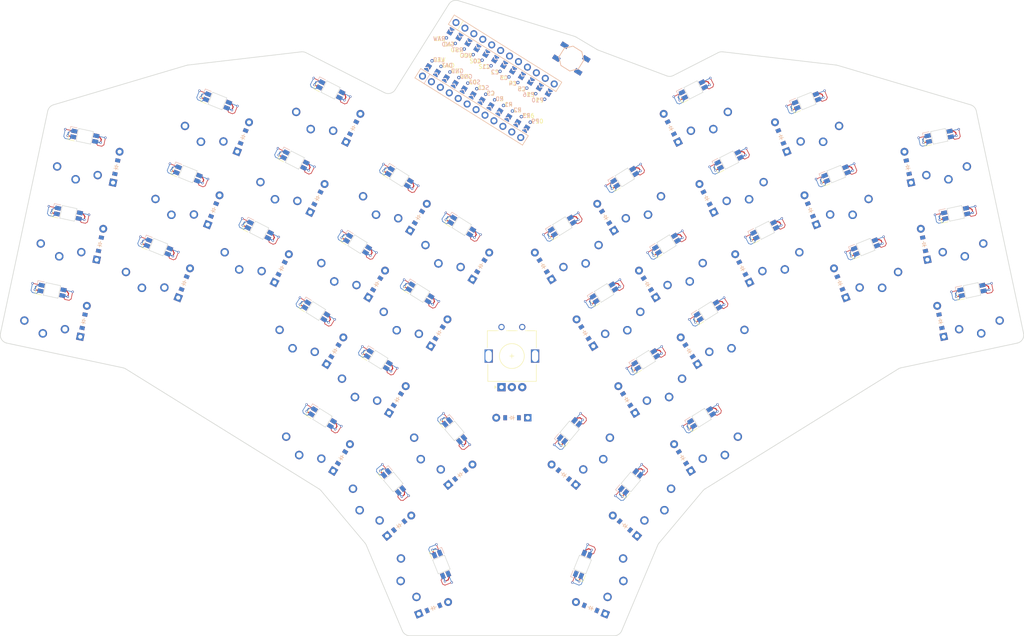
<source format=kicad_pcb>
(kicad_pcb (version 20171130) (host pcbnew 5.1.6)
  (title_block (title main) (rev 0.1) (company klackygears))
  (layers (0 F.Cu signal) (31 B.Cu signal) (34 B.Paste user) (35 F.Paste user) (36 B.SilkS user) (37 F.SilkS user) (38 B.Mask user) (39 F.Mask user) (44 Edge.Cuts user))
  (net 0 "")
  (net 1 "DAT")
  (net 2 "pinky_bottom")
  (net 3 "pinky_home")
  (net 4 "pinky_top")
  (net 5 "SDA")
  (net 6 "ring_bottom")
  (net 7 "ring_home")
  (net 8 "ring_top")
  (net 9 "SLC")
  (net 10 "middle_bottom")
  (net 11 "middle_home")
  (net 12 "middle_top")
  (net 13 "CS")
  (net 14 "index_bottom")
  (net 15 "index_home")
  (net 16 "index_top")
  (net 17 "R0")
  (net 18 "inner_bottom")
  (net 19 "inner_home")
  (net 20 "inner_top")
  (net 21 "near_thumb")
  (net 22 "home_thumb")
  (net 23 "far_thumb")
  (net 24 "P10")
  (net 25 "mirror_pinky_bottom")
  (net 26 "mirror_pinky_home")
  (net 27 "mirror_pinky_top")
  (net 28 "C0")
  (net 29 "mirror_ring_bottom")
  (net 30 "mirror_ring_home")
  (net 31 "mirror_ring_top")
  (net 32 "C1")
  (net 33 "mirror_middle_bottom")
  (net 34 "mirror_middle_home")
  (net 35 "mirror_middle_top")
  (net 36 "C2")
  (net 37 "mirror_index_bottom")
  (net 38 "mirror_index_home")
  (net 39 "mirror_index_top")
  (net 40 "C3")
  (net 41 "mirror_inner_bottom")
  (net 42 "mirror_inner_home")
  (net 43 "mirror_inner_top")
  (net 44 "C4")
  (net 45 "mirror_near_thumb")
  (net 46 "C5")
  (net 47 "mirror_home_thumb")
  (net 48 "P16")
  (net 49 "mirror_far_thumb")
  (net 50 "R1")
  (net 51 "R2")
  (net 52 "R3")
  (net 53 "P9")
  (net 54 "RAW")
  (net 55 "GND")
  (net 56 "RST")
  (net 57 "VCC")
  (net 58 "LED")
  (net 59 "SCL")
  (net 60 "MCU1_24")
  (net 61 "MCU1_1")
  (net 62 "MCU1_23")
  (net 63 "MCU1_2")
  (net 64 "MCU1_22")
  (net 65 "MCU1_3")
  (net 66 "MCU1_21")
  (net 67 "MCU1_4")
  (net 68 "MCU1_20")
  (net 69 "MCU1_5")
  (net 70 "MCU1_19")
  (net 71 "MCU1_6")
  (net 72 "MCU1_18")
  (net 73 "MCU1_7")
  (net 74 "MCU1_17")
  (net 75 "MCU1_8")
  (net 76 "MCU1_16")
  (net 77 "MCU1_9")
  (net 78 "MCU1_15")
  (net 79 "MCU1_10")
  (net 80 "MCU1_14")
  (net 81 "MCU1_11")
  (net 82 "MCU1_13")
  (net 83 "MCU1_12")
  (net 84 "LED_4")
  (net 85 "LED_3")
  (net 86 "LED_2")
  (net 87 "LED_5")
  (net 88 "LED_6")
  (net 89 "LED_7")
  (net 90 "LED_10")
  (net 91 "LED_9")
  (net 92 "LED_8")
  (net 93 "LED_11")
  (net 94 "LED_12")
  (net 95 "LED_13")
  (net 96 "LED_16")
  (net 97 "LED_15")
  (net 98 "LED_14")
  (net 99 "LED_17")
  (net 100 "LED_18")
  (net 101 "LED_20")
  (net 102 "LED_19")
  (net 103 "LED_37")
  (net 104 "LED_36")
  (net 105 "LED_38")
  (net 106 "LED_35")
  (net 107 "LED_34")
  (net 108 "LED_33")
  (net 109 "LED_31")
  (net 110 "LED_30")
  (net 111 "LED_32")
  (net 112 "LED_29")
  (net 113 "LED_28")
  (net 114 "LED_27")
  (net 115 "LED_25")
  (net 116 "LED_24")
  (net 117 "LED_26")
  (net 118 "LED_23")
  (net 119 "LED_22")
  (net 120 "LED_21")
  (module PG1350 (layer F.Cu) (at 74.7090597 160.2140955 168)
    (fp_text reference "S1" hide)
    (fp_text value "" hide)
    (pad "" np_thru_hole circle (at 0 0) (size 3.429 3.429) (drill 3.429) (layers *.Cu *.Mask))
    (pad "" np_thru_hole circle (at 5.5 0) (size 1.7018 1.7018) (drill 1.7018) (layers *.Cu *.Mask))
    (pad "" np_thru_hole circle (at -5.5 0) (size 1.7018 1.7018) (drill 1.7018) (layers *.Cu *.Mask))
    (pad 1 thru_hole circle (at 5 -3.8) (size 2.032 2.032) (drill 1.27) (layers *.Cu *.Mask) (net 1 "DAT"))
    (pad 2 thru_hole circle (at 0 -5.9) (size 2.032 2.032) (drill 1.27) (layers *.Cu *.Mask) (net 2 "pinky_bottom"))
    (pad 1 thru_hole circle (at -5 -3.8) (size 2.032 2.032) (drill 1.27) (layers *.Cu *.Mask) (net 1 "DAT"))
    (pad 2 thru_hole circle (at -0 -5.9) (size 2.032 2.032) (drill 1.27) (layers *.Cu *.Mask) (net 2 "pinky_bottom"))
  )
  (module PG1350 (layer F.Cu) (at 78.6593818 141.6292911 168)
    (fp_text reference "S2" hide)
    (fp_text value "" hide)
    (pad "" np_thru_hole circle (at 0 0) (size 3.429 3.429) (drill 3.429) (layers *.Cu *.Mask))
    (pad "" np_thru_hole circle (at 5.5 0) (size 1.7018 1.7018) (drill 1.7018) (layers *.Cu *.Mask))
    (pad "" np_thru_hole circle (at -5.5 0) (size 1.7018 1.7018) (drill 1.7018) (layers *.Cu *.Mask))
    (pad 1 thru_hole circle (at 5 -3.8) (size 2.032 2.032) (drill 1.27) (layers *.Cu *.Mask) (net 1 "DAT"))
    (pad 2 thru_hole circle (at 0 -5.9) (size 2.032 2.032) (drill 1.27) (layers *.Cu *.Mask) (net 3 "pinky_home"))
    (pad 1 thru_hole circle (at -5 -3.8) (size 2.032 2.032) (drill 1.27) (layers *.Cu *.Mask) (net 1 "DAT"))
    (pad 2 thru_hole circle (at -0 -5.9) (size 2.032 2.032) (drill 1.27) (layers *.Cu *.Mask) (net 3 "pinky_home"))
  )
  (module PG1350 (layer F.Cu) (at 82.609704 123.0444867 168)
    (fp_text reference "S3" hide)
    (fp_text value "" hide)
    (pad "" np_thru_hole circle (at 0 0) (size 3.429 3.429) (drill 3.429) (layers *.Cu *.Mask))
    (pad "" np_thru_hole circle (at 5.5 0) (size 1.7018 1.7018) (drill 1.7018) (layers *.Cu *.Mask))
    (pad "" np_thru_hole circle (at -5.5 0) (size 1.7018 1.7018) (drill 1.7018) (layers *.Cu *.Mask))
    (pad 1 thru_hole circle (at 5 -3.8) (size 2.032 2.032) (drill 1.27) (layers *.Cu *.Mask) (net 1 "DAT"))
    (pad 2 thru_hole circle (at 0 -5.9) (size 2.032 2.032) (drill 1.27) (layers *.Cu *.Mask) (net 4 "pinky_top"))
    (pad 1 thru_hole circle (at -5 -3.8) (size 2.032 2.032) (drill 1.27) (layers *.Cu *.Mask) (net 1 "DAT"))
    (pad 2 thru_hole circle (at -0 -5.9) (size 2.032 2.032) (drill 1.27) (layers *.Cu *.Mask) (net 4 "pinky_top"))
  )
  (module PG1350 (layer F.Cu) (at 99.5919128 149.5264108 158)
    (fp_text reference "S4" hide)
    (fp_text value "" hide)
    (pad "" np_thru_hole circle (at 0 0) (size 3.429 3.429) (drill 3.429) (layers *.Cu *.Mask))
    (pad "" np_thru_hole circle (at 5.5 0) (size 1.7018 1.7018) (drill 1.7018) (layers *.Cu *.Mask))
    (pad "" np_thru_hole circle (at -5.5 0) (size 1.7018 1.7018) (drill 1.7018) (layers *.Cu *.Mask))
    (pad 1 thru_hole circle (at 5 -3.8) (size 2.032 2.032) (drill 1.27) (layers *.Cu *.Mask) (net 5 "SDA"))
    (pad 2 thru_hole circle (at 0 -5.9) (size 2.032 2.032) (drill 1.27) (layers *.Cu *.Mask) (net 6 "ring_bottom"))
    (pad 1 thru_hole circle (at -5 -3.8) (size 2.032 2.032) (drill 1.27) (layers *.Cu *.Mask) (net 5 "SDA"))
    (pad 2 thru_hole circle (at -0 -5.9) (size 2.032 2.032) (drill 1.27) (layers *.Cu *.Mask) (net 6 "ring_bottom"))
  )
  (module PG1350 (layer F.Cu) (at 106.709438 131.9099176 158)
    (fp_text reference "S5" hide)
    (fp_text value "" hide)
    (pad "" np_thru_hole circle (at 0 0) (size 3.429 3.429) (drill 3.429) (layers *.Cu *.Mask))
    (pad "" np_thru_hole circle (at 5.5 0) (size 1.7018 1.7018) (drill 1.7018) (layers *.Cu *.Mask))
    (pad "" np_thru_hole circle (at -5.5 0) (size 1.7018 1.7018) (drill 1.7018) (layers *.Cu *.Mask))
    (pad 1 thru_hole circle (at 5 -3.8) (size 2.032 2.032) (drill 1.27) (layers *.Cu *.Mask) (net 5 "SDA"))
    (pad 2 thru_hole circle (at 0 -5.9) (size 2.032 2.032) (drill 1.27) (layers *.Cu *.Mask) (net 7 "ring_home"))
    (pad 1 thru_hole circle (at -5 -3.8) (size 2.032 2.032) (drill 1.27) (layers *.Cu *.Mask) (net 5 "SDA"))
    (pad 2 thru_hole circle (at -0 -5.9) (size 2.032 2.032) (drill 1.27) (layers *.Cu *.Mask) (net 7 "ring_home"))
  )
  (module PG1350 (layer F.Cu) (at 113.8269633 114.2934244 158)
    (fp_text reference "S6" hide)
    (fp_text value "" hide)
    (pad "" np_thru_hole circle (at 0 0) (size 3.429 3.429) (drill 3.429) (layers *.Cu *.Mask))
    (pad "" np_thru_hole circle (at 5.5 0) (size 1.7018 1.7018) (drill 1.7018) (layers *.Cu *.Mask))
    (pad "" np_thru_hole circle (at -5.5 0) (size 1.7018 1.7018) (drill 1.7018) (layers *.Cu *.Mask))
    (pad 1 thru_hole circle (at 5 -3.8) (size 2.032 2.032) (drill 1.27) (layers *.Cu *.Mask) (net 5 "SDA"))
    (pad 2 thru_hole circle (at 0 -5.9) (size 2.032 2.032) (drill 1.27) (layers *.Cu *.Mask) (net 8 "ring_top"))
    (pad 1 thru_hole circle (at -5 -3.8) (size 2.032 2.032) (drill 1.27) (layers *.Cu *.Mask) (net 5 "SDA"))
    (pad 2 thru_hole circle (at -0 -5.9) (size 2.032 2.032) (drill 1.27) (layers *.Cu *.Mask) (net 8 "ring_top"))
  )
  (module PG1350 (layer F.Cu) (at 123.5270645 145.3033383 153)
    (fp_text reference "S7" hide)
    (fp_text value "" hide)
    (pad "" np_thru_hole circle (at 0 0) (size 3.429 3.429) (drill 3.429) (layers *.Cu *.Mask))
    (pad "" np_thru_hole circle (at 5.5 0) (size 1.7018 1.7018) (drill 1.7018) (layers *.Cu *.Mask))
    (pad "" np_thru_hole circle (at -5.5 0) (size 1.7018 1.7018) (drill 1.7018) (layers *.Cu *.Mask))
    (pad 1 thru_hole circle (at 5 -3.8) (size 2.032 2.032) (drill 1.27) (layers *.Cu *.Mask) (net 9 "SLC"))
    (pad 2 thru_hole circle (at 0 -5.9) (size 2.032 2.032) (drill 1.27) (layers *.Cu *.Mask) (net 10 "middle_bottom"))
    (pad 1 thru_hole circle (at -5 -3.8) (size 2.032 2.032) (drill 1.27) (layers *.Cu *.Mask) (net 9 "SLC"))
    (pad 2 thru_hole circle (at -0 -5.9) (size 2.032 2.032) (drill 1.27) (layers *.Cu *.Mask) (net 10 "middle_bottom"))
  )
  (module PG1350 (layer F.Cu) (at 132.152884 128.3742144 153)
    (fp_text reference "S8" hide)
    (fp_text value "" hide)
    (pad "" np_thru_hole circle (at 0 0) (size 3.429 3.429) (drill 3.429) (layers *.Cu *.Mask))
    (pad "" np_thru_hole circle (at 5.5 0) (size 1.7018 1.7018) (drill 1.7018) (layers *.Cu *.Mask))
    (pad "" np_thru_hole circle (at -5.5 0) (size 1.7018 1.7018) (drill 1.7018) (layers *.Cu *.Mask))
    (pad 1 thru_hole circle (at 5 -3.8) (size 2.032 2.032) (drill 1.27) (layers *.Cu *.Mask) (net 9 "SLC"))
    (pad 2 thru_hole circle (at 0 -5.9) (size 2.032 2.032) (drill 1.27) (layers *.Cu *.Mask) (net 11 "middle_home"))
    (pad 1 thru_hole circle (at -5 -3.8) (size 2.032 2.032) (drill 1.27) (layers *.Cu *.Mask) (net 9 "SLC"))
    (pad 2 thru_hole circle (at -0 -5.9) (size 2.032 2.032) (drill 1.27) (layers *.Cu *.Mask) (net 11 "middle_home"))
  )
  (module PG1350 (layer F.Cu) (at 140.7787035 111.4450904 153)
    (fp_text reference "S9" hide)
    (fp_text value "" hide)
    (pad "" np_thru_hole circle (at 0 0) (size 3.429 3.429) (drill 3.429) (layers *.Cu *.Mask))
    (pad "" np_thru_hole circle (at 5.5 0) (size 1.7018 1.7018) (drill 1.7018) (layers *.Cu *.Mask))
    (pad "" np_thru_hole circle (at -5.5 0) (size 1.7018 1.7018) (drill 1.7018) (layers *.Cu *.Mask))
    (pad 1 thru_hole circle (at 5 -3.8) (size 2.032 2.032) (drill 1.27) (layers *.Cu *.Mask) (net 9 "SLC"))
    (pad 2 thru_hole circle (at 0 -5.9) (size 2.032 2.032) (drill 1.27) (layers *.Cu *.Mask) (net 12 "middle_top"))
    (pad 1 thru_hole circle (at -5 -3.8) (size 2.032 2.032) (drill 1.27) (layers *.Cu *.Mask) (net 9 "SLC"))
    (pad 2 thru_hole circle (at -0 -5.9) (size 2.032 2.032) (drill 1.27) (layers *.Cu *.Mask) (net 12 "middle_top"))
  )
  (module PG1350 (layer F.Cu) (at 136.843429 164.5665782 148)
    (fp_text reference "S10" hide)
    (fp_text value "" hide)
    (pad "" np_thru_hole circle (at 0 0) (size 3.429 3.429) (drill 3.429) (layers *.Cu *.Mask))
    (pad "" np_thru_hole circle (at 5.5 0) (size 1.7018 1.7018) (drill 1.7018) (layers *.Cu *.Mask))
    (pad "" np_thru_hole circle (at -5.5 0) (size 1.7018 1.7018) (drill 1.7018) (layers *.Cu *.Mask))
    (pad 1 thru_hole circle (at 5 -3.8) (size 2.032 2.032) (drill 1.27) (layers *.Cu *.Mask) (net 13 "CS"))
    (pad 2 thru_hole circle (at 0 -5.9) (size 2.032 2.032) (drill 1.27) (layers *.Cu *.Mask) (net 14 "index_bottom"))
    (pad 1 thru_hole circle (at -5 -3.8) (size 2.032 2.032) (drill 1.27) (layers *.Cu *.Mask) (net 13 "CS"))
    (pad 2 thru_hole circle (at -0 -5.9) (size 2.032 2.032) (drill 1.27) (layers *.Cu *.Mask) (net 14 "index_bottom"))
  )
  (module PG1350 (layer F.Cu) (at 146.911895 148.4536644 148)
    (fp_text reference "S11" hide)
    (fp_text value "" hide)
    (pad "" np_thru_hole circle (at 0 0) (size 3.429 3.429) (drill 3.429) (layers *.Cu *.Mask))
    (pad "" np_thru_hole circle (at 5.5 0) (size 1.7018 1.7018) (drill 1.7018) (layers *.Cu *.Mask))
    (pad "" np_thru_hole circle (at -5.5 0) (size 1.7018 1.7018) (drill 1.7018) (layers *.Cu *.Mask))
    (pad 1 thru_hole circle (at 5 -3.8) (size 2.032 2.032) (drill 1.27) (layers *.Cu *.Mask) (net 13 "CS"))
    (pad 2 thru_hole circle (at 0 -5.9) (size 2.032 2.032) (drill 1.27) (layers *.Cu *.Mask) (net 15 "index_home"))
    (pad 1 thru_hole circle (at -5 -3.8) (size 2.032 2.032) (drill 1.27) (layers *.Cu *.Mask) (net 13 "CS"))
    (pad 2 thru_hole circle (at -0 -5.9) (size 2.032 2.032) (drill 1.27) (layers *.Cu *.Mask) (net 15 "index_home"))
  )
  (module PG1350 (layer F.Cu) (at 156.980361 132.3407506 148)
    (fp_text reference "S12" hide)
    (fp_text value "" hide)
    (pad "" np_thru_hole circle (at 0 0) (size 3.429 3.429) (drill 3.429) (layers *.Cu *.Mask))
    (pad "" np_thru_hole circle (at 5.5 0) (size 1.7018 1.7018) (drill 1.7018) (layers *.Cu *.Mask))
    (pad "" np_thru_hole circle (at -5.5 0) (size 1.7018 1.7018) (drill 1.7018) (layers *.Cu *.Mask))
    (pad 1 thru_hole circle (at 5 -3.8) (size 2.032 2.032) (drill 1.27) (layers *.Cu *.Mask) (net 13 "CS"))
    (pad 2 thru_hole circle (at 0 -5.9) (size 2.032 2.032) (drill 1.27) (layers *.Cu *.Mask) (net 16 "index_top"))
    (pad 1 thru_hole circle (at -5 -3.8) (size 2.032 2.032) (drill 1.27) (layers *.Cu *.Mask) (net 13 "CS"))
    (pad 2 thru_hole circle (at -0 -5.9) (size 2.032 2.032) (drill 1.27) (layers *.Cu *.Mask) (net 16 "index_top"))
  )
  (module PG1350 (layer F.Cu) (at 151.8965042 176.3311406 148)
    (fp_text reference "S13" hide)
    (fp_text value "" hide)
    (pad "" np_thru_hole circle (at 0 0) (size 3.429 3.429) (drill 3.429) (layers *.Cu *.Mask))
    (pad "" np_thru_hole circle (at 5.5 0) (size 1.7018 1.7018) (drill 1.7018) (layers *.Cu *.Mask))
    (pad "" np_thru_hole circle (at -5.5 0) (size 1.7018 1.7018) (drill 1.7018) (layers *.Cu *.Mask))
    (pad 1 thru_hole circle (at 5 -3.8) (size 2.032 2.032) (drill 1.27) (layers *.Cu *.Mask) (net 17 "R0"))
    (pad 2 thru_hole circle (at 0 -5.9) (size 2.032 2.032) (drill 1.27) (layers *.Cu *.Mask) (net 18 "inner_bottom"))
    (pad 1 thru_hole circle (at -5 -3.8) (size 2.032 2.032) (drill 1.27) (layers *.Cu *.Mask) (net 17 "R0"))
    (pad 2 thru_hole circle (at -0 -5.9) (size 2.032 2.032) (drill 1.27) (layers *.Cu *.Mask) (net 18 "inner_bottom"))
  )
  (module PG1350 (layer F.Cu) (at 161.9649702 160.2182268 148)
    (fp_text reference "S14" hide)
    (fp_text value "" hide)
    (pad "" np_thru_hole circle (at 0 0) (size 3.429 3.429) (drill 3.429) (layers *.Cu *.Mask))
    (pad "" np_thru_hole circle (at 5.5 0) (size 1.7018 1.7018) (drill 1.7018) (layers *.Cu *.Mask))
    (pad "" np_thru_hole circle (at -5.5 0) (size 1.7018 1.7018) (drill 1.7018) (layers *.Cu *.Mask))
    (pad 1 thru_hole circle (at 5 -3.8) (size 2.032 2.032) (drill 1.27) (layers *.Cu *.Mask) (net 17 "R0"))
    (pad 2 thru_hole circle (at 0 -5.9) (size 2.032 2.032) (drill 1.27) (layers *.Cu *.Mask) (net 19 "inner_home"))
    (pad 1 thru_hole circle (at -5 -3.8) (size 2.032 2.032) (drill 1.27) (layers *.Cu *.Mask) (net 17 "R0"))
    (pad 2 thru_hole circle (at -0 -5.9) (size 2.032 2.032) (drill 1.27) (layers *.Cu *.Mask) (net 19 "inner_home"))
  )
  (module PG1350 (layer F.Cu) (at 172.0334362 144.105313 148)
    (fp_text reference "S15" hide)
    (fp_text value "" hide)
    (pad "" np_thru_hole circle (at 0 0) (size 3.429 3.429) (drill 3.429) (layers *.Cu *.Mask))
    (pad "" np_thru_hole circle (at 5.5 0) (size 1.7018 1.7018) (drill 1.7018) (layers *.Cu *.Mask))
    (pad "" np_thru_hole circle (at -5.5 0) (size 1.7018 1.7018) (drill 1.7018) (layers *.Cu *.Mask))
    (pad 1 thru_hole circle (at 5 -3.8) (size 2.032 2.032) (drill 1.27) (layers *.Cu *.Mask) (net 17 "R0"))
    (pad 2 thru_hole circle (at 0 -5.9) (size 2.032 2.032) (drill 1.27) (layers *.Cu *.Mask) (net 20 "inner_top"))
    (pad 1 thru_hole circle (at -5 -3.8) (size 2.032 2.032) (drill 1.27) (layers *.Cu *.Mask) (net 17 "R0"))
    (pad 2 thru_hole circle (at -0 -5.9) (size 2.032 2.032) (drill 1.27) (layers *.Cu *.Mask) (net 20 "inner_top"))
  )
  (module PG1350 (layer F.Cu) (at 138.4358458 190.3243774 148)
    (fp_text reference "S16" hide)
    (fp_text value "" hide)
    (pad "" np_thru_hole circle (at 0 0) (size 3.429 3.429) (drill 3.429) (layers *.Cu *.Mask))
    (pad "" np_thru_hole circle (at 5.5 0) (size 1.7018 1.7018) (drill 1.7018) (layers *.Cu *.Mask))
    (pad "" np_thru_hole circle (at -5.5 0) (size 1.7018 1.7018) (drill 1.7018) (layers *.Cu *.Mask))
    (pad 1 thru_hole circle (at 5 -3.8) (size 2.032 2.032) (drill 1.27) (layers *.Cu *.Mask) (net 5 "SDA"))
    (pad 2 thru_hole circle (at 0 -5.9) (size 2.032 2.032) (drill 1.27) (layers *.Cu *.Mask) (net 21 "near_thumb"))
    (pad 1 thru_hole circle (at -5 -3.8) (size 2.032 2.032) (drill 1.27) (layers *.Cu *.Mask) (net 5 "SDA"))
    (pad 2 thru_hole circle (at -0 -5.9) (size 2.032 2.032) (drill 1.27) (layers *.Cu *.Mask) (net 21 "near_thumb"))
  )
  (module PG1350 (layer F.Cu) (at 154.4160209 204.8375648 130)
    (fp_text reference "S17" hide)
    (fp_text value "" hide)
    (pad "" np_thru_hole circle (at 0 0) (size 3.429 3.429) (drill 3.429) (layers *.Cu *.Mask))
    (pad "" np_thru_hole circle (at 5.5 0) (size 1.7018 1.7018) (drill 1.7018) (layers *.Cu *.Mask))
    (pad "" np_thru_hole circle (at -5.5 0) (size 1.7018 1.7018) (drill 1.7018) (layers *.Cu *.Mask))
    (pad 1 thru_hole circle (at 5 -3.8) (size 2.032 2.032) (drill 1.27) (layers *.Cu *.Mask) (net 9 "SLC"))
    (pad 2 thru_hole circle (at 0 -5.9) (size 2.032 2.032) (drill 1.27) (layers *.Cu *.Mask) (net 22 "home_thumb"))
    (pad 1 thru_hole circle (at -5 -3.8) (size 2.032 2.032) (drill 1.27) (layers *.Cu *.Mask) (net 9 "SLC"))
    (pad 2 thru_hole circle (at -0 -5.9) (size 2.032 2.032) (drill 1.27) (layers *.Cu *.Mask) (net 22 "home_thumb"))
  )
  (module PG1350 (layer F.Cu) (at 165.2633395 223.4980021 112)
    (fp_text reference "S18" hide)
    (fp_text value "" hide)
    (pad "" np_thru_hole circle (at 0 0) (size 3.429 3.429) (drill 3.429) (layers *.Cu *.Mask))
    (pad "" np_thru_hole circle (at 5.5 0) (size 1.7018 1.7018) (drill 1.7018) (layers *.Cu *.Mask))
    (pad "" np_thru_hole circle (at -5.5 0) (size 1.7018 1.7018) (drill 1.7018) (layers *.Cu *.Mask))
    (pad 1 thru_hole circle (at 5 -3.8) (size 2.032 2.032) (drill 1.27) (layers *.Cu *.Mask) (net 13 "CS"))
    (pad 2 thru_hole circle (at 0 -5.9) (size 2.032 2.032) (drill 1.27) (layers *.Cu *.Mask) (net 23 "far_thumb"))
    (pad 1 thru_hole circle (at -5 -3.8) (size 2.032 2.032) (drill 1.27) (layers *.Cu *.Mask) (net 13 "CS"))
    (pad 2 thru_hole circle (at -0 -5.9) (size 2.032 2.032) (drill 1.27) (layers *.Cu *.Mask) (net 23 "far_thumb"))
  )
  (module PG1350 (layer F.Cu) (at 169.172845 192.527867 130)
    (fp_text reference "S19" hide)
    (fp_text value "" hide)
    (pad "" np_thru_hole circle (at 0 0) (size 3.429 3.429) (drill 3.429) (layers *.Cu *.Mask))
    (pad "" np_thru_hole circle (at 5.5 0) (size 1.7018 1.7018) (drill 1.7018) (layers *.Cu *.Mask))
    (pad "" np_thru_hole circle (at -5.5 0) (size 1.7018 1.7018) (drill 1.7018) (layers *.Cu *.Mask))
    (pad 1 thru_hole circle (at 5 -3.8) (size 2.032 2.032) (drill 1.27) (layers *.Cu *.Mask) (net 17 "R0"))
    (pad 2 thru_hole circle (at 0 -5.9) (size 2.032 2.032) (drill 1.27) (layers *.Cu *.Mask) (net 22 "home_thumb"))
    (pad 1 thru_hole circle (at -5 -3.8) (size 2.032 2.032) (drill 1.27) (layers *.Cu *.Mask) (net 17 "R0"))
    (pad 2 thru_hole circle (at -0 -5.9) (size 2.032 2.032) (drill 1.27) (layers *.Cu *.Mask) (net 22 "home_thumb"))
  )
  (module PG1350 (layer F.Cu) (at 298.6097039 160.2140955 -168)
    (fp_text reference "S20" hide)
    (fp_text value "" hide)
    (pad "" np_thru_hole circle (at 0 0) (size 3.429 3.429) (drill 3.429) (layers *.Cu *.Mask))
    (pad "" np_thru_hole circle (at 5.5 0) (size 1.7018 1.7018) (drill 1.7018) (layers *.Cu *.Mask))
    (pad "" np_thru_hole circle (at -5.5 0) (size 1.7018 1.7018) (drill 1.7018) (layers *.Cu *.Mask))
    (pad 1 thru_hole circle (at 5 -3.8) (size 2.032 2.032) (drill 1.27) (layers *.Cu *.Mask) (net 24 "P10"))
    (pad 2 thru_hole circle (at 0 -5.9) (size 2.032 2.032) (drill 1.27) (layers *.Cu *.Mask) (net 25 "mirror_pinky_bottom"))
    (pad 1 thru_hole circle (at -5 -3.8) (size 2.032 2.032) (drill 1.27) (layers *.Cu *.Mask) (net 24 "P10"))
    (pad 2 thru_hole circle (at -0 -5.9) (size 2.032 2.032) (drill 1.27) (layers *.Cu *.Mask) (net 25 "mirror_pinky_bottom"))
  )
  (module PG1350 (layer F.Cu) (at 294.6593818 141.6292911 -168)
    (fp_text reference "S21" hide)
    (fp_text value "" hide)
    (pad "" np_thru_hole circle (at 0 0) (size 3.429 3.429) (drill 3.429) (layers *.Cu *.Mask))
    (pad "" np_thru_hole circle (at 5.5 0) (size 1.7018 1.7018) (drill 1.7018) (layers *.Cu *.Mask))
    (pad "" np_thru_hole circle (at -5.5 0) (size 1.7018 1.7018) (drill 1.7018) (layers *.Cu *.Mask))
    (pad 1 thru_hole circle (at 5 -3.8) (size 2.032 2.032) (drill 1.27) (layers *.Cu *.Mask) (net 24 "P10"))
    (pad 2 thru_hole circle (at 0 -5.9) (size 2.032 2.032) (drill 1.27) (layers *.Cu *.Mask) (net 26 "mirror_pinky_home"))
    (pad 1 thru_hole circle (at -5 -3.8) (size 2.032 2.032) (drill 1.27) (layers *.Cu *.Mask) (net 24 "P10"))
    (pad 2 thru_hole circle (at -0 -5.9) (size 2.032 2.032) (drill 1.27) (layers *.Cu *.Mask) (net 26 "mirror_pinky_home"))
  )
  (module PG1350 (layer F.Cu) (at 290.70905960000005 123.0444867 -168)
    (fp_text reference "S22" hide)
    (fp_text value "" hide)
    (pad "" np_thru_hole circle (at 0 0) (size 3.429 3.429) (drill 3.429) (layers *.Cu *.Mask))
    (pad "" np_thru_hole circle (at 5.5 0) (size 1.7018 1.7018) (drill 1.7018) (layers *.Cu *.Mask))
    (pad "" np_thru_hole circle (at -5.5 0) (size 1.7018 1.7018) (drill 1.7018) (layers *.Cu *.Mask))
    (pad 1 thru_hole circle (at 5 -3.8) (size 2.032 2.032) (drill 1.27) (layers *.Cu *.Mask) (net 24 "P10"))
    (pad 2 thru_hole circle (at 0 -5.9) (size 2.032 2.032) (drill 1.27) (layers *.Cu *.Mask) (net 27 "mirror_pinky_top"))
    (pad 1 thru_hole circle (at -5 -3.8) (size 2.032 2.032) (drill 1.27) (layers *.Cu *.Mask) (net 24 "P10"))
    (pad 2 thru_hole circle (at -0 -5.9) (size 2.032 2.032) (drill 1.27) (layers *.Cu *.Mask) (net 27 "mirror_pinky_top"))
  )
  (module PG1350 (layer F.Cu) (at 273.7268508 149.5264108 -158)
    (fp_text reference "S23" hide)
    (fp_text value "" hide)
    (pad "" np_thru_hole circle (at 0 0) (size 3.429 3.429) (drill 3.429) (layers *.Cu *.Mask))
    (pad "" np_thru_hole circle (at 5.5 0) (size 1.7018 1.7018) (drill 1.7018) (layers *.Cu *.Mask))
    (pad "" np_thru_hole circle (at -5.5 0) (size 1.7018 1.7018) (drill 1.7018) (layers *.Cu *.Mask))
    (pad 1 thru_hole circle (at 5 -3.8) (size 2.032 2.032) (drill 1.27) (layers *.Cu *.Mask) (net 28 "C0"))
    (pad 2 thru_hole circle (at 0 -5.9) (size 2.032 2.032) (drill 1.27) (layers *.Cu *.Mask) (net 29 "mirror_ring_bottom"))
    (pad 1 thru_hole circle (at -5 -3.8) (size 2.032 2.032) (drill 1.27) (layers *.Cu *.Mask) (net 28 "C0"))
    (pad 2 thru_hole circle (at -0 -5.9) (size 2.032 2.032) (drill 1.27) (layers *.Cu *.Mask) (net 29 "mirror_ring_bottom"))
  )
  (module PG1350 (layer F.Cu) (at 266.60932560000003 131.9099176 -158)
    (fp_text reference "S24" hide)
    (fp_text value "" hide)
    (pad "" np_thru_hole circle (at 0 0) (size 3.429 3.429) (drill 3.429) (layers *.Cu *.Mask))
    (pad "" np_thru_hole circle (at 5.5 0) (size 1.7018 1.7018) (drill 1.7018) (layers *.Cu *.Mask))
    (pad "" np_thru_hole circle (at -5.5 0) (size 1.7018 1.7018) (drill 1.7018) (layers *.Cu *.Mask))
    (pad 1 thru_hole circle (at 5 -3.8) (size 2.032 2.032) (drill 1.27) (layers *.Cu *.Mask) (net 28 "C0"))
    (pad 2 thru_hole circle (at 0 -5.9) (size 2.032 2.032) (drill 1.27) (layers *.Cu *.Mask) (net 30 "mirror_ring_home"))
    (pad 1 thru_hole circle (at -5 -3.8) (size 2.032 2.032) (drill 1.27) (layers *.Cu *.Mask) (net 28 "C0"))
    (pad 2 thru_hole circle (at -0 -5.9) (size 2.032 2.032) (drill 1.27) (layers *.Cu *.Mask) (net 30 "mirror_ring_home"))
  )
  (module PG1350 (layer F.Cu) (at 259.4918003 114.2934244 -158)
    (fp_text reference "S25" hide)
    (fp_text value "" hide)
    (pad "" np_thru_hole circle (at 0 0) (size 3.429 3.429) (drill 3.429) (layers *.Cu *.Mask))
    (pad "" np_thru_hole circle (at 5.5 0) (size 1.7018 1.7018) (drill 1.7018) (layers *.Cu *.Mask))
    (pad "" np_thru_hole circle (at -5.5 0) (size 1.7018 1.7018) (drill 1.7018) (layers *.Cu *.Mask))
    (pad 1 thru_hole circle (at 5 -3.8) (size 2.032 2.032) (drill 1.27) (layers *.Cu *.Mask) (net 28 "C0"))
    (pad 2 thru_hole circle (at 0 -5.9) (size 2.032 2.032) (drill 1.27) (layers *.Cu *.Mask) (net 31 "mirror_ring_top"))
    (pad 1 thru_hole circle (at -5 -3.8) (size 2.032 2.032) (drill 1.27) (layers *.Cu *.Mask) (net 28 "C0"))
    (pad 2 thru_hole circle (at -0 -5.9) (size 2.032 2.032) (drill 1.27) (layers *.Cu *.Mask) (net 31 "mirror_ring_top"))
  )
  (module PG1350 (layer F.Cu) (at 249.79169910000002 145.3033383 -153)
    (fp_text reference "S26" hide)
    (fp_text value "" hide)
    (pad "" np_thru_hole circle (at 0 0) (size 3.429 3.429) (drill 3.429) (layers *.Cu *.Mask))
    (pad "" np_thru_hole circle (at 5.5 0) (size 1.7018 1.7018) (drill 1.7018) (layers *.Cu *.Mask))
    (pad "" np_thru_hole circle (at -5.5 0) (size 1.7018 1.7018) (drill 1.7018) (layers *.Cu *.Mask))
    (pad 1 thru_hole circle (at 5 -3.8) (size 2.032 2.032) (drill 1.27) (layers *.Cu *.Mask) (net 32 "C1"))
    (pad 2 thru_hole circle (at 0 -5.9) (size 2.032 2.032) (drill 1.27) (layers *.Cu *.Mask) (net 33 "mirror_middle_bottom"))
    (pad 1 thru_hole circle (at -5 -3.8) (size 2.032 2.032) (drill 1.27) (layers *.Cu *.Mask) (net 32 "C1"))
    (pad 2 thru_hole circle (at -0 -5.9) (size 2.032 2.032) (drill 1.27) (layers *.Cu *.Mask) (net 33 "mirror_middle_bottom"))
  )
  (module PG1350 (layer F.Cu) (at 241.1658796 128.3742144 -153)
    (fp_text reference "S27" hide)
    (fp_text value "" hide)
    (pad "" np_thru_hole circle (at 0 0) (size 3.429 3.429) (drill 3.429) (layers *.Cu *.Mask))
    (pad "" np_thru_hole circle (at 5.5 0) (size 1.7018 1.7018) (drill 1.7018) (layers *.Cu *.Mask))
    (pad "" np_thru_hole circle (at -5.5 0) (size 1.7018 1.7018) (drill 1.7018) (layers *.Cu *.Mask))
    (pad 1 thru_hole circle (at 5 -3.8) (size 2.032 2.032) (drill 1.27) (layers *.Cu *.Mask) (net 32 "C1"))
    (pad 2 thru_hole circle (at 0 -5.9) (size 2.032 2.032) (drill 1.27) (layers *.Cu *.Mask) (net 34 "mirror_middle_home"))
    (pad 1 thru_hole circle (at -5 -3.8) (size 2.032 2.032) (drill 1.27) (layers *.Cu *.Mask) (net 32 "C1"))
    (pad 2 thru_hole circle (at -0 -5.9) (size 2.032 2.032) (drill 1.27) (layers *.Cu *.Mask) (net 34 "mirror_middle_home"))
  )
  (module PG1350 (layer F.Cu) (at 232.5400601 111.4450904 -153)
    (fp_text reference "S28" hide)
    (fp_text value "" hide)
    (pad "" np_thru_hole circle (at 0 0) (size 3.429 3.429) (drill 3.429) (layers *.Cu *.Mask))
    (pad "" np_thru_hole circle (at 5.5 0) (size 1.7018 1.7018) (drill 1.7018) (layers *.Cu *.Mask))
    (pad "" np_thru_hole circle (at -5.5 0) (size 1.7018 1.7018) (drill 1.7018) (layers *.Cu *.Mask))
    (pad 1 thru_hole circle (at 5 -3.8) (size 2.032 2.032) (drill 1.27) (layers *.Cu *.Mask) (net 32 "C1"))
    (pad 2 thru_hole circle (at 0 -5.9) (size 2.032 2.032) (drill 1.27) (layers *.Cu *.Mask) (net 35 "mirror_middle_top"))
    (pad 1 thru_hole circle (at -5 -3.8) (size 2.032 2.032) (drill 1.27) (layers *.Cu *.Mask) (net 32 "C1"))
    (pad 2 thru_hole circle (at -0 -5.9) (size 2.032 2.032) (drill 1.27) (layers *.Cu *.Mask) (net 35 "mirror_middle_top"))
  )
  (module PG1350 (layer F.Cu) (at 236.47533460000002 164.5665782 -148)
    (fp_text reference "S29" hide)
    (fp_text value "" hide)
    (pad "" np_thru_hole circle (at 0 0) (size 3.429 3.429) (drill 3.429) (layers *.Cu *.Mask))
    (pad "" np_thru_hole circle (at 5.5 0) (size 1.7018 1.7018) (drill 1.7018) (layers *.Cu *.Mask))
    (pad "" np_thru_hole circle (at -5.5 0) (size 1.7018 1.7018) (drill 1.7018) (layers *.Cu *.Mask))
    (pad 1 thru_hole circle (at 5 -3.8) (size 2.032 2.032) (drill 1.27) (layers *.Cu *.Mask) (net 36 "C2"))
    (pad 2 thru_hole circle (at 0 -5.9) (size 2.032 2.032) (drill 1.27) (layers *.Cu *.Mask) (net 37 "mirror_index_bottom"))
    (pad 1 thru_hole circle (at -5 -3.8) (size 2.032 2.032) (drill 1.27) (layers *.Cu *.Mask) (net 36 "C2"))
    (pad 2 thru_hole circle (at -0 -5.9) (size 2.032 2.032) (drill 1.27) (layers *.Cu *.Mask) (net 37 "mirror_index_bottom"))
  )
  (module PG1350 (layer F.Cu) (at 226.40686860000002 148.4536644 -148)
    (fp_text reference "S30" hide)
    (fp_text value "" hide)
    (pad "" np_thru_hole circle (at 0 0) (size 3.429 3.429) (drill 3.429) (layers *.Cu *.Mask))
    (pad "" np_thru_hole circle (at 5.5 0) (size 1.7018 1.7018) (drill 1.7018) (layers *.Cu *.Mask))
    (pad "" np_thru_hole circle (at -5.5 0) (size 1.7018 1.7018) (drill 1.7018) (layers *.Cu *.Mask))
    (pad 1 thru_hole circle (at 5 -3.8) (size 2.032 2.032) (drill 1.27) (layers *.Cu *.Mask) (net 36 "C2"))
    (pad 2 thru_hole circle (at 0 -5.9) (size 2.032 2.032) (drill 1.27) (layers *.Cu *.Mask) (net 38 "mirror_index_home"))
    (pad 1 thru_hole circle (at -5 -3.8) (size 2.032 2.032) (drill 1.27) (layers *.Cu *.Mask) (net 36 "C2"))
    (pad 2 thru_hole circle (at -0 -5.9) (size 2.032 2.032) (drill 1.27) (layers *.Cu *.Mask) (net 38 "mirror_index_home"))
  )
  (module PG1350 (layer F.Cu) (at 216.33840260000002 132.3407506 -148)
    (fp_text reference "S31" hide)
    (fp_text value "" hide)
    (pad "" np_thru_hole circle (at 0 0) (size 3.429 3.429) (drill 3.429) (layers *.Cu *.Mask))
    (pad "" np_thru_hole circle (at 5.5 0) (size 1.7018 1.7018) (drill 1.7018) (layers *.Cu *.Mask))
    (pad "" np_thru_hole circle (at -5.5 0) (size 1.7018 1.7018) (drill 1.7018) (layers *.Cu *.Mask))
    (pad 1 thru_hole circle (at 5 -3.8) (size 2.032 2.032) (drill 1.27) (layers *.Cu *.Mask) (net 36 "C2"))
    (pad 2 thru_hole circle (at 0 -5.9) (size 2.032 2.032) (drill 1.27) (layers *.Cu *.Mask) (net 39 "mirror_index_top"))
    (pad 1 thru_hole circle (at -5 -3.8) (size 2.032 2.032) (drill 1.27) (layers *.Cu *.Mask) (net 36 "C2"))
    (pad 2 thru_hole circle (at -0 -5.9) (size 2.032 2.032) (drill 1.27) (layers *.Cu *.Mask) (net 39 "mirror_index_top"))
  )
  (module PG1350 (layer F.Cu) (at 221.4222594 176.3311406 -148)
    (fp_text reference "S32" hide)
    (fp_text value "" hide)
    (pad "" np_thru_hole circle (at 0 0) (size 3.429 3.429) (drill 3.429) (layers *.Cu *.Mask))
    (pad "" np_thru_hole circle (at 5.5 0) (size 1.7018 1.7018) (drill 1.7018) (layers *.Cu *.Mask))
    (pad "" np_thru_hole circle (at -5.5 0) (size 1.7018 1.7018) (drill 1.7018) (layers *.Cu *.Mask))
    (pad 1 thru_hole circle (at 5 -3.8) (size 2.032 2.032) (drill 1.27) (layers *.Cu *.Mask) (net 40 "C3"))
    (pad 2 thru_hole circle (at 0 -5.9) (size 2.032 2.032) (drill 1.27) (layers *.Cu *.Mask) (net 41 "mirror_inner_bottom"))
    (pad 1 thru_hole circle (at -5 -3.8) (size 2.032 2.032) (drill 1.27) (layers *.Cu *.Mask) (net 40 "C3"))
    (pad 2 thru_hole circle (at -0 -5.9) (size 2.032 2.032) (drill 1.27) (layers *.Cu *.Mask) (net 41 "mirror_inner_bottom"))
  )
  (module PG1350 (layer F.Cu) (at 211.3537934 160.2182268 -148)
    (fp_text reference "S33" hide)
    (fp_text value "" hide)
    (pad "" np_thru_hole circle (at 0 0) (size 3.429 3.429) (drill 3.429) (layers *.Cu *.Mask))
    (pad "" np_thru_hole circle (at 5.5 0) (size 1.7018 1.7018) (drill 1.7018) (layers *.Cu *.Mask))
    (pad "" np_thru_hole circle (at -5.5 0) (size 1.7018 1.7018) (drill 1.7018) (layers *.Cu *.Mask))
    (pad 1 thru_hole circle (at 5 -3.8) (size 2.032 2.032) (drill 1.27) (layers *.Cu *.Mask) (net 40 "C3"))
    (pad 2 thru_hole circle (at 0 -5.9) (size 2.032 2.032) (drill 1.27) (layers *.Cu *.Mask) (net 42 "mirror_inner_home"))
    (pad 1 thru_hole circle (at -5 -3.8) (size 2.032 2.032) (drill 1.27) (layers *.Cu *.Mask) (net 40 "C3"))
    (pad 2 thru_hole circle (at -0 -5.9) (size 2.032 2.032) (drill 1.27) (layers *.Cu *.Mask) (net 42 "mirror_inner_home"))
  )
  (module PG1350 (layer F.Cu) (at 201.2853274 144.105313 -148)
    (fp_text reference "S34" hide)
    (fp_text value "" hide)
    (pad "" np_thru_hole circle (at 0 0) (size 3.429 3.429) (drill 3.429) (layers *.Cu *.Mask))
    (pad "" np_thru_hole circle (at 5.5 0) (size 1.7018 1.7018) (drill 1.7018) (layers *.Cu *.Mask))
    (pad "" np_thru_hole circle (at -5.5 0) (size 1.7018 1.7018) (drill 1.7018) (layers *.Cu *.Mask))
    (pad 1 thru_hole circle (at 5 -3.8) (size 2.032 2.032) (drill 1.27) (layers *.Cu *.Mask) (net 40 "C3"))
    (pad 2 thru_hole circle (at 0 -5.9) (size 2.032 2.032) (drill 1.27) (layers *.Cu *.Mask) (net 43 "mirror_inner_top"))
    (pad 1 thru_hole circle (at -5 -3.8) (size 2.032 2.032) (drill 1.27) (layers *.Cu *.Mask) (net 40 "C3"))
    (pad 2 thru_hole circle (at -0 -5.9) (size 2.032 2.032) (drill 1.27) (layers *.Cu *.Mask) (net 43 "mirror_inner_top"))
  )
  (module PG1350 (layer F.Cu) (at 234.8829178 190.3243774 -148)
    (fp_text reference "S35" hide)
    (fp_text value "" hide)
    (pad "" np_thru_hole circle (at 0 0) (size 3.429 3.429) (drill 3.429) (layers *.Cu *.Mask))
    (pad "" np_thru_hole circle (at 5.5 0) (size 1.7018 1.7018) (drill 1.7018) (layers *.Cu *.Mask))
    (pad "" np_thru_hole circle (at -5.5 0) (size 1.7018 1.7018) (drill 1.7018) (layers *.Cu *.Mask))
    (pad 1 thru_hole circle (at 5 -3.8) (size 2.032 2.032) (drill 1.27) (layers *.Cu *.Mask) (net 44 "C4"))
    (pad 2 thru_hole circle (at 0 -5.9) (size 2.032 2.032) (drill 1.27) (layers *.Cu *.Mask) (net 45 "mirror_near_thumb"))
    (pad 1 thru_hole circle (at -5 -3.8) (size 2.032 2.032) (drill 1.27) (layers *.Cu *.Mask) (net 44 "C4"))
    (pad 2 thru_hole circle (at -0 -5.9) (size 2.032 2.032) (drill 1.27) (layers *.Cu *.Mask) (net 45 "mirror_near_thumb"))
  )
  (module PG1350 (layer F.Cu) (at 218.9027427 204.8375648 -130)
    (fp_text reference "S36" hide)
    (fp_text value "" hide)
    (pad "" np_thru_hole circle (at 0 0) (size 3.429 3.429) (drill 3.429) (layers *.Cu *.Mask))
    (pad "" np_thru_hole circle (at 5.5 0) (size 1.7018 1.7018) (drill 1.7018) (layers *.Cu *.Mask))
    (pad "" np_thru_hole circle (at -5.5 0) (size 1.7018 1.7018) (drill 1.7018) (layers *.Cu *.Mask))
    (pad 1 thru_hole circle (at 5 -3.8) (size 2.032 2.032) (drill 1.27) (layers *.Cu *.Mask) (net 46 "C5"))
    (pad 2 thru_hole circle (at 0 -5.9) (size 2.032 2.032) (drill 1.27) (layers *.Cu *.Mask) (net 47 "mirror_home_thumb"))
    (pad 1 thru_hole circle (at -5 -3.8) (size 2.032 2.032) (drill 1.27) (layers *.Cu *.Mask) (net 46 "C5"))
    (pad 2 thru_hole circle (at -0 -5.9) (size 2.032 2.032) (drill 1.27) (layers *.Cu *.Mask) (net 47 "mirror_home_thumb"))
  )
  (module PG1350 (layer F.Cu) (at 208.0554241 223.4980021 -112)
    (fp_text reference "S37" hide)
    (fp_text value "" hide)
    (pad "" np_thru_hole circle (at 0 0) (size 3.429 3.429) (drill 3.429) (layers *.Cu *.Mask))
    (pad "" np_thru_hole circle (at 5.5 0) (size 1.7018 1.7018) (drill 1.7018) (layers *.Cu *.Mask))
    (pad "" np_thru_hole circle (at -5.5 0) (size 1.7018 1.7018) (drill 1.7018) (layers *.Cu *.Mask))
    (pad 1 thru_hole circle (at 5 -3.8) (size 2.032 2.032) (drill 1.27) (layers *.Cu *.Mask) (net 48 "P16"))
    (pad 2 thru_hole circle (at 0 -5.9) (size 2.032 2.032) (drill 1.27) (layers *.Cu *.Mask) (net 49 "mirror_far_thumb"))
    (pad 1 thru_hole circle (at -5 -3.8) (size 2.032 2.032) (drill 1.27) (layers *.Cu *.Mask) (net 48 "P16"))
    (pad 2 thru_hole circle (at -0 -5.9) (size 2.032 2.032) (drill 1.27) (layers *.Cu *.Mask) (net 49 "mirror_far_thumb"))
  )
  (module PG1350 (layer F.Cu) (at 204.14591860000002 192.527867 -130)
    (fp_text reference "S38" hide)
    (fp_text value "" hide)
    (pad "" np_thru_hole circle (at 0 0) (size 3.429 3.429) (drill 3.429) (layers *.Cu *.Mask))
    (pad "" np_thru_hole circle (at 5.5 0) (size 1.7018 1.7018) (drill 1.7018) (layers *.Cu *.Mask))
    (pad "" np_thru_hole circle (at -5.5 0) (size 1.7018 1.7018) (drill 1.7018) (layers *.Cu *.Mask))
    (pad 1 thru_hole circle (at 5 -3.8) (size 2.032 2.032) (drill 1.27) (layers *.Cu *.Mask) (net 24 "P10"))
    (pad 2 thru_hole circle (at 0 -5.9) (size 2.032 2.032) (drill 1.27) (layers *.Cu *.Mask) (net 47 "mirror_home_thumb"))
    (pad 1 thru_hole circle (at -5 -3.8) (size 2.032 2.032) (drill 1.27) (layers *.Cu *.Mask) (net 24 "P10"))
    (pad 2 thru_hole circle (at -0 -5.9) (size 2.032 2.032) (drill 1.27) (layers *.Cu *.Mask) (net 47 "mirror_home_thumb"))
  )
  (module ComboDiode (layer F.Cu) (at 83.3044764 163.0634483 78)
    (fp_text reference "D1" hide)
    (fp_text value "" hide)
    (pad 1 smd rect (at -1.65 0 78) (size 0.9 1.2) (layers F.Cu F.Paste F.Mask) (net 50 "R1"))
    (pad 2 smd rect (at 1.65 0 78) (size 0.9 1.2) (layers B.Cu B.Paste B.Mask) (net 2 "pinky_bottom"))
    (pad 1 smd rect (at -1.65 0 78) (size 0.9 1.2) (layers B.Cu B.Paste B.Mask) (net 50 "R1"))
    (pad 2 smd rect (at 1.65 0 78) (size 0.9 1.2) (layers F.Cu F.Paste F.Mask) (net 2 "pinky_bottom"))
    (pad 1 thru_hole rect (at -3.81 0 78) (size 1.778 1.778) (drill 0.9906) (layers *.Cu *.Mask) (net 50 "R1"))
    (pad 2 thru_hole circle (at 3.81 0 78) (size 1.905 1.905) (drill 0.9906) (layers *.Cu *.Mask) (net 2 "pinky_bottom"))
  )
  (module ComboDiode (layer F.Cu) (at 87.2547985 144.47864389999998 78)
    (fp_text reference "D2" hide)
    (fp_text value "" hide)
    (pad 1 smd rect (at -1.65 0 78) (size 0.9 1.2) (layers F.Cu F.Paste F.Mask) (net 51 "R2"))
    (pad 2 smd rect (at 1.65 0 78) (size 0.9 1.2) (layers B.Cu B.Paste B.Mask) (net 3 "pinky_home"))
    (pad 1 smd rect (at -1.65 0 78) (size 0.9 1.2) (layers B.Cu B.Paste B.Mask) (net 51 "R2"))
    (pad 2 smd rect (at 1.65 0 78) (size 0.9 1.2) (layers F.Cu F.Paste F.Mask) (net 3 "pinky_home"))
    (pad 1 thru_hole rect (at -3.81 0 78) (size 1.778 1.778) (drill 0.9906) (layers *.Cu *.Mask) (net 51 "R2"))
    (pad 2 thru_hole circle (at 3.81 0 78) (size 1.905 1.905) (drill 0.9906) (layers *.Cu *.Mask) (net 3 "pinky_home"))
  )
  (module ComboDiode (layer F.Cu) (at 91.2051207 125.8938395 78)
    (fp_text reference "D3" hide)
    (fp_text value "" hide)
    (pad 1 smd rect (at -1.65 0 78) (size 0.9 1.2) (layers F.Cu F.Paste F.Mask) (net 52 "R3"))
    (pad 2 smd rect (at 1.65 0 78) (size 0.9 1.2) (layers B.Cu B.Paste B.Mask) (net 4 "pinky_top"))
    (pad 1 smd rect (at -1.65 0 78) (size 0.9 1.2) (layers B.Cu B.Paste B.Mask) (net 52 "R3"))
    (pad 2 smd rect (at 1.65 0 78) (size 0.9 1.2) (layers F.Cu F.Paste F.Mask) (net 4 "pinky_top"))
    (pad 1 thru_hole rect (at -3.81 0 78) (size 1.778 1.778) (drill 0.9906) (layers *.Cu *.Mask) (net 52 "R3"))
    (pad 2 thru_hole circle (at 3.81 0 78) (size 1.905 1.905) (drill 0.9906) (layers *.Cu *.Mask) (net 4 "pinky_top"))
  )
  (module ComboDiode (layer F.Cu) (at 107.5619609 153.825054 68)
    (fp_text reference "D4" hide)
    (fp_text value "" hide)
    (pad 1 smd rect (at -1.65 0 68) (size 0.9 1.2) (layers F.Cu F.Paste F.Mask) (net 50 "R1"))
    (pad 2 smd rect (at 1.65 0 68) (size 0.9 1.2) (layers B.Cu B.Paste B.Mask) (net 6 "ring_bottom"))
    (pad 1 smd rect (at -1.65 0 68) (size 0.9 1.2) (layers B.Cu B.Paste B.Mask) (net 50 "R1"))
    (pad 2 smd rect (at 1.65 0 68) (size 0.9 1.2) (layers F.Cu F.Paste F.Mask) (net 6 "ring_bottom"))
    (pad 1 thru_hole rect (at -3.81 0 68) (size 1.778 1.778) (drill 0.9906) (layers *.Cu *.Mask) (net 50 "R1"))
    (pad 2 thru_hole circle (at 3.81 0 68) (size 1.905 1.905) (drill 0.9906) (layers *.Cu *.Mask) (net 6 "ring_bottom"))
  )
  (module ComboDiode (layer F.Cu) (at 114.6794861 136.2085608 68)
    (fp_text reference "D5" hide)
    (fp_text value "" hide)
    (pad 1 smd rect (at -1.65 0 68) (size 0.9 1.2) (layers F.Cu F.Paste F.Mask) (net 51 "R2"))
    (pad 2 smd rect (at 1.65 0 68) (size 0.9 1.2) (layers B.Cu B.Paste B.Mask) (net 7 "ring_home"))
    (pad 1 smd rect (at -1.65 0 68) (size 0.9 1.2) (layers B.Cu B.Paste B.Mask) (net 51 "R2"))
    (pad 2 smd rect (at 1.65 0 68) (size 0.9 1.2) (layers F.Cu F.Paste F.Mask) (net 7 "ring_home"))
    (pad 1 thru_hole rect (at -3.81 0 68) (size 1.778 1.778) (drill 0.9906) (layers *.Cu *.Mask) (net 51 "R2"))
    (pad 2 thru_hole circle (at 3.81 0 68) (size 1.905 1.905) (drill 0.9906) (layers *.Cu *.Mask) (net 7 "ring_home"))
  )
  (module ComboDiode (layer F.Cu) (at 121.7970114 118.59206760000001 68)
    (fp_text reference "D6" hide)
    (fp_text value "" hide)
    (pad 1 smd rect (at -1.65 0 68) (size 0.9 1.2) (layers F.Cu F.Paste F.Mask) (net 52 "R3"))
    (pad 2 smd rect (at 1.65 0 68) (size 0.9 1.2) (layers B.Cu B.Paste B.Mask) (net 8 "ring_top"))
    (pad 1 smd rect (at -1.65 0 68) (size 0.9 1.2) (layers B.Cu B.Paste B.Mask) (net 52 "R3"))
    (pad 2 smd rect (at 1.65 0 68) (size 0.9 1.2) (layers F.Cu F.Paste F.Mask) (net 8 "ring_top"))
    (pad 1 thru_hole rect (at -3.81 0 68) (size 1.778 1.778) (drill 0.9906) (layers *.Cu *.Mask) (net 52 "R3"))
    (pad 2 thru_hole circle (at 3.81 0 68) (size 1.905 1.905) (drill 0.9906) (layers *.Cu *.Mask) (net 8 "ring_top"))
  )
  (module ComboDiode (layer F.Cu) (at 131.0921327 150.2802593 63)
    (fp_text reference "D7" hide)
    (fp_text value "" hide)
    (pad 1 smd rect (at -1.65 0 63) (size 0.9 1.2) (layers F.Cu F.Paste F.Mask) (net 50 "R1"))
    (pad 2 smd rect (at 1.65 0 63) (size 0.9 1.2) (layers B.Cu B.Paste B.Mask) (net 10 "middle_bottom"))
    (pad 1 smd rect (at -1.65 0 63) (size 0.9 1.2) (layers B.Cu B.Paste B.Mask) (net 50 "R1"))
    (pad 2 smd rect (at 1.65 0 63) (size 0.9 1.2) (layers F.Cu F.Paste F.Mask) (net 10 "middle_bottom"))
    (pad 1 thru_hole rect (at -3.81 0 63) (size 1.778 1.778) (drill 0.9906) (layers *.Cu *.Mask) (net 50 "R1"))
    (pad 2 thru_hole circle (at 3.81 0 63) (size 1.905 1.905) (drill 0.9906) (layers *.Cu *.Mask) (net 10 "middle_bottom"))
  )
  (module ComboDiode (layer F.Cu) (at 139.7179522 133.3511354 63)
    (fp_text reference "D8" hide)
    (fp_text value "" hide)
    (pad 1 smd rect (at -1.65 0 63) (size 0.9 1.2) (layers F.Cu F.Paste F.Mask) (net 51 "R2"))
    (pad 2 smd rect (at 1.65 0 63) (size 0.9 1.2) (layers B.Cu B.Paste B.Mask) (net 11 "middle_home"))
    (pad 1 smd rect (at -1.65 0 63) (size 0.9 1.2) (layers B.Cu B.Paste B.Mask) (net 51 "R2"))
    (pad 2 smd rect (at 1.65 0 63) (size 0.9 1.2) (layers F.Cu F.Paste F.Mask) (net 11 "middle_home"))
    (pad 1 thru_hole rect (at -3.81 0 63) (size 1.778 1.778) (drill 0.9906) (layers *.Cu *.Mask) (net 51 "R2"))
    (pad 2 thru_hole circle (at 3.81 0 63) (size 1.905 1.905) (drill 0.9906) (layers *.Cu *.Mask) (net 11 "middle_home"))
  )
  (module ComboDiode (layer F.Cu) (at 148.34377170000002 116.4220114 63)
    (fp_text reference "D9" hide)
    (fp_text value "" hide)
    (pad 1 smd rect (at -1.65 0 63) (size 0.9 1.2) (layers F.Cu F.Paste F.Mask) (net 52 "R3"))
    (pad 2 smd rect (at 1.65 0 63) (size 0.9 1.2) (layers B.Cu B.Paste B.Mask) (net 12 "middle_top"))
    (pad 1 smd rect (at -1.65 0 63) (size 0.9 1.2) (layers B.Cu B.Paste B.Mask) (net 52 "R3"))
    (pad 2 smd rect (at 1.65 0 63) (size 0.9 1.2) (layers F.Cu F.Paste F.Mask) (net 12 "middle_top"))
    (pad 1 thru_hole rect (at -3.81 0 63) (size 1.778 1.778) (drill 0.9906) (layers *.Cu *.Mask) (net 52 "R3"))
    (pad 2 thru_hole circle (at 3.81 0 63) (size 1.905 1.905) (drill 0.9906) (layers *.Cu *.Mask) (net 12 "middle_top"))
  )
  (module ComboDiode (layer F.Cu) (at 143.9459426 170.1838997 58)
    (fp_text reference "D10" hide)
    (fp_text value "" hide)
    (pad 1 smd rect (at -1.65 0 58) (size 0.9 1.2) (layers F.Cu F.Paste F.Mask) (net 50 "R1"))
    (pad 2 smd rect (at 1.65 0 58) (size 0.9 1.2) (layers B.Cu B.Paste B.Mask) (net 14 "index_bottom"))
    (pad 1 smd rect (at -1.65 0 58) (size 0.9 1.2) (layers B.Cu B.Paste B.Mask) (net 50 "R1"))
    (pad 2 smd rect (at 1.65 0 58) (size 0.9 1.2) (layers F.Cu F.Paste F.Mask) (net 14 "index_bottom"))
    (pad 1 thru_hole rect (at -3.81 0 58) (size 1.778 1.778) (drill 0.9906) (layers *.Cu *.Mask) (net 50 "R1"))
    (pad 2 thru_hole circle (at 3.81 0 58) (size 1.905 1.905) (drill 0.9906) (layers *.Cu *.Mask) (net 14 "index_bottom"))
  )
  (module ComboDiode (layer F.Cu) (at 154.0144086 154.0709859 58)
    (fp_text reference "D11" hide)
    (fp_text value "" hide)
    (pad 1 smd rect (at -1.65 0 58) (size 0.9 1.2) (layers F.Cu F.Paste F.Mask) (net 51 "R2"))
    (pad 2 smd rect (at 1.65 0 58) (size 0.9 1.2) (layers B.Cu B.Paste B.Mask) (net 15 "index_home"))
    (pad 1 smd rect (at -1.65 0 58) (size 0.9 1.2) (layers B.Cu B.Paste B.Mask) (net 51 "R2"))
    (pad 2 smd rect (at 1.65 0 58) (size 0.9 1.2) (layers F.Cu F.Paste F.Mask) (net 15 "index_home"))
    (pad 1 thru_hole rect (at -3.81 0 58) (size 1.778 1.778) (drill 0.9906) (layers *.Cu *.Mask) (net 51 "R2"))
    (pad 2 thru_hole circle (at 3.81 0 58) (size 1.905 1.905) (drill 0.9906) (layers *.Cu *.Mask) (net 15 "index_home"))
  )
  (module ComboDiode (layer F.Cu) (at 164.0828746 137.9580721 58)
    (fp_text reference "D12" hide)
    (fp_text value "" hide)
    (pad 1 smd rect (at -1.65 0 58) (size 0.9 1.2) (layers F.Cu F.Paste F.Mask) (net 52 "R3"))
    (pad 2 smd rect (at 1.65 0 58) (size 0.9 1.2) (layers B.Cu B.Paste B.Mask) (net 16 "index_top"))
    (pad 1 smd rect (at -1.65 0 58) (size 0.9 1.2) (layers B.Cu B.Paste B.Mask) (net 52 "R3"))
    (pad 2 smd rect (at 1.65 0 58) (size 0.9 1.2) (layers F.Cu F.Paste F.Mask) (net 16 "index_top"))
    (pad 1 thru_hole rect (at -3.81 0 58) (size 1.778 1.778) (drill 0.9906) (layers *.Cu *.Mask) (net 52 "R3"))
    (pad 2 thru_hole circle (at 3.81 0 58) (size 1.905 1.905) (drill 0.9906) (layers *.Cu *.Mask) (net 16 "index_top"))
  )
  (module ComboDiode (layer F.Cu) (at 158.99901780000002 181.9484621 58)
    (fp_text reference "D13" hide)
    (fp_text value "" hide)
    (pad 1 smd rect (at -1.65 0 58) (size 0.9 1.2) (layers F.Cu F.Paste F.Mask) (net 50 "R1"))
    (pad 2 smd rect (at 1.65 0 58) (size 0.9 1.2) (layers B.Cu B.Paste B.Mask) (net 18 "inner_bottom"))
    (pad 1 smd rect (at -1.65 0 58) (size 0.9 1.2) (layers B.Cu B.Paste B.Mask) (net 50 "R1"))
    (pad 2 smd rect (at 1.65 0 58) (size 0.9 1.2) (layers F.Cu F.Paste F.Mask) (net 18 "inner_bottom"))
    (pad 1 thru_hole rect (at -3.81 0 58) (size 1.778 1.778) (drill 0.9906) (layers *.Cu *.Mask) (net 50 "R1"))
    (pad 2 thru_hole circle (at 3.81 0 58) (size 1.905 1.905) (drill 0.9906) (layers *.Cu *.Mask) (net 18 "inner_bottom"))
  )
  (module ComboDiode (layer F.Cu) (at 169.06748380000002 165.8355483 58)
    (fp_text reference "D14" hide)
    (fp_text value "" hide)
    (pad 1 smd rect (at -1.65 0 58) (size 0.9 1.2) (layers F.Cu F.Paste F.Mask) (net 51 "R2"))
    (pad 2 smd rect (at 1.65 0 58) (size 0.9 1.2) (layers B.Cu B.Paste B.Mask) (net 19 "inner_home"))
    (pad 1 smd rect (at -1.65 0 58) (size 0.9 1.2) (layers B.Cu B.Paste B.Mask) (net 51 "R2"))
    (pad 2 smd rect (at 1.65 0 58) (size 0.9 1.2) (layers F.Cu F.Paste F.Mask) (net 19 "inner_home"))
    (pad 1 thru_hole rect (at -3.81 0 58) (size 1.778 1.778) (drill 0.9906) (layers *.Cu *.Mask) (net 51 "R2"))
    (pad 2 thru_hole circle (at 3.81 0 58) (size 1.905 1.905) (drill 0.9906) (layers *.Cu *.Mask) (net 19 "inner_home"))
  )
  (module ComboDiode (layer F.Cu) (at 179.13594980000002 149.7226345 58)
    (fp_text reference "D15" hide)
    (fp_text value "" hide)
    (pad 1 smd rect (at -1.65 0 58) (size 0.9 1.2) (layers F.Cu F.Paste F.Mask) (net 52 "R3"))
    (pad 2 smd rect (at 1.65 0 58) (size 0.9 1.2) (layers B.Cu B.Paste B.Mask) (net 20 "inner_top"))
    (pad 1 smd rect (at -1.65 0 58) (size 0.9 1.2) (layers B.Cu B.Paste B.Mask) (net 52 "R3"))
    (pad 2 smd rect (at 1.65 0 58) (size 0.9 1.2) (layers F.Cu F.Paste F.Mask) (net 20 "inner_top"))
    (pad 1 thru_hole rect (at -3.81 0 58) (size 1.778 1.778) (drill 0.9906) (layers *.Cu *.Mask) (net 52 "R3"))
    (pad 2 thru_hole circle (at 3.81 0 58) (size 1.905 1.905) (drill 0.9906) (layers *.Cu *.Mask) (net 20 "inner_top"))
  )
  (module ComboDiode (layer F.Cu) (at 145.53835940000002 195.9416989 58)
    (fp_text reference "D16" hide)
    (fp_text value "" hide)
    (pad 1 smd rect (at -1.65 0 58) (size 0.9 1.2) (layers F.Cu F.Paste F.Mask) (net 53 "P9"))
    (pad 2 smd rect (at 1.65 0 58) (size 0.9 1.2) (layers B.Cu B.Paste B.Mask) (net 21 "near_thumb"))
    (pad 1 smd rect (at -1.65 0 58) (size 0.9 1.2) (layers B.Cu B.Paste B.Mask) (net 53 "P9"))
    (pad 2 smd rect (at 1.65 0 58) (size 0.9 1.2) (layers F.Cu F.Paste F.Mask) (net 21 "near_thumb"))
    (pad 1 thru_hole rect (at -3.81 0 58) (size 1.778 1.778) (drill 0.9906) (layers *.Cu *.Mask) (net 53 "P9"))
    (pad 2 thru_hole circle (at 3.81 0 58) (size 1.905 1.905) (drill 0.9906) (layers *.Cu *.Mask) (net 21 "near_thumb"))
  )
  (module ComboDiode (layer F.Cu) (at 159.43506490000001 212.3747524 40)
    (fp_text reference "D17" hide)
    (fp_text value "" hide)
    (pad 1 smd rect (at -1.65 0 40) (size 0.9 1.2) (layers F.Cu F.Paste F.Mask) (net 53 "P9"))
    (pad 2 smd rect (at 1.65 0 40) (size 0.9 1.2) (layers B.Cu B.Paste B.Mask) (net 22 "home_thumb"))
    (pad 1 smd rect (at -1.65 0 40) (size 0.9 1.2) (layers B.Cu B.Paste B.Mask) (net 53 "P9"))
    (pad 2 smd rect (at 1.65 0 40) (size 0.9 1.2) (layers F.Cu F.Paste F.Mask) (net 22 "home_thumb"))
    (pad 1 thru_hole rect (at -3.81 0 40) (size 1.778 1.778) (drill 0.9906) (layers *.Cu *.Mask) (net 53 "P9"))
    (pad 2 thru_hole circle (at 3.81 0 40) (size 1.905 1.905) (drill 0.9906) (layers *.Cu *.Mask) (net 22 "home_thumb"))
  )
  (module ComboDiode (layer F.Cu) (at 167.707615 232.2172634 22)
    (fp_text reference "D18" hide)
    (fp_text value "" hide)
    (pad 1 smd rect (at -1.65 0 22) (size 0.9 1.2) (layers F.Cu F.Paste F.Mask) (net 53 "P9"))
    (pad 2 smd rect (at 1.65 0 22) (size 0.9 1.2) (layers B.Cu B.Paste B.Mask) (net 23 "far_thumb"))
    (pad 1 smd rect (at -1.65 0 22) (size 0.9 1.2) (layers B.Cu B.Paste B.Mask) (net 53 "P9"))
    (pad 2 smd rect (at 1.65 0 22) (size 0.9 1.2) (layers F.Cu F.Paste F.Mask) (net 23 "far_thumb"))
    (pad 1 thru_hole rect (at -3.81 0 22) (size 1.778 1.778) (drill 0.9906) (layers *.Cu *.Mask) (net 53 "P9"))
    (pad 2 thru_hole circle (at 3.81 0 22) (size 1.905 1.905) (drill 0.9906) (layers *.Cu *.Mask) (net 23 "far_thumb"))
  )
  (module ComboDiode (layer F.Cu) (at 174.191889 200.0650546 40)
    (fp_text reference "D19" hide)
    (fp_text value "" hide)
    (pad 1 smd rect (at -1.65 0 40) (size 0.9 1.2) (layers F.Cu F.Paste F.Mask) (net 53 "P9"))
    (pad 2 smd rect (at 1.65 0 40) (size 0.9 1.2) (layers B.Cu B.Paste B.Mask) (net 22 "home_thumb"))
    (pad 1 smd rect (at -1.65 0 40) (size 0.9 1.2) (layers B.Cu B.Paste B.Mask) (net 53 "P9"))
    (pad 2 smd rect (at 1.65 0 40) (size 0.9 1.2) (layers F.Cu F.Paste F.Mask) (net 22 "home_thumb"))
    (pad 1 thru_hole rect (at -3.81 0 40) (size 1.778 1.778) (drill 0.9906) (layers *.Cu *.Mask) (net 53 "P9"))
    (pad 2 thru_hole circle (at 3.81 0 40) (size 1.905 1.905) (drill 0.9906) (layers *.Cu *.Mask) (net 22 "home_thumb"))
  )
  (module ComboDiode (layer F.Cu) (at 290.0142872 163.0634483 102)
    (fp_text reference "D20" hide)
    (fp_text value "" hide)
    (pad 1 smd rect (at -1.65 0 102) (size 0.9 1.2) (layers F.Cu F.Paste F.Mask) (net 50 "R1"))
    (pad 2 smd rect (at 1.65 0 102) (size 0.9 1.2) (layers B.Cu B.Paste B.Mask) (net 25 "mirror_pinky_bottom"))
    (pad 1 smd rect (at -1.65 0 102) (size 0.9 1.2) (layers B.Cu B.Paste B.Mask) (net 50 "R1"))
    (pad 2 smd rect (at 1.65 0 102) (size 0.9 1.2) (layers F.Cu F.Paste F.Mask) (net 25 "mirror_pinky_bottom"))
    (pad 1 thru_hole rect (at -3.81 0 102) (size 1.778 1.778) (drill 0.9906) (layers *.Cu *.Mask) (net 50 "R1"))
    (pad 2 thru_hole circle (at 3.81 0 102) (size 1.905 1.905) (drill 0.9906) (layers *.Cu *.Mask) (net 25 "mirror_pinky_bottom"))
  )
  (module ComboDiode (layer F.Cu) (at 286.0639651 144.47864389999998 102)
    (fp_text reference "D21" hide)
    (fp_text value "" hide)
    (pad 1 smd rect (at -1.65 0 102) (size 0.9 1.2) (layers F.Cu F.Paste F.Mask) (net 51 "R2"))
    (pad 2 smd rect (at 1.65 0 102) (size 0.9 1.2) (layers B.Cu B.Paste B.Mask) (net 26 "mirror_pinky_home"))
    (pad 1 smd rect (at -1.65 0 102) (size 0.9 1.2) (layers B.Cu B.Paste B.Mask) (net 51 "R2"))
    (pad 2 smd rect (at 1.65 0 102) (size 0.9 1.2) (layers F.Cu F.Paste F.Mask) (net 26 "mirror_pinky_home"))
    (pad 1 thru_hole rect (at -3.81 0 102) (size 1.778 1.778) (drill 0.9906) (layers *.Cu *.Mask) (net 51 "R2"))
    (pad 2 thru_hole circle (at 3.81 0 102) (size 1.905 1.905) (drill 0.9906) (layers *.Cu *.Mask) (net 26 "mirror_pinky_home"))
  )
  (module ComboDiode (layer F.Cu) (at 282.11364290000006 125.8938395 102)
    (fp_text reference "D22" hide)
    (fp_text value "" hide)
    (pad 1 smd rect (at -1.65 0 102) (size 0.9 1.2) (layers F.Cu F.Paste F.Mask) (net 52 "R3"))
    (pad 2 smd rect (at 1.65 0 102) (size 0.9 1.2) (layers B.Cu B.Paste B.Mask) (net 27 "mirror_pinky_top"))
    (pad 1 smd rect (at -1.65 0 102) (size 0.9 1.2) (layers B.Cu B.Paste B.Mask) (net 52 "R3"))
    (pad 2 smd rect (at 1.65 0 102) (size 0.9 1.2) (layers F.Cu F.Paste F.Mask) (net 27 "mirror_pinky_top"))
    (pad 1 thru_hole rect (at -3.81 0 102) (size 1.778 1.778) (drill 0.9906) (layers *.Cu *.Mask) (net 52 "R3"))
    (pad 2 thru_hole circle (at 3.81 0 102) (size 1.905 1.905) (drill 0.9906) (layers *.Cu *.Mask) (net 27 "mirror_pinky_top"))
  )
  (module ComboDiode (layer F.Cu) (at 265.75680270000004 153.825054 112)
    (fp_text reference "D23" hide)
    (fp_text value "" hide)
    (pad 1 smd rect (at -1.65 0 112) (size 0.9 1.2) (layers F.Cu F.Paste F.Mask) (net 50 "R1"))
    (pad 2 smd rect (at 1.65 0 112) (size 0.9 1.2) (layers B.Cu B.Paste B.Mask) (net 29 "mirror_ring_bottom"))
    (pad 1 smd rect (at -1.65 0 112) (size 0.9 1.2) (layers B.Cu B.Paste B.Mask) (net 50 "R1"))
    (pad 2 smd rect (at 1.65 0 112) (size 0.9 1.2) (layers F.Cu F.Paste F.Mask) (net 29 "mirror_ring_bottom"))
    (pad 1 thru_hole rect (at -3.81 0 112) (size 1.778 1.778) (drill 0.9906) (layers *.Cu *.Mask) (net 50 "R1"))
    (pad 2 thru_hole circle (at 3.81 0 112) (size 1.905 1.905) (drill 0.9906) (layers *.Cu *.Mask) (net 29 "mirror_ring_bottom"))
  )
  (module ComboDiode (layer F.Cu) (at 258.63927750000005 136.2085608 112)
    (fp_text reference "D24" hide)
    (fp_text value "" hide)
    (pad 1 smd rect (at -1.65 0 112) (size 0.9 1.2) (layers F.Cu F.Paste F.Mask) (net 51 "R2"))
    (pad 2 smd rect (at 1.65 0 112) (size 0.9 1.2) (layers B.Cu B.Paste B.Mask) (net 30 "mirror_ring_home"))
    (pad 1 smd rect (at -1.65 0 112) (size 0.9 1.2) (layers B.Cu B.Paste B.Mask) (net 51 "R2"))
    (pad 2 smd rect (at 1.65 0 112) (size 0.9 1.2) (layers F.Cu F.Paste F.Mask) (net 30 "mirror_ring_home"))
    (pad 1 thru_hole rect (at -3.81 0 112) (size 1.778 1.778) (drill 0.9906) (layers *.Cu *.Mask) (net 51 "R2"))
    (pad 2 thru_hole circle (at 3.81 0 112) (size 1.905 1.905) (drill 0.9906) (layers *.Cu *.Mask) (net 30 "mirror_ring_home"))
  )
  (module ComboDiode (layer F.Cu) (at 251.52175220000004 118.59206760000001 112)
    (fp_text reference "D25" hide)
    (fp_text value "" hide)
    (pad 1 smd rect (at -1.65 0 112) (size 0.9 1.2) (layers F.Cu F.Paste F.Mask) (net 52 "R3"))
    (pad 2 smd rect (at 1.65 0 112) (size 0.9 1.2) (layers B.Cu B.Paste B.Mask) (net 31 "mirror_ring_top"))
    (pad 1 smd rect (at -1.65 0 112) (size 0.9 1.2) (layers B.Cu B.Paste B.Mask) (net 52 "R3"))
    (pad 2 smd rect (at 1.65 0 112) (size 0.9 1.2) (layers F.Cu F.Paste F.Mask) (net 31 "mirror_ring_top"))
    (pad 1 thru_hole rect (at -3.81 0 112) (size 1.778 1.778) (drill 0.9906) (layers *.Cu *.Mask) (net 52 "R3"))
    (pad 2 thru_hole circle (at 3.81 0 112) (size 1.905 1.905) (drill 0.9906) (layers *.Cu *.Mask) (net 31 "mirror_ring_top"))
  )
  (module ComboDiode (layer F.Cu) (at 242.2266309 150.2802593 117)
    (fp_text reference "D26" hide)
    (fp_text value "" hide)
    (pad 1 smd rect (at -1.65 0 117) (size 0.9 1.2) (layers F.Cu F.Paste F.Mask) (net 50 "R1"))
    (pad 2 smd rect (at 1.65 0 117) (size 0.9 1.2) (layers B.Cu B.Paste B.Mask) (net 33 "mirror_middle_bottom"))
    (pad 1 smd rect (at -1.65 0 117) (size 0.9 1.2) (layers B.Cu B.Paste B.Mask) (net 50 "R1"))
    (pad 2 smd rect (at 1.65 0 117) (size 0.9 1.2) (layers F.Cu F.Paste F.Mask) (net 33 "mirror_middle_bottom"))
    (pad 1 thru_hole rect (at -3.81 0 117) (size 1.778 1.778) (drill 0.9906) (layers *.Cu *.Mask) (net 50 "R1"))
    (pad 2 thru_hole circle (at 3.81 0 117) (size 1.905 1.905) (drill 0.9906) (layers *.Cu *.Mask) (net 33 "mirror_middle_bottom"))
  )
  (module ComboDiode (layer F.Cu) (at 233.6008114 133.3511354 117)
    (fp_text reference "D27" hide)
    (fp_text value "" hide)
    (pad 1 smd rect (at -1.65 0 117) (size 0.9 1.2) (layers F.Cu F.Paste F.Mask) (net 51 "R2"))
    (pad 2 smd rect (at 1.65 0 117) (size 0.9 1.2) (layers B.Cu B.Paste B.Mask) (net 34 "mirror_middle_home"))
    (pad 1 smd rect (at -1.65 0 117) (size 0.9 1.2) (layers B.Cu B.Paste B.Mask) (net 51 "R2"))
    (pad 2 smd rect (at 1.65 0 117) (size 0.9 1.2) (layers F.Cu F.Paste F.Mask) (net 34 "mirror_middle_home"))
    (pad 1 thru_hole rect (at -3.81 0 117) (size 1.778 1.778) (drill 0.9906) (layers *.Cu *.Mask) (net 51 "R2"))
    (pad 2 thru_hole circle (at 3.81 0 117) (size 1.905 1.905) (drill 0.9906) (layers *.Cu *.Mask) (net 34 "mirror_middle_home"))
  )
  (module ComboDiode (layer F.Cu) (at 224.9749919 116.4220114 117)
    (fp_text reference "D28" hide)
    (fp_text value "" hide)
    (pad 1 smd rect (at -1.65 0 117) (size 0.9 1.2) (layers F.Cu F.Paste F.Mask) (net 52 "R3"))
    (pad 2 smd rect (at 1.65 0 117) (size 0.9 1.2) (layers B.Cu B.Paste B.Mask) (net 35 "mirror_middle_top"))
    (pad 1 smd rect (at -1.65 0 117) (size 0.9 1.2) (layers B.Cu B.Paste B.Mask) (net 52 "R3"))
    (pad 2 smd rect (at 1.65 0 117) (size 0.9 1.2) (layers F.Cu F.Paste F.Mask) (net 35 "mirror_middle_top"))
    (pad 1 thru_hole rect (at -3.81 0 117) (size 1.778 1.778) (drill 0.9906) (layers *.Cu *.Mask) (net 52 "R3"))
    (pad 2 thru_hole circle (at 3.81 0 117) (size 1.905 1.905) (drill 0.9906) (layers *.Cu *.Mask) (net 35 "mirror_middle_top"))
  )
  (module ComboDiode (layer F.Cu) (at 229.37282100000002 170.1838997 122)
    (fp_text reference "D29" hide)
    (fp_text value "" hide)
    (pad 1 smd rect (at -1.65 0 122) (size 0.9 1.2) (layers F.Cu F.Paste F.Mask) (net 50 "R1"))
    (pad 2 smd rect (at 1.65 0 122) (size 0.9 1.2) (layers B.Cu B.Paste B.Mask) (net 37 "mirror_index_bottom"))
    (pad 1 smd rect (at -1.65 0 122) (size 0.9 1.2) (layers B.Cu B.Paste B.Mask) (net 50 "R1"))
    (pad 2 smd rect (at 1.65 0 122) (size 0.9 1.2) (layers F.Cu F.Paste F.Mask) (net 37 "mirror_index_bottom"))
    (pad 1 thru_hole rect (at -3.81 0 122) (size 1.778 1.778) (drill 0.9906) (layers *.Cu *.Mask) (net 50 "R1"))
    (pad 2 thru_hole circle (at 3.81 0 122) (size 1.905 1.905) (drill 0.9906) (layers *.Cu *.Mask) (net 37 "mirror_index_bottom"))
  )
  (module ComboDiode (layer F.Cu) (at 219.30435500000002 154.0709859 122)
    (fp_text reference "D30" hide)
    (fp_text value "" hide)
    (pad 1 smd rect (at -1.65 0 122) (size 0.9 1.2) (layers F.Cu F.Paste F.Mask) (net 51 "R2"))
    (pad 2 smd rect (at 1.65 0 122) (size 0.9 1.2) (layers B.Cu B.Paste B.Mask) (net 38 "mirror_index_home"))
    (pad 1 smd rect (at -1.65 0 122) (size 0.9 1.2) (layers B.Cu B.Paste B.Mask) (net 51 "R2"))
    (pad 2 smd rect (at 1.65 0 122) (size 0.9 1.2) (layers F.Cu F.Paste F.Mask) (net 38 "mirror_index_home"))
    (pad 1 thru_hole rect (at -3.81 0 122) (size 1.778 1.778) (drill 0.9906) (layers *.Cu *.Mask) (net 51 "R2"))
    (pad 2 thru_hole circle (at 3.81 0 122) (size 1.905 1.905) (drill 0.9906) (layers *.Cu *.Mask) (net 38 "mirror_index_home"))
  )
  (module ComboDiode (layer F.Cu) (at 209.23588900000001 137.9580721 122)
    (fp_text reference "D31" hide)
    (fp_text value "" hide)
    (pad 1 smd rect (at -1.65 0 122) (size 0.9 1.2) (layers F.Cu F.Paste F.Mask) (net 52 "R3"))
    (pad 2 smd rect (at 1.65 0 122) (size 0.9 1.2) (layers B.Cu B.Paste B.Mask) (net 39 "mirror_index_top"))
    (pad 1 smd rect (at -1.65 0 122) (size 0.9 1.2) (layers B.Cu B.Paste B.Mask) (net 52 "R3"))
    (pad 2 smd rect (at 1.65 0 122) (size 0.9 1.2) (layers F.Cu F.Paste F.Mask) (net 39 "mirror_index_top"))
    (pad 1 thru_hole rect (at -3.81 0 122) (size 1.778 1.778) (drill 0.9906) (layers *.Cu *.Mask) (net 52 "R3"))
    (pad 2 thru_hole circle (at 3.81 0 122) (size 1.905 1.905) (drill 0.9906) (layers *.Cu *.Mask) (net 39 "mirror_index_top"))
  )
  (module ComboDiode (layer F.Cu) (at 214.3197458 181.9484621 122)
    (fp_text reference "D32" hide)
    (fp_text value "" hide)
    (pad 1 smd rect (at -1.65 0 122) (size 0.9 1.2) (layers F.Cu F.Paste F.Mask) (net 50 "R1"))
    (pad 2 smd rect (at 1.65 0 122) (size 0.9 1.2) (layers B.Cu B.Paste B.Mask) (net 41 "mirror_inner_bottom"))
    (pad 1 smd rect (at -1.65 0 122) (size 0.9 1.2) (layers B.Cu B.Paste B.Mask) (net 50 "R1"))
    (pad 2 smd rect (at 1.65 0 122) (size 0.9 1.2) (layers F.Cu F.Paste F.Mask) (net 41 "mirror_inner_bottom"))
    (pad 1 thru_hole rect (at -3.81 0 122) (size 1.778 1.778) (drill 0.9906) (layers *.Cu *.Mask) (net 50 "R1"))
    (pad 2 thru_hole circle (at 3.81 0 122) (size 1.905 1.905) (drill 0.9906) (layers *.Cu *.Mask) (net 41 "mirror_inner_bottom"))
  )
  (module ComboDiode (layer F.Cu) (at 204.2512798 165.8355483 122)
    (fp_text reference "D33" hide)
    (fp_text value "" hide)
    (pad 1 smd rect (at -1.65 0 122) (size 0.9 1.2) (layers F.Cu F.Paste F.Mask) (net 51 "R2"))
    (pad 2 smd rect (at 1.65 0 122) (size 0.9 1.2) (layers B.Cu B.Paste B.Mask) (net 42 "mirror_inner_home"))
    (pad 1 smd rect (at -1.65 0 122) (size 0.9 1.2) (layers B.Cu B.Paste B.Mask) (net 51 "R2"))
    (pad 2 smd rect (at 1.65 0 122) (size 0.9 1.2) (layers F.Cu F.Paste F.Mask) (net 42 "mirror_inner_home"))
    (pad 1 thru_hole rect (at -3.81 0 122) (size 1.778 1.778) (drill 0.9906) (layers *.Cu *.Mask) (net 51 "R2"))
    (pad 2 thru_hole circle (at 3.81 0 122) (size 1.905 1.905) (drill 0.9906) (layers *.Cu *.Mask) (net 42 "mirror_inner_home"))
  )
  (module ComboDiode (layer F.Cu) (at 194.1828138 149.7226345 122)
    (fp_text reference "D34" hide)
    (fp_text value "" hide)
    (pad 1 smd rect (at -1.65 0 122) (size 0.9 1.2) (layers F.Cu F.Paste F.Mask) (net 52 "R3"))
    (pad 2 smd rect (at 1.65 0 122) (size 0.9 1.2) (layers B.Cu B.Paste B.Mask) (net 43 "mirror_inner_top"))
    (pad 1 smd rect (at -1.65 0 122) (size 0.9 1.2) (layers B.Cu B.Paste B.Mask) (net 52 "R3"))
    (pad 2 smd rect (at 1.65 0 122) (size 0.9 1.2) (layers F.Cu F.Paste F.Mask) (net 43 "mirror_inner_top"))
    (pad 1 thru_hole rect (at -3.81 0 122) (size 1.778 1.778) (drill 0.9906) (layers *.Cu *.Mask) (net 52 "R3"))
    (pad 2 thru_hole circle (at 3.81 0 122) (size 1.905 1.905) (drill 0.9906) (layers *.Cu *.Mask) (net 43 "mirror_inner_top"))
  )
  (module ComboDiode (layer F.Cu) (at 227.7804042 195.9416989 122)
    (fp_text reference "D35" hide)
    (fp_text value "" hide)
    (pad 1 smd rect (at -1.65 0 122) (size 0.9 1.2) (layers F.Cu F.Paste F.Mask) (net 53 "P9"))
    (pad 2 smd rect (at 1.65 0 122) (size 0.9 1.2) (layers B.Cu B.Paste B.Mask) (net 45 "mirror_near_thumb"))
    (pad 1 smd rect (at -1.65 0 122) (size 0.9 1.2) (layers B.Cu B.Paste B.Mask) (net 53 "P9"))
    (pad 2 smd rect (at 1.65 0 122) (size 0.9 1.2) (layers F.Cu F.Paste F.Mask) (net 45 "mirror_near_thumb"))
    (pad 1 thru_hole rect (at -3.81 0 122) (size 1.778 1.778) (drill 0.9906) (layers *.Cu *.Mask) (net 53 "P9"))
    (pad 2 thru_hole circle (at 3.81 0 122) (size 1.905 1.905) (drill 0.9906) (layers *.Cu *.Mask) (net 45 "mirror_near_thumb"))
  )
  (module ComboDiode (layer F.Cu) (at 213.8836987 212.3747524 140)
    (fp_text reference "D36" hide)
    (fp_text value "" hide)
    (pad 1 smd rect (at -1.65 0 140) (size 0.9 1.2) (layers F.Cu F.Paste F.Mask) (net 53 "P9"))
    (pad 2 smd rect (at 1.65 0 140) (size 0.9 1.2) (layers B.Cu B.Paste B.Mask) (net 47 "mirror_home_thumb"))
    (pad 1 smd rect (at -1.65 0 140) (size 0.9 1.2) (layers B.Cu B.Paste B.Mask) (net 53 "P9"))
    (pad 2 smd rect (at 1.65 0 140) (size 0.9 1.2) (layers F.Cu F.Paste F.Mask) (net 47 "mirror_home_thumb"))
    (pad 1 thru_hole rect (at -3.81 0 140) (size 1.778 1.778) (drill 0.9906) (layers *.Cu *.Mask) (net 53 "P9"))
    (pad 2 thru_hole circle (at 3.81 0 140) (size 1.905 1.905) (drill 0.9906) (layers *.Cu *.Mask) (net 47 "mirror_home_thumb"))
  )
  (module ComboDiode (layer F.Cu) (at 205.6111486 232.2172634 158)
    (fp_text reference "D37" hide)
    (fp_text value "" hide)
    (pad 1 smd rect (at -1.65 0 158) (size 0.9 1.2) (layers F.Cu F.Paste F.Mask) (net 53 "P9"))
    (pad 2 smd rect (at 1.65 0 158) (size 0.9 1.2) (layers B.Cu B.Paste B.Mask) (net 49 "mirror_far_thumb"))
    (pad 1 smd rect (at -1.65 0 158) (size 0.9 1.2) (layers B.Cu B.Paste B.Mask) (net 53 "P9"))
    (pad 2 smd rect (at 1.65 0 158) (size 0.9 1.2) (layers F.Cu F.Paste F.Mask) (net 49 "mirror_far_thumb"))
    (pad 1 thru_hole rect (at -3.81 0 158) (size 1.778 1.778) (drill 0.9906) (layers *.Cu *.Mask) (net 53 "P9"))
    (pad 2 thru_hole circle (at 3.81 0 158) (size 1.905 1.905) (drill 0.9906) (layers *.Cu *.Mask) (net 49 "mirror_far_thumb"))
  )
  (module ComboDiode (layer F.Cu) (at 199.1268746 200.0650546 140)
    (fp_text reference "D38" hide)
    (fp_text value "" hide)
    (pad 1 smd rect (at -1.65 0 140) (size 0.9 1.2) (layers F.Cu F.Paste F.Mask) (net 53 "P9"))
    (pad 2 smd rect (at 1.65 0 140) (size 0.9 1.2) (layers B.Cu B.Paste B.Mask) (net 47 "mirror_home_thumb"))
    (pad 1 smd rect (at -1.65 0 140) (size 0.9 1.2) (layers B.Cu B.Paste B.Mask) (net 53 "P9"))
    (pad 2 smd rect (at 1.65 0 140) (size 0.9 1.2) (layers F.Cu F.Paste F.Mask) (net 47 "mirror_home_thumb"))
    (pad 1 thru_hole rect (at -3.81 0 140) (size 1.778 1.778) (drill 0.9906) (layers *.Cu *.Mask) (net 53 "P9"))
    (pad 2 thru_hole circle (at 3.81 0 140) (size 1.905 1.905) (drill 0.9906) (layers *.Cu *.Mask) (net 47 "mirror_home_thumb"))
  )
  (module nice_nano (layer F.Cu) (at 179.8736708 104.19565599999999 58)
    (fp_text reference "MCU1" hide)
    (pad 24 thru_hole circle (at -7.62 -12.7) (size 1.7 1.7) (drill 1) (layers *.Cu *.Mask) (net 60 "MCU1_24"))
    (pad 1 thru_hole circle (at 7.62 -12.7) (size 1.7 1.7) (drill 1) (layers *.Cu *.Mask) (net 61 "MCU1_1"))
    (pad 124 thru_hole circle (at -3.262 -12.7) (size 0.8 0.8) (drill 0.4) (layers *.Cu *.Mask) (net 58 "LED"))
    (pad 1 thru_hole circle (at 3.262 -12.7) (size 0.8 0.8) (drill 0.4) (layers *.Cu *.Mask) (net 54 "RAW"))
    (pad 24 smd custom (at -5.5 -12.7 58) (size 0.2 0.2) (layers F.Cu F.Mask) (net 60 "MCU1_24") (options (clearance outline) (anchor rect)) (primitives (gr_poly (pts (xy -0.5 -0.625) (xy -0.25 -0.625) (xy 0.25 0) (xy -0.25 0.625) (xy -0.5 0.625)) (width 0))))
    (pad 124 smd custom (at -4.775 -12.7 58) (size 0.2 0.2) (layers F.Cu F.Mask) (net 58 "LED") (options (clearance outline) (anchor rect)) (primitives (gr_poly (pts (xy -0.65 -0.625) (xy 0.5 -0.625) (xy 0.5 0.625) (xy -0.65 0.625) (xy -0.15 0)) (width 0))))
    (pad 1 smd custom (at 4.775 -12.7 238) (size 0.2 0.2) (layers F.Cu F.Mask) (net 54 "RAW") (options (clearance outline) (anchor rect)) (primitives (gr_poly (pts (xy -0.65 -0.625) (xy 0.5 -0.625) (xy 0.5 0.625) (xy -0.65 0.625) (xy -0.15 0)) (width 0))))
    (pad 1 smd custom (at 5.5 -12.7 238) (size 0.2 0.2) (layers F.Cu F.Mask) (net 61 "MCU1_1") (options (clearance outline) (anchor rect)) (primitives (gr_poly (pts (xy -0.5 -0.625) (xy -0.25 -0.625) (xy 0.25 0) (xy -0.25 0.625) (xy -0.5 0.625)) (width 0))))
    (pad 24 smd custom (at -5.5 -12.7 58) (size 0.2 0.2) (layers B.Cu B.Mask) (net 60 "MCU1_24") (options (clearance outline) (anchor rect)) (primitives (gr_poly (pts (xy -0.5 0.625) (xy -0.25 0.625) (xy 0.25 0) (xy -0.25 -0.625) (xy -0.5 -0.625)) (width 0))))
    (pad 1 smd custom (at -4.775 -12.7 58) (size 0.2 0.2) (layers B.Cu B.Mask) (net 54 "RAW") (options (clearance outline) (anchor rect)) (primitives (gr_poly (pts (xy -0.65 0.625) (xy 0.5 0.625) (xy 0.5 -0.625) (xy -0.65 -0.625) (xy -0.15 0)) (width 0))))
    (pad 124 smd custom (at 4.775 -12.7 238) (size 0.2 0.2) (layers B.Cu B.Mask) (net 58 "LED") (options (clearance outline) (anchor rect)) (primitives (gr_poly (pts (xy -0.65 0.625) (xy 0.5 0.625) (xy 0.5 -0.625) (xy -0.65 -0.625) (xy -0.15 0)) (width 0))))
    (pad 1 smd custom (at 5.5 -12.7 238) (size 0.2 0.2) (layers B.Cu B.Mask) (net 61 "MCU1_1") (options (clearance outline) (anchor rect)) (primitives (gr_poly (pts (xy -0.5 0.625) (xy -0.25 0.625) (xy 0.25 0) (xy -0.25 -0.625) (xy -0.5 -0.625)) (width 0))))
    (fp_text user RAW (at -3 -12.7) (layer F.SilkS) (effects (justify left)))
    (fp_text user LED (at 3 -12.7) (layer F.SilkS) (effects (justify right)))
    (fp_text user LED (at -3 -12.7 180) (layer B.SilkS) (effects (justify right mirror)))
    (fp_text user RAW (at 3 -12.7 180) (layer B.SilkS) (effects (justify left mirror)))
    (pad 23 thru_hole circle (at -7.62 -10.16) (size 1.7 1.7) (drill 1) (layers *.Cu *.Mask) (net 62 "MCU1_23"))
    (pad 2 thru_hole circle (at 7.62 -10.16) (size 1.7 1.7) (drill 1) (layers *.Cu *.Mask) (net 63 "MCU1_2"))
    (pad 123 thru_hole circle (at -3.262 -10.16) (size 0.8 0.8) (drill 0.4) (layers *.Cu *.Mask) (net 1 "DAT"))
    (pad 2 thru_hole circle (at 3.262 -10.16) (size 0.8 0.8) (drill 0.4) (layers *.Cu *.Mask) (net 55 "GND"))
    (pad 23 smd custom (at -5.5 -10.16 58) (size 0.2 0.2) (layers F.Cu F.Mask) (net 62 "MCU1_23") (options (clearance outline) (anchor rect)) (primitives (gr_poly (pts (xy -0.5 -0.625) (xy -0.25 -0.625) (xy 0.25 0) (xy -0.25 0.625) (xy -0.5 0.625)) (width 0))))
    (pad 123 smd custom (at -4.775 -10.16 58) (size 0.2 0.2) (layers F.Cu F.Mask) (net 1 "DAT") (options (clearance outline) (anchor rect)) (primitives (gr_poly (pts (xy -0.65 -0.625) (xy 0.5 -0.625) (xy 0.5 0.625) (xy -0.65 0.625) (xy -0.15 0)) (width 0))))
    (pad 2 smd custom (at 4.775 -10.16 238) (size 0.2 0.2) (layers F.Cu F.Mask) (net 55 "GND") (options (clearance outline) (anchor rect)) (primitives (gr_poly (pts (xy -0.65 -0.625) (xy 0.5 -0.625) (xy 0.5 0.625) (xy -0.65 0.625) (xy -0.15 0)) (width 0))))
    (pad 2 smd custom (at 5.5 -10.16 238) (size 0.2 0.2) (layers F.Cu F.Mask) (net 63 "MCU1_2") (options (clearance outline) (anchor rect)) (primitives (gr_poly (pts (xy -0.5 -0.625) (xy -0.25 -0.625) (xy 0.25 0) (xy -0.25 0.625) (xy -0.5 0.625)) (width 0))))
    (pad 23 smd custom (at -5.5 -10.16 58) (size 0.2 0.2) (layers B.Cu B.Mask) (net 62 "MCU1_23") (options (clearance outline) (anchor rect)) (primitives (gr_poly (pts (xy -0.5 0.625) (xy -0.25 0.625) (xy 0.25 0) (xy -0.25 -0.625) (xy -0.5 -0.625)) (width 0))))
    (pad 2 smd custom (at -4.775 -10.16 58) (size 0.2 0.2) (layers B.Cu B.Mask) (net 55 "GND") (options (clearance outline) (anchor rect)) (primitives (gr_poly (pts (xy -0.65 0.625) (xy 0.5 0.625) (xy 0.5 -0.625) (xy -0.65 -0.625) (xy -0.15 0)) (width 0))))
    (pad 123 smd custom (at 4.775 -10.16 238) (size 0.2 0.2) (layers B.Cu B.Mask) (net 1 "DAT") (options (clearance outline) (anchor rect)) (primitives (gr_poly (pts (xy -0.65 0.625) (xy 0.5 0.625) (xy 0.5 -0.625) (xy -0.65 -0.625) (xy -0.15 0)) (width 0))))
    (pad 2 smd custom (at 5.5 -10.16 238) (size 0.2 0.2) (layers B.Cu B.Mask) (net 63 "MCU1_2") (options (clearance outline) (anchor rect)) (primitives (gr_poly (pts (xy -0.5 0.625) (xy -0.25 0.625) (xy 0.25 0) (xy -0.25 -0.625) (xy -0.5 -0.625)) (width 0))))
    (fp_text user GND (at -3 -10.16) (layer F.SilkS) (effects (justify left)))
    (fp_text user DAT (at 3 -10.16) (layer F.SilkS) (effects (justify right)))
    (fp_text user DAT (at -3 -10.16 180) (layer B.SilkS) (effects (justify right mirror)))
    (fp_text user GND (at 3 -10.16 180) (layer B.SilkS) (effects (justify left mirror)))
    (pad 22 thru_hole circle (at -7.62 -7.619999999999999) (size 1.7 1.7) (drill 1) (layers *.Cu *.Mask) (net 64 "MCU1_22"))
    (pad 3 thru_hole circle (at 7.62 -7.619999999999999) (size 1.7 1.7) (drill 1) (layers *.Cu *.Mask) (net 65 "MCU1_3"))
    (pad 122 thru_hole circle (at -3.262 -7.619999999999999) (size 0.8 0.8) (drill 0.4) (layers *.Cu *.Mask) (net 55 "GND"))
    (pad 3 thru_hole circle (at 3.262 -7.619999999999999) (size 0.8 0.8) (drill 0.4) (layers *.Cu *.Mask) (net 56 "RST"))
    (pad 22 smd custom (at -5.5 -7.619999999999999 58) (size 0.2 0.2) (layers F.Cu F.Mask) (net 64 "MCU1_22") (options (clearance outline) (anchor rect)) (primitives (gr_poly (pts (xy -0.5 -0.625) (xy -0.25 -0.625) (xy 0.25 0) (xy -0.25 0.625) (xy -0.5 0.625)) (width 0))))
    (pad 122 smd custom (at -4.775 -7.619999999999999 58) (size 0.2 0.2) (layers F.Cu F.Mask) (net 55 "GND") (options (clearance outline) (anchor rect)) (primitives (gr_poly (pts (xy -0.65 -0.625) (xy 0.5 -0.625) (xy 0.5 0.625) (xy -0.65 0.625) (xy -0.15 0)) (width 0))))
    (pad 3 smd custom (at 4.775 -7.619999999999999 238) (size 0.2 0.2) (layers F.Cu F.Mask) (net 56 "RST") (options (clearance outline) (anchor rect)) (primitives (gr_poly (pts (xy -0.65 -0.625) (xy 0.5 -0.625) (xy 0.5 0.625) (xy -0.65 0.625) (xy -0.15 0)) (width 0))))
    (pad 3 smd custom (at 5.5 -7.619999999999999 238) (size 0.2 0.2) (layers F.Cu F.Mask) (net 65 "MCU1_3") (options (clearance outline) (anchor rect)) (primitives (gr_poly (pts (xy -0.5 -0.625) (xy -0.25 -0.625) (xy 0.25 0) (xy -0.25 0.625) (xy -0.5 0.625)) (width 0))))
    (pad 22 smd custom (at -5.5 -7.619999999999999 58) (size 0.2 0.2) (layers B.Cu B.Mask) (net 64 "MCU1_22") (options (clearance outline) (anchor rect)) (primitives (gr_poly (pts (xy -0.5 0.625) (xy -0.25 0.625) (xy 0.25 0) (xy -0.25 -0.625) (xy -0.5 -0.625)) (width 0))))
    (pad 3 smd custom (at -4.775 -7.619999999999999 58) (size 0.2 0.2) (layers B.Cu B.Mask) (net 56 "RST") (options (clearance outline) (anchor rect)) (primitives (gr_poly (pts (xy -0.65 0.625) (xy 0.5 0.625) (xy 0.5 -0.625) (xy -0.65 -0.625) (xy -0.15 0)) (width 0))))
    (pad 122 smd custom (at 4.775 -7.619999999999999 238) (size 0.2 0.2) (layers B.Cu B.Mask) (net 55 "GND") (options (clearance outline) (anchor rect)) (primitives (gr_poly (pts (xy -0.65 0.625) (xy 0.5 0.625) (xy 0.5 -0.625) (xy -0.65 -0.625) (xy -0.15 0)) (width 0))))
    (pad 3 smd custom (at 5.5 -7.619999999999999 238) (size 0.2 0.2) (layers B.Cu B.Mask) (net 65 "MCU1_3") (options (clearance outline) (anchor rect)) (primitives (gr_poly (pts (xy -0.5 0.625) (xy -0.25 0.625) (xy 0.25 0) (xy -0.25 -0.625) (xy -0.5 -0.625)) (width 0))))
    (fp_text user RST (at -3 -7.619999999999999) (layer F.SilkS) (effects (justify left)))
    (fp_text user GND (at 3 -7.619999999999999) (layer F.SilkS) (effects (justify right)))
    (fp_text user GND (at -3 -7.619999999999999 180) (layer B.SilkS) (effects (justify right mirror)))
    (fp_text user RST (at 3 -7.619999999999999 180) (layer B.SilkS) (effects (justify left mirror)))
    (pad 21 thru_hole circle (at -7.62 -5.079999999999999) (size 1.7 1.7) (drill 1) (layers *.Cu *.Mask) (net 66 "MCU1_21"))
    (pad 4 thru_hole circle (at 7.62 -5.079999999999999) (size 1.7 1.7) (drill 1) (layers *.Cu *.Mask) (net 67 "MCU1_4"))
    (pad 121 thru_hole circle (at -3.262 -5.079999999999999) (size 0.8 0.8) (drill 0.4) (layers *.Cu *.Mask) (net 55 "GND"))
    (pad 4 thru_hole circle (at 3.262 -5.079999999999999) (size 0.8 0.8) (drill 0.4) (layers *.Cu *.Mask) (net 57 "VCC"))
    (pad 21 smd custom (at -5.5 -5.079999999999999 58) (size 0.2 0.2) (layers F.Cu F.Mask) (net 66 "MCU1_21") (options (clearance outline) (anchor rect)) (primitives (gr_poly (pts (xy -0.5 -0.625) (xy -0.25 -0.625) (xy 0.25 0) (xy -0.25 0.625) (xy -0.5 0.625)) (width 0))))
    (pad 121 smd custom (at -4.775 -5.079999999999999 58) (size 0.2 0.2) (layers F.Cu F.Mask) (net 55 "GND") (options (clearance outline) (anchor rect)) (primitives (gr_poly (pts (xy -0.65 -0.625) (xy 0.5 -0.625) (xy 0.5 0.625) (xy -0.65 0.625) (xy -0.15 0)) (width 0))))
    (pad 4 smd custom (at 4.775 -5.079999999999999 238) (size 0.2 0.2) (layers F.Cu F.Mask) (net 57 "VCC") (options (clearance outline) (anchor rect)) (primitives (gr_poly (pts (xy -0.65 -0.625) (xy 0.5 -0.625) (xy 0.5 0.625) (xy -0.65 0.625) (xy -0.15 0)) (width 0))))
    (pad 4 smd custom (at 5.5 -5.079999999999999 238) (size 0.2 0.2) (layers F.Cu F.Mask) (net 67 "MCU1_4") (options (clearance outline) (anchor rect)) (primitives (gr_poly (pts (xy -0.5 -0.625) (xy -0.25 -0.625) (xy 0.25 0) (xy -0.25 0.625) (xy -0.5 0.625)) (width 0))))
    (pad 21 smd custom (at -5.5 -5.079999999999999 58) (size 0.2 0.2) (layers B.Cu B.Mask) (net 66 "MCU1_21") (options (clearance outline) (anchor rect)) (primitives (gr_poly (pts (xy -0.5 0.625) (xy -0.25 0.625) (xy 0.25 0) (xy -0.25 -0.625) (xy -0.5 -0.625)) (width 0))))
    (pad 4 smd custom (at -4.775 -5.079999999999999 58) (size 0.2 0.2) (layers B.Cu B.Mask) (net 57 "VCC") (options (clearance outline) (anchor rect)) (primitives (gr_poly (pts (xy -0.65 0.625) (xy 0.5 0.625) (xy 0.5 -0.625) (xy -0.65 -0.625) (xy -0.15 0)) (width 0))))
    (pad 121 smd custom (at 4.775 -5.079999999999999 238) (size 0.2 0.2) (layers B.Cu B.Mask) (net 55 "GND") (options (clearance outline) (anchor rect)) (primitives (gr_poly (pts (xy -0.65 0.625) (xy 0.5 0.625) (xy 0.5 -0.625) (xy -0.65 -0.625) (xy -0.15 0)) (width 0))))
    (pad 4 smd custom (at 5.5 -5.079999999999999 238) (size 0.2 0.2) (layers B.Cu B.Mask) (net 67 "MCU1_4") (options (clearance outline) (anchor rect)) (primitives (gr_poly (pts (xy -0.5 0.625) (xy -0.25 0.625) (xy 0.25 0) (xy -0.25 -0.625) (xy -0.5 -0.625)) (width 0))))
    (fp_text user VCC (at -3 -5.079999999999999) (layer F.SilkS) (effects (justify left)))
    (fp_text user GND (at 3 -5.079999999999999) (layer F.SilkS) (effects (justify right)))
    (fp_text user GND (at -3 -5.079999999999999 180) (layer B.SilkS) (effects (justify right mirror)))
    (fp_text user VCC (at 3 -5.079999999999999 180) (layer B.SilkS) (effects (justify left mirror)))
    (pad 20 thru_hole circle (at -7.62 -2.539999999999999) (size 1.7 1.7) (drill 1) (layers *.Cu *.Mask) (net 68 "MCU1_20"))
    (pad 5 thru_hole circle (at 7.62 -2.539999999999999) (size 1.7 1.7) (drill 1) (layers *.Cu *.Mask) (net 69 "MCU1_5"))
    (pad 120 thru_hole circle (at -3.262 -2.539999999999999) (size 0.8 0.8) (drill 0.4) (layers *.Cu *.Mask) (net 5 "SDA"))
    (pad 5 thru_hole circle (at 3.262 -2.539999999999999) (size 0.8 0.8) (drill 0.4) (layers *.Cu *.Mask) (net 28 "C0"))
    (pad 20 smd custom (at -5.5 -2.539999999999999 58) (size 0.2 0.2) (layers F.Cu F.Mask) (net 68 "MCU1_20") (options (clearance outline) (anchor rect)) (primitives (gr_poly (pts (xy -0.5 -0.625) (xy -0.25 -0.625) (xy 0.25 0) (xy -0.25 0.625) (xy -0.5 0.625)) (width 0))))
    (pad 120 smd custom (at -4.775 -2.539999999999999 58) (size 0.2 0.2) (layers F.Cu F.Mask) (net 5 "SDA") (options (clearance outline) (anchor rect)) (primitives (gr_poly (pts (xy -0.65 -0.625) (xy 0.5 -0.625) (xy 0.5 0.625) (xy -0.65 0.625) (xy -0.15 0)) (width 0))))
    (pad 5 smd custom (at 4.775 -2.539999999999999 238) (size 0.2 0.2) (layers F.Cu F.Mask) (net 28 "C0") (options (clearance outline) (anchor rect)) (primitives (gr_poly (pts (xy -0.65 -0.625) (xy 0.5 -0.625) (xy 0.5 0.625) (xy -0.65 0.625) (xy -0.15 0)) (width 0))))
    (pad 5 smd custom (at 5.5 -2.539999999999999 238) (size 0.2 0.2) (layers F.Cu F.Mask) (net 69 "MCU1_5") (options (clearance outline) (anchor rect)) (primitives (gr_poly (pts (xy -0.5 -0.625) (xy -0.25 -0.625) (xy 0.25 0) (xy -0.25 0.625) (xy -0.5 0.625)) (width 0))))
    (pad 20 smd custom (at -5.5 -2.539999999999999 58) (size 0.2 0.2) (layers B.Cu B.Mask) (net 68 "MCU1_20") (options (clearance outline) (anchor rect)) (primitives (gr_poly (pts (xy -0.5 0.625) (xy -0.25 0.625) (xy 0.25 0) (xy -0.25 -0.625) (xy -0.5 -0.625)) (width 0))))
    (pad 5 smd custom (at -4.775 -2.539999999999999 58) (size 0.2 0.2) (layers B.Cu B.Mask) (net 28 "C0") (options (clearance outline) (anchor rect)) (primitives (gr_poly (pts (xy -0.65 0.625) (xy 0.5 0.625) (xy 0.5 -0.625) (xy -0.65 -0.625) (xy -0.15 0)) (width 0))))
    (pad 120 smd custom (at 4.775 -2.539999999999999 238) (size 0.2 0.2) (layers B.Cu B.Mask) (net 5 "SDA") (options (clearance outline) (anchor rect)) (primitives (gr_poly (pts (xy -0.65 0.625) (xy 0.5 0.625) (xy 0.5 -0.625) (xy -0.65 -0.625) (xy -0.15 0)) (width 0))))
    (pad 5 smd custom (at 5.5 -2.539999999999999 238) (size 0.2 0.2) (layers B.Cu B.Mask) (net 69 "MCU1_5") (options (clearance outline) (anchor rect)) (primitives (gr_poly (pts (xy -0.5 0.625) (xy -0.25 0.625) (xy 0.25 0) (xy -0.25 -0.625) (xy -0.5 -0.625)) (width 0))))
    (fp_text user C0 (at -3 -2.539999999999999) (layer F.SilkS) (effects (justify left)))
    (fp_text user SDA (at 3 -2.539999999999999) (layer F.SilkS) (effects (justify right)))
    (fp_text user SDA (at -3 -2.539999999999999 180) (layer B.SilkS) (effects (justify right mirror)))
    (fp_text user C0 (at 3 -2.539999999999999 180) (layer B.SilkS) (effects (justify left mirror)))
    (pad 19 thru_hole circle (at -7.62 0) (size 1.7 1.7) (drill 1) (layers *.Cu *.Mask) (net 70 "MCU1_19"))
    (pad 6 thru_hole circle (at 7.62 0) (size 1.7 1.7) (drill 1) (layers *.Cu *.Mask) (net 71 "MCU1_6"))
    (pad 119 thru_hole circle (at -3.262 0) (size 0.8 0.8) (drill 0.4) (layers *.Cu *.Mask) (net 59 "SCL"))
    (pad 6 thru_hole circle (at 3.262 0) (size 0.8 0.8) (drill 0.4) (layers *.Cu *.Mask) (net 32 "C1"))
    (pad 19 smd custom (at -5.5 0 58) (size 0.2 0.2) (layers F.Cu F.Mask) (net 70 "MCU1_19") (options (clearance outline) (anchor rect)) (primitives (gr_poly (pts (xy -0.5 -0.625) (xy -0.25 -0.625) (xy 0.25 0) (xy -0.25 0.625) (xy -0.5 0.625)) (width 0))))
    (pad 119 smd custom (at -4.775 0 58) (size 0.2 0.2) (layers F.Cu F.Mask) (net 59 "SCL") (options (clearance outline) (anchor rect)) (primitives (gr_poly (pts (xy -0.65 -0.625) (xy 0.5 -0.625) (xy 0.5 0.625) (xy -0.65 0.625) (xy -0.15 0)) (width 0))))
    (pad 6 smd custom (at 4.775 0 238) (size 0.2 0.2) (layers F.Cu F.Mask) (net 32 "C1") (options (clearance outline) (anchor rect)) (primitives (gr_poly (pts (xy -0.65 -0.625) (xy 0.5 -0.625) (xy 0.5 0.625) (xy -0.65 0.625) (xy -0.15 0)) (width 0))))
    (pad 6 smd custom (at 5.5 0 238) (size 0.2 0.2) (layers F.Cu F.Mask) (net 71 "MCU1_6") (options (clearance outline) (anchor rect)) (primitives (gr_poly (pts (xy -0.5 -0.625) (xy -0.25 -0.625) (xy 0.25 0) (xy -0.25 0.625) (xy -0.5 0.625)) (width 0))))
    (pad 19 smd custom (at -5.5 0 58) (size 0.2 0.2) (layers B.Cu B.Mask) (net 70 "MCU1_19") (options (clearance outline) (anchor rect)) (primitives (gr_poly (pts (xy -0.5 0.625) (xy -0.25 0.625) (xy 0.25 0) (xy -0.25 -0.625) (xy -0.5 -0.625)) (width 0))))
    (pad 6 smd custom (at -4.775 0 58) (size 0.2 0.2) (layers B.Cu B.Mask) (net 32 "C1") (options (clearance outline) (anchor rect)) (primitives (gr_poly (pts (xy -0.65 0.625) (xy 0.5 0.625) (xy 0.5 -0.625) (xy -0.65 -0.625) (xy -0.15 0)) (width 0))))
    (pad 119 smd custom (at 4.775 0 238) (size 0.2 0.2) (layers B.Cu B.Mask) (net 59 "SCL") (options (clearance outline) (anchor rect)) (primitives (gr_poly (pts (xy -0.65 0.625) (xy 0.5 0.625) (xy 0.5 -0.625) (xy -0.65 -0.625) (xy -0.15 0)) (width 0))))
    (pad 6 smd custom (at 5.5 0 238) (size 0.2 0.2) (layers B.Cu B.Mask) (net 71 "MCU1_6") (options (clearance outline) (anchor rect)) (primitives (gr_poly (pts (xy -0.5 0.625) (xy -0.25 0.625) (xy 0.25 0) (xy -0.25 -0.625) (xy -0.5 -0.625)) (width 0))))
    (fp_text user C1 (at -3 0) (layer F.SilkS) (effects (justify left)))
    (fp_text user SCL (at 3 0) (layer F.SilkS) (effects (justify right)))
    (fp_text user SCL (at -3 0 180) (layer B.SilkS) (effects (justify right mirror)))
    (fp_text user C1 (at 3 0 180) (layer B.SilkS) (effects (justify left mirror)))
    (pad 18 thru_hole circle (at -7.62 2.540000000000001) (size 1.7 1.7) (drill 1) (layers *.Cu *.Mask) (net 72 "MCU1_18"))
    (pad 7 thru_hole circle (at 7.62 2.540000000000001) (size 1.7 1.7) (drill 1) (layers *.Cu *.Mask) (net 73 "MCU1_7"))
    (pad 118 thru_hole circle (at -3.262 2.540000000000001) (size 0.8 0.8) (drill 0.4) (layers *.Cu *.Mask) (net 13 "CS"))
    (pad 7 thru_hole circle (at 3.262 2.540000000000001) (size 0.8 0.8) (drill 0.4) (layers *.Cu *.Mask) (net 36 "C2"))
    (pad 18 smd custom (at -5.5 2.540000000000001 58) (size 0.2 0.2) (layers F.Cu F.Mask) (net 72 "MCU1_18") (options (clearance outline) (anchor rect)) (primitives (gr_poly (pts (xy -0.5 -0.625) (xy -0.25 -0.625) (xy 0.25 0) (xy -0.25 0.625) (xy -0.5 0.625)) (width 0))))
    (pad 118 smd custom (at -4.775 2.540000000000001 58) (size 0.2 0.2) (layers F.Cu F.Mask) (net 13 "CS") (options (clearance outline) (anchor rect)) (primitives (gr_poly (pts (xy -0.65 -0.625) (xy 0.5 -0.625) (xy 0.5 0.625) (xy -0.65 0.625) (xy -0.15 0)) (width 0))))
    (pad 7 smd custom (at 4.775 2.540000000000001 238) (size 0.2 0.2) (layers F.Cu F.Mask) (net 36 "C2") (options (clearance outline) (anchor rect)) (primitives (gr_poly (pts (xy -0.65 -0.625) (xy 0.5 -0.625) (xy 0.5 0.625) (xy -0.65 0.625) (xy -0.15 0)) (width 0))))
    (pad 7 smd custom (at 5.5 2.540000000000001 238) (size 0.2 0.2) (layers F.Cu F.Mask) (net 73 "MCU1_7") (options (clearance outline) (anchor rect)) (primitives (gr_poly (pts (xy -0.5 -0.625) (xy -0.25 -0.625) (xy 0.25 0) (xy -0.25 0.625) (xy -0.5 0.625)) (width 0))))
    (pad 18 smd custom (at -5.5 2.540000000000001 58) (size 0.2 0.2) (layers B.Cu B.Mask) (net 72 "MCU1_18") (options (clearance outline) (anchor rect)) (primitives (gr_poly (pts (xy -0.5 0.625) (xy -0.25 0.625) (xy 0.25 0) (xy -0.25 -0.625) (xy -0.5 -0.625)) (width 0))))
    (pad 7 smd custom (at -4.775 2.540000000000001 58) (size 0.2 0.2) (layers B.Cu B.Mask) (net 36 "C2") (options (clearance outline) (anchor rect)) (primitives (gr_poly (pts (xy -0.65 0.625) (xy 0.5 0.625) (xy 0.5 -0.625) (xy -0.65 -0.625) (xy -0.15 0)) (width 0))))
    (pad 118 smd custom (at 4.775 2.540000000000001 238) (size 0.2 0.2) (layers B.Cu B.Mask) (net 13 "CS") (options (clearance outline) (anchor rect)) (primitives (gr_poly (pts (xy -0.65 0.625) (xy 0.5 0.625) (xy 0.5 -0.625) (xy -0.65 -0.625) (xy -0.15 0)) (width 0))))
    (pad 7 smd custom (at 5.5 2.540000000000001 238) (size 0.2 0.2) (layers B.Cu B.Mask) (net 73 "MCU1_7") (options (clearance outline) (anchor rect)) (primitives (gr_poly (pts (xy -0.5 0.625) (xy -0.25 0.625) (xy 0.25 0) (xy -0.25 -0.625) (xy -0.5 -0.625)) (width 0))))
    (fp_text user C2 (at -3 2.540000000000001) (layer F.SilkS) (effects (justify left)))
    (fp_text user CS (at 3 2.540000000000001) (layer F.SilkS) (effects (justify right)))
    (fp_text user CS (at -3 2.540000000000001 180) (layer B.SilkS) (effects (justify right mirror)))
    (fp_text user C2 (at 3 2.540000000000001 180) (layer B.SilkS) (effects (justify left mirror)))
    (pad 17 thru_hole circle (at -7.62 5.080000000000002) (size 1.7 1.7) (drill 1) (layers *.Cu *.Mask) (net 74 "MCU1_17"))
    (pad 8 thru_hole circle (at 7.62 5.080000000000002) (size 1.7 1.7) (drill 1) (layers *.Cu *.Mask) (net 75 "MCU1_8"))
    (pad 117 thru_hole circle (at -3.262 5.080000000000002) (size 0.8 0.8) (drill 0.4) (layers *.Cu *.Mask) (net 17 "R0"))
    (pad 8 thru_hole circle (at 3.262 5.080000000000002) (size 0.8 0.8) (drill 0.4) (layers *.Cu *.Mask) (net 40 "C3"))
    (pad 17 smd custom (at -5.5 5.080000000000002 58) (size 0.2 0.2) (layers F.Cu F.Mask) (net 74 "MCU1_17") (options (clearance outline) (anchor rect)) (primitives (gr_poly (pts (xy -0.5 -0.625) (xy -0.25 -0.625) (xy 0.25 0) (xy -0.25 0.625) (xy -0.5 0.625)) (width 0))))
    (pad 117 smd custom (at -4.775 5.080000000000002 58) (size 0.2 0.2) (layers F.Cu F.Mask) (net 17 "R0") (options (clearance outline) (anchor rect)) (primitives (gr_poly (pts (xy -0.65 -0.625) (xy 0.5 -0.625) (xy 0.5 0.625) (xy -0.65 0.625) (xy -0.15 0)) (width 0))))
    (pad 8 smd custom (at 4.775 5.080000000000002 238) (size 0.2 0.2) (layers F.Cu F.Mask) (net 40 "C3") (options (clearance outline) (anchor rect)) (primitives (gr_poly (pts (xy -0.65 -0.625) (xy 0.5 -0.625) (xy 0.5 0.625) (xy -0.65 0.625) (xy -0.15 0)) (width 0))))
    (pad 8 smd custom (at 5.5 5.080000000000002 238) (size 0.2 0.2) (layers F.Cu F.Mask) (net 75 "MCU1_8") (options (clearance outline) (anchor rect)) (primitives (gr_poly (pts (xy -0.5 -0.625) (xy -0.25 -0.625) (xy 0.25 0) (xy -0.25 0.625) (xy -0.5 0.625)) (width 0))))
    (pad 17 smd custom (at -5.5 5.080000000000002 58) (size 0.2 0.2) (layers B.Cu B.Mask) (net 74 "MCU1_17") (options (clearance outline) (anchor rect)) (primitives (gr_poly (pts (xy -0.5 0.625) (xy -0.25 0.625) (xy 0.25 0) (xy -0.25 -0.625) (xy -0.5 -0.625)) (width 0))))
    (pad 8 smd custom (at -4.775 5.080000000000002 58) (size 0.2 0.2) (layers B.Cu B.Mask) (net 40 "C3") (options (clearance outline) (anchor rect)) (primitives (gr_poly (pts (xy -0.65 0.625) (xy 0.5 0.625) (xy 0.5 -0.625) (xy -0.65 -0.625) (xy -0.15 0)) (width 0))))
    (pad 117 smd custom (at 4.775 5.080000000000002 238) (size 0.2 0.2) (layers B.Cu B.Mask) (net 17 "R0") (options (clearance outline) (anchor rect)) (primitives (gr_poly (pts (xy -0.65 0.625) (xy 0.5 0.625) (xy 0.5 -0.625) (xy -0.65 -0.625) (xy -0.15 0)) (width 0))))
    (pad 8 smd custom (at 5.5 5.080000000000002 238) (size 0.2 0.2) (layers B.Cu B.Mask) (net 75 "MCU1_8") (options (clearance outline) (anchor rect)) (primitives (gr_poly (pts (xy -0.5 0.625) (xy -0.25 0.625) (xy 0.25 0) (xy -0.25 -0.625) (xy -0.5 -0.625)) (width 0))))
    (fp_text user C3 (at -3 5.080000000000002) (layer F.SilkS) (effects (justify left)))
    (fp_text user R0 (at 3 5.080000000000002) (layer F.SilkS) (effects (justify right)))
    (fp_text user R0 (at -3 5.080000000000002 180) (layer B.SilkS) (effects (justify right mirror)))
    (fp_text user C3 (at 3 5.080000000000002 180) (layer B.SilkS) (effects (justify left mirror)))
    (pad 16 thru_hole circle (at -7.62 7.620000000000001) (size 1.7 1.7) (drill 1) (layers *.Cu *.Mask) (net 76 "MCU1_16"))
    (pad 9 thru_hole circle (at 7.62 7.620000000000001) (size 1.7 1.7) (drill 1) (layers *.Cu *.Mask) (net 77 "MCU1_9"))
    (pad 116 thru_hole circle (at -3.262 7.620000000000001) (size 0.8 0.8) (drill 0.4) (layers *.Cu *.Mask) (net 50 "R1"))
    (pad 9 thru_hole circle (at 3.262 7.620000000000001) (size 0.8 0.8) (drill 0.4) (layers *.Cu *.Mask) (net 44 "C4"))
    (pad 16 smd custom (at -5.5 7.620000000000001 58) (size 0.2 0.2) (layers F.Cu F.Mask) (net 76 "MCU1_16") (options (clearance outline) (anchor rect)) (primitives (gr_poly (pts (xy -0.5 -0.625) (xy -0.25 -0.625) (xy 0.25 0) (xy -0.25 0.625) (xy -0.5 0.625)) (width 0))))
    (pad 116 smd custom (at -4.775 7.620000000000001 58) (size 0.2 0.2) (layers F.Cu F.Mask) (net 50 "R1") (options (clearance outline) (anchor rect)) (primitives (gr_poly (pts (xy -0.65 -0.625) (xy 0.5 -0.625) (xy 0.5 0.625) (xy -0.65 0.625) (xy -0.15 0)) (width 0))))
    (pad 9 smd custom (at 4.775 7.620000000000001 238) (size 0.2 0.2) (layers F.Cu F.Mask) (net 44 "C4") (options (clearance outline) (anchor rect)) (primitives (gr_poly (pts (xy -0.65 -0.625) (xy 0.5 -0.625) (xy 0.5 0.625) (xy -0.65 0.625) (xy -0.15 0)) (width 0))))
    (pad 9 smd custom (at 5.5 7.620000000000001 238) (size 0.2 0.2) (layers F.Cu F.Mask) (net 77 "MCU1_9") (options (clearance outline) (anchor rect)) (primitives (gr_poly (pts (xy -0.5 -0.625) (xy -0.25 -0.625) (xy 0.25 0) (xy -0.25 0.625) (xy -0.5 0.625)) (width 0))))
    (pad 16 smd custom (at -5.5 7.620000000000001 58) (size 0.2 0.2) (layers B.Cu B.Mask) (net 76 "MCU1_16") (options (clearance outline) (anchor rect)) (primitives (gr_poly (pts (xy -0.5 0.625) (xy -0.25 0.625) (xy 0.25 0) (xy -0.25 -0.625) (xy -0.5 -0.625)) (width 0))))
    (pad 9 smd custom (at -4.775 7.620000000000001 58) (size 0.2 0.2) (layers B.Cu B.Mask) (net 44 "C4") (options (clearance outline) (anchor rect)) (primitives (gr_poly (pts (xy -0.65 0.625) (xy 0.5 0.625) (xy 0.5 -0.625) (xy -0.65 -0.625) (xy -0.15 0)) (width 0))))
    (pad 116 smd custom (at 4.775 7.620000000000001 238) (size 0.2 0.2) (layers B.Cu B.Mask) (net 50 "R1") (options (clearance outline) (anchor rect)) (primitives (gr_poly (pts (xy -0.65 0.625) (xy 0.5 0.625) (xy 0.5 -0.625) (xy -0.65 -0.625) (xy -0.15 0)) (width 0))))
    (pad 9 smd custom (at 5.5 7.620000000000001 238) (size 0.2 0.2) (layers B.Cu B.Mask) (net 77 "MCU1_9") (options (clearance outline) (anchor rect)) (primitives (gr_poly (pts (xy -0.5 0.625) (xy -0.25 0.625) (xy 0.25 0) (xy -0.25 -0.625) (xy -0.5 -0.625)) (width 0))))
    (fp_text user C4 (at -3 7.620000000000001) (layer F.SilkS) (effects (justify left)))
    (fp_text user R1 (at 3 7.620000000000001) (layer F.SilkS) (effects (justify right)))
    (fp_text user R1 (at -3 7.620000000000001 180) (layer B.SilkS) (effects (justify right mirror)))
    (fp_text user C4 (at 3 7.620000000000001 180) (layer B.SilkS) (effects (justify left mirror)))
    (pad 15 thru_hole circle (at -7.62 10.16) (size 1.7 1.7) (drill 1) (layers *.Cu *.Mask) (net 78 "MCU1_15"))
    (pad 10 thru_hole circle (at 7.62 10.16) (size 1.7 1.7) (drill 1) (layers *.Cu *.Mask) (net 79 "MCU1_10"))
    (pad 115 thru_hole circle (at -3.262 10.16) (size 0.8 0.8) (drill 0.4) (layers *.Cu *.Mask) (net 51 "R2"))
    (pad 10 thru_hole circle (at 3.262 10.16) (size 0.8 0.8) (drill 0.4) (layers *.Cu *.Mask) (net 46 "C5"))
    (pad 15 smd custom (at -5.5 10.16 58) (size 0.2 0.2) (layers F.Cu F.Mask) (net 78 "MCU1_15") (options (clearance outline) (anchor rect)) (primitives (gr_poly (pts (xy -0.5 -0.625) (xy -0.25 -0.625) (xy 0.25 0) (xy -0.25 0.625) (xy -0.5 0.625)) (width 0))))
    (pad 115 smd custom (at -4.775 10.16 58) (size 0.2 0.2) (layers F.Cu F.Mask) (net 51 "R2") (options (clearance outline) (anchor rect)) (primitives (gr_poly (pts (xy -0.65 -0.625) (xy 0.5 -0.625) (xy 0.5 0.625) (xy -0.65 0.625) (xy -0.15 0)) (width 0))))
    (pad 10 smd custom (at 4.775 10.16 238) (size 0.2 0.2) (layers F.Cu F.Mask) (net 46 "C5") (options (clearance outline) (anchor rect)) (primitives (gr_poly (pts (xy -0.65 -0.625) (xy 0.5 -0.625) (xy 0.5 0.625) (xy -0.65 0.625) (xy -0.15 0)) (width 0))))
    (pad 10 smd custom (at 5.5 10.16 238) (size 0.2 0.2) (layers F.Cu F.Mask) (net 79 "MCU1_10") (options (clearance outline) (anchor rect)) (primitives (gr_poly (pts (xy -0.5 -0.625) (xy -0.25 -0.625) (xy 0.25 0) (xy -0.25 0.625) (xy -0.5 0.625)) (width 0))))
    (pad 15 smd custom (at -5.5 10.16 58) (size 0.2 0.2) (layers B.Cu B.Mask) (net 78 "MCU1_15") (options (clearance outline) (anchor rect)) (primitives (gr_poly (pts (xy -0.5 0.625) (xy -0.25 0.625) (xy 0.25 0) (xy -0.25 -0.625) (xy -0.5 -0.625)) (width 0))))
    (pad 10 smd custom (at -4.775 10.16 58) (size 0.2 0.2) (layers B.Cu B.Mask) (net 46 "C5") (options (clearance outline) (anchor rect)) (primitives (gr_poly (pts (xy -0.65 0.625) (xy 0.5 0.625) (xy 0.5 -0.625) (xy -0.65 -0.625) (xy -0.15 0)) (width 0))))
    (pad 115 smd custom (at 4.775 10.16 238) (size 0.2 0.2) (layers B.Cu B.Mask) (net 51 "R2") (options (clearance outline) (anchor rect)) (primitives (gr_poly (pts (xy -0.65 0.625) (xy 0.5 0.625) (xy 0.5 -0.625) (xy -0.65 -0.625) (xy -0.15 0)) (width 0))))
    (pad 10 smd custom (at 5.5 10.16 238) (size 0.2 0.2) (layers B.Cu B.Mask) (net 79 "MCU1_10") (options (clearance outline) (anchor rect)) (primitives (gr_poly (pts (xy -0.5 0.625) (xy -0.25 0.625) (xy 0.25 0) (xy -0.25 -0.625) (xy -0.5 -0.625)) (width 0))))
    (fp_text user C5 (at -3 10.16) (layer F.SilkS) (effects (justify left)))
    (fp_text user R2 (at 3 10.16) (layer F.SilkS) (effects (justify right)))
    (fp_text user R2 (at -3 10.16 180) (layer B.SilkS) (effects (justify right mirror)))
    (fp_text user C5 (at 3 10.16 180) (layer B.SilkS) (effects (justify left mirror)))
    (pad 14 thru_hole circle (at -7.62 12.7) (size 1.7 1.7) (drill 1) (layers *.Cu *.Mask) (net 80 "MCU1_14"))
    (pad 11 thru_hole circle (at 7.62 12.7) (size 1.7 1.7) (drill 1) (layers *.Cu *.Mask) (net 81 "MCU1_11"))
    (pad 114 thru_hole circle (at -3.262 12.7) (size 0.8 0.8) (drill 0.4) (layers *.Cu *.Mask) (net 52 "R3"))
    (pad 11 thru_hole circle (at 3.262 12.7) (size 0.8 0.8) (drill 0.4) (layers *.Cu *.Mask) (net 48 "P16"))
    (pad 14 smd custom (at -5.5 12.7 58) (size 0.2 0.2) (layers F.Cu F.Mask) (net 80 "MCU1_14") (options (clearance outline) (anchor rect)) (primitives (gr_poly (pts (xy -0.5 -0.625) (xy -0.25 -0.625) (xy 0.25 0) (xy -0.25 0.625) (xy -0.5 0.625)) (width 0))))
    (pad 114 smd custom (at -4.775 12.7 58) (size 0.2 0.2) (layers F.Cu F.Mask) (net 52 "R3") (options (clearance outline) (anchor rect)) (primitives (gr_poly (pts (xy -0.65 -0.625) (xy 0.5 -0.625) (xy 0.5 0.625) (xy -0.65 0.625) (xy -0.15 0)) (width 0))))
    (pad 11 smd custom (at 4.775 12.7 238) (size 0.2 0.2) (layers F.Cu F.Mask) (net 48 "P16") (options (clearance outline) (anchor rect)) (primitives (gr_poly (pts (xy -0.65 -0.625) (xy 0.5 -0.625) (xy 0.5 0.625) (xy -0.65 0.625) (xy -0.15 0)) (width 0))))
    (pad 11 smd custom (at 5.5 12.7 238) (size 0.2 0.2) (layers F.Cu F.Mask) (net 81 "MCU1_11") (options (clearance outline) (anchor rect)) (primitives (gr_poly (pts (xy -0.5 -0.625) (xy -0.25 -0.625) (xy 0.25 0) (xy -0.25 0.625) (xy -0.5 0.625)) (width 0))))
    (pad 14 smd custom (at -5.5 12.7 58) (size 0.2 0.2) (layers B.Cu B.Mask) (net 80 "MCU1_14") (options (clearance outline) (anchor rect)) (primitives (gr_poly (pts (xy -0.5 0.625) (xy -0.25 0.625) (xy 0.25 0) (xy -0.25 -0.625) (xy -0.5 -0.625)) (width 0))))
    (pad 11 smd custom (at -4.775 12.7 58) (size 0.2 0.2) (layers B.Cu B.Mask) (net 48 "P16") (options (clearance outline) (anchor rect)) (primitives (gr_poly (pts (xy -0.65 0.625) (xy 0.5 0.625) (xy 0.5 -0.625) (xy -0.65 -0.625) (xy -0.15 0)) (width 0))))
    (pad 114 smd custom (at 4.775 12.7 238) (size 0.2 0.2) (layers B.Cu B.Mask) (net 52 "R3") (options (clearance outline) (anchor rect)) (primitives (gr_poly (pts (xy -0.65 0.625) (xy 0.5 0.625) (xy 0.5 -0.625) (xy -0.65 -0.625) (xy -0.15 0)) (width 0))))
    (pad 11 smd custom (at 5.5 12.7 238) (size 0.2 0.2) (layers B.Cu B.Mask) (net 81 "MCU1_11") (options (clearance outline) (anchor rect)) (primitives (gr_poly (pts (xy -0.5 0.625) (xy -0.25 0.625) (xy 0.25 0) (xy -0.25 -0.625) (xy -0.5 -0.625)) (width 0))))
    (fp_text user P16 (at -3 12.7) (layer F.SilkS) (effects (justify left)))
    (fp_text user R3 (at 3 12.7) (layer F.SilkS) (effects (justify right)))
    (fp_text user R3 (at -3 12.7 180) (layer B.SilkS) (effects (justify right mirror)))
    (fp_text user P16 (at 3 12.7 180) (layer B.SilkS) (effects (justify left mirror)))
    (pad 13 thru_hole circle (at -7.62 15.240000000000002) (size 1.7 1.7) (drill 1) (layers *.Cu *.Mask) (net 82 "MCU1_13"))
    (pad 12 thru_hole circle (at 7.62 15.240000000000002) (size 1.7 1.7) (drill 1) (layers *.Cu *.Mask) (net 83 "MCU1_12"))
    (pad 113 thru_hole circle (at -3.262 15.240000000000002) (size 0.8 0.8) (drill 0.4) (layers *.Cu *.Mask) (net 53 "P9"))
    (pad 12 thru_hole circle (at 3.262 15.240000000000002) (size 0.8 0.8) (drill 0.4) (layers *.Cu *.Mask) (net 24 "P10"))
    (pad 13 smd custom (at -5.5 15.240000000000002 58) (size 0.2 0.2) (layers F.Cu F.Mask) (net 82 "MCU1_13") (options (clearance outline) (anchor rect)) (primitives (gr_poly (pts (xy -0.5 -0.625) (xy -0.25 -0.625) (xy 0.25 0) (xy -0.25 0.625) (xy -0.5 0.625)) (width 0))))
    (pad 113 smd custom (at -4.775 15.240000000000002 58) (size 0.2 0.2) (layers F.Cu F.Mask) (net 53 "P9") (options (clearance outline) (anchor rect)) (primitives (gr_poly (pts (xy -0.65 -0.625) (xy 0.5 -0.625) (xy 0.5 0.625) (xy -0.65 0.625) (xy -0.15 0)) (width 0))))
    (pad 12 smd custom (at 4.775 15.240000000000002 238) (size 0.2 0.2) (layers F.Cu F.Mask) (net 24 "P10") (options (clearance outline) (anchor rect)) (primitives (gr_poly (pts (xy -0.65 -0.625) (xy 0.5 -0.625) (xy 0.5 0.625) (xy -0.65 0.625) (xy -0.15 0)) (width 0))))
    (pad 12 smd custom (at 5.5 15.240000000000002 238) (size 0.2 0.2) (layers F.Cu F.Mask) (net 83 "MCU1_12") (options (clearance outline) (anchor rect)) (primitives (gr_poly (pts (xy -0.5 -0.625) (xy -0.25 -0.625) (xy 0.25 0) (xy -0.25 0.625) (xy -0.5 0.625)) (width 0))))
    (pad 13 smd custom (at -5.5 15.240000000000002 58) (size 0.2 0.2) (layers B.Cu B.Mask) (net 82 "MCU1_13") (options (clearance outline) (anchor rect)) (primitives (gr_poly (pts (xy -0.5 0.625) (xy -0.25 0.625) (xy 0.25 0) (xy -0.25 -0.625) (xy -0.5 -0.625)) (width 0))))
    (pad 12 smd custom (at -4.775 15.240000000000002 58) (size 0.2 0.2) (layers B.Cu B.Mask) (net 24 "P10") (options (clearance outline) (anchor rect)) (primitives (gr_poly (pts (xy -0.65 0.625) (xy 0.5 0.625) (xy 0.5 -0.625) (xy -0.65 -0.625) (xy -0.15 0)) (width 0))))
    (pad 113 smd custom (at 4.775 15.240000000000002 238) (size 0.2 0.2) (layers B.Cu B.Mask) (net 53 "P9") (options (clearance outline) (anchor rect)) (primitives (gr_poly (pts (xy -0.65 0.625) (xy 0.5 0.625) (xy 0.5 -0.625) (xy -0.65 -0.625) (xy -0.15 0)) (width 0))))
    (pad 12 smd custom (at 5.5 15.240000000000002 238) (size 0.2 0.2) (layers B.Cu B.Mask) (net 83 "MCU1_12") (options (clearance outline) (anchor rect)) (primitives (gr_poly (pts (xy -0.5 0.625) (xy -0.25 0.625) (xy 0.25 0) (xy -0.25 -0.625) (xy -0.5 -0.625)) (width 0))))
    (fp_text user P10 (at -3 15.240000000000002) (layer F.SilkS) (effects (justify left)))
    (fp_text user P9 (at 3 15.240000000000002) (layer F.SilkS) (effects (justify right)))
    (fp_text user P9 (at -3 15.240000000000002 180) (layer B.SilkS) (effects (justify right mirror)))
    (fp_text user P10 (at 3 15.240000000000002 180) (layer B.SilkS) (effects (justify left mirror)))
  )
  (module E73:SW_TACT_ALPS_SKQGABE010 (layer F.Cu) (at 200.96720539999998 99.688683 -32)
    (fp_text reference "B1" hide)
    (fp_text value "" hide)
    (pad 1 smd rect (at -3.1 -1.85 -32) (size 1.8 1.1) (layers F.Cu F.Paste F.Mask) (net 55 "GND"))
    (pad 1 smd rect (at 3.1 -1.85 -32) (size 1.8 1.1) (layers F.Cu F.Paste F.Mask) (net 55 "GND"))
    (pad 2 smd rect (at -3.1 1.85 -32) (size 1.8 1.1) (layers F.Cu F.Paste F.Mask) (net 56 "RST"))
    (pad 2 smd rect (at 3.1 1.85 -32) (size 1.8 1.1) (layers F.Cu F.Paste F.Mask) (net 56 "RST"))
  )
  (module E73:SW_TACT_ALPS_SKQGABE010 (layer F.Cu) (at 200.96720539999998 99.688683 -32)
    (fp_text reference "B2" hide)
    (fp_text value "" hide)
    (pad 1 smd rect (at -3.1 -1.85 -32) (size 1.8 1.1) (layers B.Cu B.Paste B.Mask) (net 55 "GND"))
    (pad 1 smd rect (at 3.1 -1.85 -32) (size 1.8 1.1) (layers B.Cu B.Paste B.Mask) (net 55 "GND"))
    (pad 2 smd rect (at -3.1 1.85 -32) (size 1.8 1.1) (layers B.Cu B.Paste B.Mask) (net 56 "RST"))
    (pad 2 smd rect (at 3.1 1.85 -32) (size 1.8 1.1) (layers B.Cu B.Paste B.Mask) (net 56 "RST"))
  )
  (module rotary_encoder (layer F.Cu) (at 186.6593818 171.3311406 90)
    (fp_text reference "ROT1" hide)
    (fp_text value "")
    (pad A thru_hole rect (at -7.62 -2.54 90) (size 2 2) (drill 1) (layers *.Cu *.Mask) (net 0 ""))
    (pad C thru_hole circle (at -7.62 -0.04) (size 2 2) (drill 1) (layers *.Cu *.Mask) (net 0 ""))
    (pad B thru_hole circle (at -7.62 2.46) (size 2 2) (drill 1) (layers *.Cu *.Mask) (net 55 "GND"))
    (pad 1 thru_hole circle (at 6.88 -2.54) (size 1.5 1.5) (drill 1) (layers *.Cu *.Mask) (net 28 "C0"))
    (pad 2 thru_hole circle (at 6.88 2.46) (size 1.5 1.5) (drill 1) (layers *.Cu *.Mask) (net 32 "C1"))
    (pad "" thru_hole rect (at -0.12 -5.64 90) (size 3.2 2) (drill oval 2.8 1.5) (layers *.Cu *.Mask))
    (pad "" thru_hole rect (at -0.12 5.56 90) (size 3.2 2) (drill oval 2.8 1.5) (layers *.Cu *.Mask))
  )
  (module ComboDiode (layer F.Cu) (at 186.6593818 186.3311406 180)
    (fp_text reference "D39" hide)
    (fp_text value "" hide)
    (pad 1 smd rect (at -1.65 0 180) (size 0.9 1.2) (layers F.Cu F.Paste F.Mask) (net 0 ""))
    (pad 2 smd rect (at 1.65 0 180) (size 0.9 1.2) (layers B.Cu B.Paste B.Mask) (net 0 ""))
    (pad 1 smd rect (at -1.65 0 180) (size 0.9 1.2) (layers B.Cu B.Paste B.Mask) (net 0 ""))
    (pad 2 smd rect (at 1.65 0 180) (size 0.9 1.2) (layers F.Cu F.Paste F.Mask) (net 0 ""))
    (pad 1 thru_hole rect (at -3.81 0 180) (size 1.778 1.778) (drill 0.9906) (layers *.Cu *.Mask) (net 0 ""))
    (pad 2 thru_hole circle (at 3.81 0 180) (size 1.905 1.905) (drill 0.9906) (layers *.Cu *.Mask) (net 0 ""))
  )
  (module "ceoloide:YS-SK6812MINI-E (per-key, reversible)" (layer B.Cu) (at 75.6862446 155.61680180000002 -12)
    (fp_text reference "LED1" hide)
    (pad 4 smd rect (at -2.7 -0.7 -12) (size 1.4 1) (layers F.Cu F.Paste F.Mask) (net 85 "LED_3"))
    (pad 3 smd rect (at -2.7 0.7 -12) (size 1.4 1) (layers F.Cu F.Paste F.Mask) (net 55 "GND"))
    (pad 1 smd rect (at 2.7 -0.7 -12) (size 1.4 1) (layers F.Cu F.Paste F.Mask) (net 57 "VCC"))
    (pad 2 smd rect (at 2.7 0.7 -12) (size 1.4 1) (layers F.Cu F.Paste F.Mask) (net 84 "LED_4"))
    (pad 2 smd rect (at 2.70 -0.7 -12) (size 1.4 1) (layers B.Cu B.Paste B.Mask) (net 84 "LED_4"))
    (pad 1 smd rect (at 2.70 0.7 -12) (size 1.4 1) (layers B.Cu B.Paste B.Mask) (net 57 "VCC"))
    (pad 3 smd rect (at -2.70 -0.7 -12) (size 1.4 1) (layers B.Cu B.Paste B.Mask) (net 55 "GND"))
    (pad 4 smd rect (at -2.70 0.7 -12) (size 1.4 1) (layers B.Cu B.Paste B.Mask) (net 85 "LED_3"))
    (fp_line (start -1.8 -1.55) (end -1.8 1.55) (layer Edge.Cuts) (width 0.12))
    (fp_line (start -1.8 1.55) (end 1.8 1.55) (layer Edge.Cuts) (width 0.12))
    (fp_line (start 1.8 1.55) (end 1.8 -1.55) (layer Edge.Cuts) (width 0.12))
    (fp_line (start 1.8 -1.55) (end -1.8 -1.55) (layer Edge.Cuts) (width 0.12))
  )
  (segment (start 79.157 155.639) (end 79.680 156.357) (width 0.25) (layer "F.Cu") (net 57))
  (segment (start 79.680 156.357) (end 79.512 157.146) (width 0.25) (layer "F.Cu") (net 57))
  (segment (start 78.473 155.493) (end 79.157 155.639) (width 0.25) (layer "F.Cu") (net 57))
  (via (at 79.512 157.146) (size 0.56) (drill 0.3) (layers "F.Cu" "B.Cu") (net 57))
  (segment (start 78.182 156.863) (end 79.512 157.146) (width 0.25) (layer "B.Cu") (net 57))
  (segment (start 80.674 155.961) (end 78.473 155.493) (width 0.15) (layer "B.Cu") (net 84))
  (via (at 80.674 155.961) (size 0.56) (drill 0.3) (layers "F.Cu" "B.Cu") (net 84))
  (segment (start 78.182 156.863) (end 78.782 157.793) (width 0.15) (layer "F.Cu") (net 84))
  (segment (start 78.782 157.793) (end 79.808 158.011) (width 0.15) (layer "F.Cu") (net 84))
  (segment (start 80.308 157.683) (end 80.674 155.961) (width 0.15) (layer "F.Cu") (net 84))
  (segment (start 79.808 158.011) (end 80.308 157.683) (width 0.15) (layer "F.Cu") (net 84))
  (segment (start 72.506 154.225) (end 71.737 154.669) (width 0.25) (layer "B.Cu") (net 55))
  (segment (start 71.737 154.669) (end 71.569 155.457) (width 0.25) (layer "B.Cu") (net 55))
  (segment (start 73.191 154.371) (end 72.506 154.225) (width 0.25) (layer "B.Cu") (net 55))
  (via (at 71.569 155.457) (size 0.56) (drill 0.3) (layers "F.Cu" "B.Cu") (net 55))
  (segment (start 72.900 155.740) (end 71.569 155.457) (width 0.25) (layer "F.Cu") (net 55))
  (segment (start 70.990 153.903) (end 73.191 154.371) (width 0.15) (layer "F.Cu") (net 85))
  (via (at 70.990 153.903) (size 0.56) (drill 0.3) (layers "F.Cu" "B.Cu") (net 85))
  (segment (start 72.900 155.740) (end 71.973 156.346) (width 0.15) (layer "B.Cu") (net 85))
  (segment (start 71.973 156.346) (end 70.947 156.128) (width 0.15) (layer "B.Cu") (net 85))
  (segment (start 70.624 155.624) (end 70.990 153.903) (width 0.15) (layer "B.Cu") (net 85))
  (segment (start 70.947 156.128) (end 70.624 155.624) (width 0.15) (layer "B.Cu") (net 85))
  (module "ceoloide:YS-SK6812MINI-E (per-key, reversible)" (layer B.Cu) (at 79.6365667 137.0319974 -12)
    (fp_text reference "LED2" hide)
    (pad 4 smd rect (at -2.7 -0.7 -12) (size 1.4 1) (layers F.Cu F.Paste F.Mask) (net 86 "LED_2"))
    (pad 3 smd rect (at -2.7 0.7 -12) (size 1.4 1) (layers F.Cu F.Paste F.Mask) (net 55 "GND"))
    (pad 1 smd rect (at 2.7 -0.7 -12) (size 1.4 1) (layers F.Cu F.Paste F.Mask) (net 57 "VCC"))
    (pad 2 smd rect (at 2.7 0.7 -12) (size 1.4 1) (layers F.Cu F.Paste F.Mask) (net 85 "LED_3"))
    (pad 2 smd rect (at 2.70 -0.7 -12) (size 1.4 1) (layers B.Cu B.Paste B.Mask) (net 85 "LED_3"))
    (pad 1 smd rect (at 2.70 0.7 -12) (size 1.4 1) (layers B.Cu B.Paste B.Mask) (net 57 "VCC"))
    (pad 3 smd rect (at -2.70 -0.7 -12) (size 1.4 1) (layers B.Cu B.Paste B.Mask) (net 55 "GND"))
    (pad 4 smd rect (at -2.70 0.7 -12) (size 1.4 1) (layers B.Cu B.Paste B.Mask) (net 86 "LED_2"))
    (fp_line (start -1.8 -1.55) (end -1.8 1.55) (layer Edge.Cuts) (width 0.12))
    (fp_line (start -1.8 1.55) (end 1.8 1.55) (layer Edge.Cuts) (width 0.12))
    (fp_line (start 1.8 1.55) (end 1.8 -1.55) (layer Edge.Cuts) (width 0.12))
    (fp_line (start 1.8 -1.55) (end -1.8 -1.55) (layer Edge.Cuts) (width 0.12))
  )
  (segment (start 83.108 137.054) (end 83.630 137.773) (width 0.25) (layer "F.Cu") (net 57))
  (segment (start 83.630 137.773) (end 83.462 138.561) (width 0.25) (layer "F.Cu") (net 57))
  (segment (start 82.423 136.909) (end 83.108 137.054) (width 0.25) (layer "F.Cu") (net 57))
  (via (at 83.462 138.561) (size 0.56) (drill 0.3) (layers "F.Cu" "B.Cu") (net 57))
  (segment (start 82.132 138.278) (end 83.462 138.561) (width 0.25) (layer "B.Cu") (net 57))
  (segment (start 84.624 137.376) (end 82.423 136.909) (width 0.15) (layer "B.Cu") (net 85))
  (via (at 84.624 137.376) (size 0.56) (drill 0.3) (layers "F.Cu" "B.Cu") (net 85))
  (segment (start 82.132 138.278) (end 82.733 139.208) (width 0.15) (layer "F.Cu") (net 85))
  (segment (start 82.733 139.208) (end 83.758 139.426) (width 0.15) (layer "F.Cu") (net 85))
  (segment (start 84.258 139.098) (end 84.624 137.376) (width 0.15) (layer "F.Cu") (net 85))
  (segment (start 83.758 139.426) (end 84.258 139.098) (width 0.15) (layer "F.Cu") (net 85))
  (segment (start 76.456 135.640) (end 75.687 136.084) (width 0.25) (layer "B.Cu") (net 55))
  (segment (start 75.687 136.084) (end 75.520 136.873) (width 0.25) (layer "B.Cu") (net 55))
  (segment (start 77.141 135.786) (end 76.456 135.640) (width 0.25) (layer "B.Cu") (net 55))
  (via (at 75.520 136.873) (size 0.56) (drill 0.3) (layers "F.Cu" "B.Cu") (net 55))
  (segment (start 76.850 137.155) (end 75.520 136.873) (width 0.25) (layer "F.Cu") (net 55))
  (segment (start 74.940 135.318) (end 77.141 135.786) (width 0.15) (layer "F.Cu") (net 86))
  (via (at 74.940 135.318) (size 0.56) (drill 0.3) (layers "F.Cu" "B.Cu") (net 86))
  (segment (start 76.850 137.155) (end 75.923 137.761) (width 0.15) (layer "B.Cu") (net 86))
  (segment (start 75.923 137.761) (end 74.898 137.543) (width 0.15) (layer "B.Cu") (net 86))
  (segment (start 74.574 137.040) (end 74.940 135.318) (width 0.15) (layer "B.Cu") (net 86))
  (segment (start 74.898 137.543) (end 74.574 137.040) (width 0.15) (layer "B.Cu") (net 86))
  (module "ceoloide:YS-SK6812MINI-E (per-key, reversible)" (layer B.Cu) (at 83.58688889999999 118.447193 -12)
    (fp_text reference "LED3" hide)
    (pad 4 smd rect (at -2.7 -0.7 -12) (size 1.4 1) (layers F.Cu F.Paste F.Mask) (net 58 "LED"))
    (pad 3 smd rect (at -2.7 0.7 -12) (size 1.4 1) (layers F.Cu F.Paste F.Mask) (net 55 "GND"))
    (pad 1 smd rect (at 2.7 -0.7 -12) (size 1.4 1) (layers F.Cu F.Paste F.Mask) (net 57 "VCC"))
    (pad 2 smd rect (at 2.7 0.7 -12) (size 1.4 1) (layers F.Cu F.Paste F.Mask) (net 86 "LED_2"))
    (pad 2 smd rect (at 2.70 -0.7 -12) (size 1.4 1) (layers B.Cu B.Paste B.Mask) (net 86 "LED_2"))
    (pad 1 smd rect (at 2.70 0.7 -12) (size 1.4 1) (layers B.Cu B.Paste B.Mask) (net 57 "VCC"))
    (pad 3 smd rect (at -2.70 -0.7 -12) (size 1.4 1) (layers B.Cu B.Paste B.Mask) (net 55 "GND"))
    (pad 4 smd rect (at -2.70 0.7 -12) (size 1.4 1) (layers B.Cu B.Paste B.Mask) (net 58 "LED"))
    (fp_line (start -1.8 -1.55) (end -1.8 1.55) (layer Edge.Cuts) (width 0.12))
    (fp_line (start -1.8 1.55) (end 1.8 1.55) (layer Edge.Cuts) (width 0.12))
    (fp_line (start 1.8 1.55) (end 1.8 -1.55) (layer Edge.Cuts) (width 0.12))
    (fp_line (start 1.8 -1.55) (end -1.8 -1.55) (layer Edge.Cuts) (width 0.12))
  )
  (segment (start 87.058 118.469) (end 87.580 119.188) (width 0.25) (layer "F.Cu") (net 57))
  (segment (start 87.580 119.188) (end 87.413 119.976) (width 0.25) (layer "F.Cu") (net 57))
  (segment (start 86.373 118.324) (end 87.058 118.469) (width 0.25) (layer "F.Cu") (net 57))
  (via (at 87.413 119.976) (size 0.56) (drill 0.3) (layers "F.Cu" "B.Cu") (net 57))
  (segment (start 86.082 119.693) (end 87.413 119.976) (width 0.25) (layer "B.Cu") (net 57))
  (segment (start 88.574 118.792) (end 86.373 118.324) (width 0.15) (layer "B.Cu") (net 86))
  (via (at 88.574 118.792) (size 0.56) (drill 0.3) (layers "F.Cu" "B.Cu") (net 86))
  (segment (start 86.082 119.693) (end 86.683 120.623) (width 0.15) (layer "F.Cu") (net 86))
  (segment (start 86.683 120.623) (end 87.708 120.841) (width 0.15) (layer "F.Cu") (net 86))
  (segment (start 88.208 120.513) (end 88.574 118.792) (width 0.15) (layer "F.Cu") (net 86))
  (segment (start 87.708 120.841) (end 88.208 120.513) (width 0.15) (layer "F.Cu") (net 86))
  (segment (start 80.407 117.056) (end 79.638 117.499) (width 0.25) (layer "B.Cu") (net 55))
  (segment (start 79.638 117.499) (end 79.470 118.288) (width 0.25) (layer "B.Cu") (net 55))
  (segment (start 81.091 117.201) (end 80.407 117.056) (width 0.25) (layer "B.Cu") (net 55))
  (via (at 79.470 118.288) (size 0.56) (drill 0.3) (layers "F.Cu" "B.Cu") (net 55))
  (segment (start 80.800 118.571) (end 79.470 118.288) (width 0.25) (layer "F.Cu") (net 55))
  (segment (start 78.891 116.733) (end 81.091 117.201) (width 0.15) (layer "F.Cu") (net 58))
  (via (at 78.891 116.733) (size 0.56) (drill 0.3) (layers "F.Cu" "B.Cu") (net 58))
  (segment (start 80.800 118.571) (end 79.873 119.176) (width 0.15) (layer "B.Cu") (net 58))
  (segment (start 79.873 119.176) (end 78.848 118.958) (width 0.15) (layer "B.Cu") (net 58))
  (segment (start 78.525 118.455) (end 78.891 116.733) (width 0.15) (layer "B.Cu") (net 58))
  (segment (start 78.848 118.958) (end 78.525 118.455) (width 0.15) (layer "B.Cu") (net 58))
  (module "ceoloide:YS-SK6812MINI-E (per-key, reversible)" (layer B.Cu) (at 101.3525638 145.1686467 -22)
    (fp_text reference "LED4" hide)
    (pad 4 smd rect (at -2.7 -0.7 -22) (size 1.4 1) (layers F.Cu F.Paste F.Mask) (net 84 "LED_4"))
    (pad 3 smd rect (at -2.7 0.7 -22) (size 1.4 1) (layers F.Cu F.Paste F.Mask) (net 55 "GND"))
    (pad 1 smd rect (at 2.7 -0.7 -22) (size 1.4 1) (layers F.Cu F.Paste F.Mask) (net 57 "VCC"))
    (pad 2 smd rect (at 2.7 0.7 -22) (size 1.4 1) (layers F.Cu F.Paste F.Mask) (net 87 "LED_5"))
    (pad 2 smd rect (at 2.70 -0.7 -22) (size 1.4 1) (layers B.Cu B.Paste B.Mask) (net 87 "LED_5"))
    (pad 1 smd rect (at 2.70 0.7 -22) (size 1.4 1) (layers B.Cu B.Paste B.Mask) (net 57 "VCC"))
    (pad 3 smd rect (at -2.70 -0.7 -22) (size 1.4 1) (layers B.Cu B.Paste B.Mask) (net 55 "GND"))
    (pad 4 smd rect (at -2.70 0.7 -22) (size 1.4 1) (layers B.Cu B.Paste B.Mask) (net 84 "LED_4"))
    (fp_line (start -1.8 -1.55) (end -1.8 1.55) (layer Edge.Cuts) (width 0.12))
    (fp_line (start -1.8 1.55) (end 1.8 1.55) (layer Edge.Cuts) (width 0.12))
    (fp_line (start 1.8 1.55) (end 1.8 -1.55) (layer Edge.Cuts) (width 0.12))
    (fp_line (start 1.8 -1.55) (end -1.8 -1.55) (layer Edge.Cuts) (width 0.12))
  )
  (segment (start 104.767 145.793) (end 105.157 146.591) (width 0.25) (layer "F.Cu") (net 57))
  (segment (start 105.157 146.591) (end 104.855 147.339) (width 0.25) (layer "F.Cu") (net 57))
  (segment (start 104.118 145.531) (end 104.767 145.793) (width 0.25) (layer "F.Cu") (net 57))
  (via (at 104.855 147.339) (size 0.56) (drill 0.3) (layers "F.Cu" "B.Cu") (net 57))
  (segment (start 103.594 146.829) (end 104.855 147.339) (width 0.25) (layer "B.Cu") (net 57))
  (segment (start 106.204 146.374) (end 104.118 145.531) (width 0.15) (layer "B.Cu") (net 87))
  (via (at 106.204 146.374) (size 0.56) (drill 0.3) (layers "F.Cu" "B.Cu") (net 87))
  (segment (start 103.594 146.829) (end 104.024 147.850) (width 0.15) (layer "F.Cu") (net 87))
  (segment (start 104.024 147.850) (end 104.995 148.242) (width 0.15) (layer "F.Cu") (net 87))
  (segment (start 105.545 148.006) (end 106.204 146.374) (width 0.15) (layer "F.Cu") (net 87))
  (segment (start 104.995 148.242) (end 105.545 148.006) (width 0.15) (layer "F.Cu") (net 87))
  (segment (start 98.462 143.246) (end 97.628 143.550) (width 0.25) (layer "B.Cu") (net 55))
  (segment (start 97.628 143.550) (end 97.326 144.297) (width 0.25) (layer "B.Cu") (net 55))
  (segment (start 99.111 143.508) (end 98.462 143.246) (width 0.25) (layer "B.Cu") (net 55))
  (via (at 97.326 144.297) (size 0.56) (drill 0.3) (layers "F.Cu" "B.Cu") (net 55))
  (segment (start 98.587 144.806) (end 97.326 144.297) (width 0.25) (layer "F.Cu") (net 55))
  (segment (start 97.025 142.665) (end 99.111 143.508) (width 0.15) (layer "F.Cu") (net 84))
  (via (at 97.025 142.665) (size 0.56) (drill 0.3) (layers "F.Cu" "B.Cu") (net 84))
  (segment (start 98.587 144.806) (end 97.569 145.242) (width 0.15) (layer "B.Cu") (net 84))
  (segment (start 97.569 145.242) (end 96.597 144.849) (width 0.15) (layer "B.Cu") (net 84))
  (segment (start 96.366 144.297) (end 97.025 142.665) (width 0.15) (layer "B.Cu") (net 84))
  (segment (start 96.597 144.849) (end 96.366 144.297) (width 0.15) (layer "B.Cu") (net 84))
  (module "ceoloide:YS-SK6812MINI-E (per-key, reversible)" (layer B.Cu) (at 108.470089 127.5521535 -22)
    (fp_text reference "LED5" hide)
    (pad 4 smd rect (at -2.7 -0.7 -22) (size 1.4 1) (layers F.Cu F.Paste F.Mask) (net 87 "LED_5"))
    (pad 3 smd rect (at -2.7 0.7 -22) (size 1.4 1) (layers F.Cu F.Paste F.Mask) (net 55 "GND"))
    (pad 1 smd rect (at 2.7 -0.7 -22) (size 1.4 1) (layers F.Cu F.Paste F.Mask) (net 57 "VCC"))
    (pad 2 smd rect (at 2.7 0.7 -22) (size 1.4 1) (layers F.Cu F.Paste F.Mask) (net 88 "LED_6"))
    (pad 2 smd rect (at 2.70 -0.7 -22) (size 1.4 1) (layers B.Cu B.Paste B.Mask) (net 88 "LED_6"))
    (pad 1 smd rect (at 2.70 0.7 -22) (size 1.4 1) (layers B.Cu B.Paste B.Mask) (net 57 "VCC"))
    (pad 3 smd rect (at -2.70 -0.7 -22) (size 1.4 1) (layers B.Cu B.Paste B.Mask) (net 55 "GND"))
    (pad 4 smd rect (at -2.70 0.7 -22) (size 1.4 1) (layers B.Cu B.Paste B.Mask) (net 87 "LED_5"))
    (fp_line (start -1.8 -1.55) (end -1.8 1.55) (layer Edge.Cuts) (width 0.12))
    (fp_line (start -1.8 1.55) (end 1.8 1.55) (layer Edge.Cuts) (width 0.12))
    (fp_line (start 1.8 1.55) (end 1.8 -1.55) (layer Edge.Cuts) (width 0.12))
    (fp_line (start 1.8 -1.55) (end -1.8 -1.55) (layer Edge.Cuts) (width 0.12))
  )
  (segment (start 111.885 128.177) (end 112.274 128.975) (width 0.25) (layer "F.Cu") (net 57))
  (segment (start 112.274 128.975) (end 111.972 129.722) (width 0.25) (layer "F.Cu") (net 57))
  (segment (start 111.236 127.915) (end 111.885 128.177) (width 0.25) (layer "F.Cu") (net 57))
  (via (at 111.972 129.722) (size 0.56) (drill 0.3) (layers "F.Cu" "B.Cu") (net 57))
  (segment (start 110.711 129.213) (end 111.972 129.722) (width 0.25) (layer "B.Cu") (net 57))
  (segment (start 113.322 128.757) (end 111.236 127.915) (width 0.15) (layer "B.Cu") (net 88))
  (via (at 113.322 128.757) (size 0.56) (drill 0.3) (layers "F.Cu" "B.Cu") (net 88))
  (segment (start 110.711 129.213) (end 111.141 130.233) (width 0.15) (layer "F.Cu") (net 88))
  (segment (start 111.141 130.233) (end 112.113 130.626) (width 0.15) (layer "F.Cu") (net 88))
  (segment (start 112.663 130.389) (end 113.322 128.757) (width 0.15) (layer "F.Cu") (net 88))
  (segment (start 112.113 130.626) (end 112.663 130.389) (width 0.15) (layer "F.Cu") (net 88))
  (segment (start 105.580 125.629) (end 104.745 125.933) (width 0.25) (layer "B.Cu") (net 55))
  (segment (start 104.745 125.933) (end 104.443 126.680) (width 0.25) (layer "B.Cu") (net 55))
  (segment (start 106.229 125.892) (end 105.580 125.629) (width 0.25) (layer "B.Cu") (net 55))
  (via (at 104.443 126.680) (size 0.56) (drill 0.3) (layers "F.Cu" "B.Cu") (net 55))
  (segment (start 105.704 127.190) (end 104.443 126.680) (width 0.25) (layer "F.Cu") (net 55))
  (segment (start 104.143 125.049) (end 106.229 125.892) (width 0.15) (layer "F.Cu") (net 87))
  (via (at 104.143 125.049) (size 0.56) (drill 0.3) (layers "F.Cu" "B.Cu") (net 87))
  (segment (start 105.704 127.190) (end 104.686 127.625) (width 0.15) (layer "B.Cu") (net 87))
  (segment (start 104.686 127.625) (end 103.715 127.232) (width 0.15) (layer "B.Cu") (net 87))
  (segment (start 103.483 126.681) (end 104.143 125.049) (width 0.15) (layer "B.Cu") (net 87))
  (segment (start 103.715 127.232) (end 103.483 126.681) (width 0.15) (layer "B.Cu") (net 87))
  (module "ceoloide:YS-SK6812MINI-E (per-key, reversible)" (layer B.Cu) (at 115.5876143 109.93566030000001 -22)
    (fp_text reference "LED6" hide)
    (pad 4 smd rect (at -2.7 -0.7 -22) (size 1.4 1) (layers F.Cu F.Paste F.Mask) (net 88 "LED_6"))
    (pad 3 smd rect (at -2.7 0.7 -22) (size 1.4 1) (layers F.Cu F.Paste F.Mask) (net 55 "GND"))
    (pad 1 smd rect (at 2.7 -0.7 -22) (size 1.4 1) (layers F.Cu F.Paste F.Mask) (net 57 "VCC"))
    (pad 2 smd rect (at 2.7 0.7 -22) (size 1.4 1) (layers F.Cu F.Paste F.Mask) (net 89 "LED_7"))
    (pad 2 smd rect (at 2.70 -0.7 -22) (size 1.4 1) (layers B.Cu B.Paste B.Mask) (net 89 "LED_7"))
    (pad 1 smd rect (at 2.70 0.7 -22) (size 1.4 1) (layers B.Cu B.Paste B.Mask) (net 57 "VCC"))
    (pad 3 smd rect (at -2.70 -0.7 -22) (size 1.4 1) (layers B.Cu B.Paste B.Mask) (net 55 "GND"))
    (pad 4 smd rect (at -2.70 0.7 -22) (size 1.4 1) (layers B.Cu B.Paste B.Mask) (net 88 "LED_6"))
    (fp_line (start -1.8 -1.55) (end -1.8 1.55) (layer Edge.Cuts) (width 0.12))
    (fp_line (start -1.8 1.55) (end 1.8 1.55) (layer Edge.Cuts) (width 0.12))
    (fp_line (start 1.8 1.55) (end 1.8 -1.55) (layer Edge.Cuts) (width 0.12))
    (fp_line (start 1.8 -1.55) (end -1.8 -1.55) (layer Edge.Cuts) (width 0.12))
  )
  (segment (start 119.002 110.560) (end 119.392 111.358) (width 0.25) (layer "F.Cu") (net 57))
  (segment (start 119.392 111.358) (end 119.090 112.106) (width 0.25) (layer "F.Cu") (net 57))
  (segment (start 118.353 110.298) (end 119.002 110.560) (width 0.25) (layer "F.Cu") (net 57))
  (via (at 119.090 112.106) (size 0.56) (drill 0.3) (layers "F.Cu" "B.Cu") (net 57))
  (segment (start 117.829 111.596) (end 119.090 112.106) (width 0.25) (layer "B.Cu") (net 57))
  (segment (start 120.439 111.141) (end 118.353 110.298) (width 0.15) (layer "B.Cu") (net 89))
  (via (at 120.439 111.141) (size 0.56) (drill 0.3) (layers "F.Cu" "B.Cu") (net 89))
  (segment (start 117.829 111.596) (end 118.259 112.617) (width 0.15) (layer "F.Cu") (net 89))
  (segment (start 118.259 112.617) (end 119.231 113.009) (width 0.15) (layer "F.Cu") (net 89))
  (segment (start 119.780 112.773) (end 120.439 111.141) (width 0.15) (layer "F.Cu") (net 89))
  (segment (start 119.231 113.009) (end 119.780 112.773) (width 0.15) (layer "F.Cu") (net 89))
  (segment (start 112.697 108.013) (end 111.863 108.317) (width 0.25) (layer "B.Cu") (net 55))
  (segment (start 111.863 108.317) (end 111.561 109.064) (width 0.25) (layer "B.Cu") (net 55))
  (segment (start 113.346 108.275) (end 112.697 108.013) (width 0.25) (layer "B.Cu") (net 55))
  (via (at 111.561 109.064) (size 0.56) (drill 0.3) (layers "F.Cu" "B.Cu") (net 55))
  (segment (start 112.822 109.573) (end 111.561 109.064) (width 0.25) (layer "F.Cu") (net 55))
  (segment (start 111.260 107.432) (end 113.346 108.275) (width 0.15) (layer "F.Cu") (net 88))
  (via (at 111.260 107.432) (size 0.56) (drill 0.3) (layers "F.Cu" "B.Cu") (net 88))
  (segment (start 112.822 109.573) (end 111.804 110.009) (width 0.15) (layer "B.Cu") (net 88))
  (segment (start 111.804 110.009) (end 110.832 109.616) (width 0.15) (layer "B.Cu") (net 88))
  (segment (start 110.601 109.064) (end 111.260 107.432) (width 0.15) (layer "B.Cu") (net 88))
  (segment (start 110.832 109.616) (end 110.601 109.064) (width 0.15) (layer "B.Cu") (net 88))
  (module "ceoloide:YS-SK6812MINI-E (per-key, reversible)" (layer B.Cu) (at 125.6608198 141.1156076 -27)
    (fp_text reference "LED7" hide)
    (pad 4 smd rect (at -2.7 -0.7 -27) (size 1.4 1) (layers F.Cu F.Paste F.Mask) (net 91 "LED_9"))
    (pad 3 smd rect (at -2.7 0.7 -27) (size 1.4 1) (layers F.Cu F.Paste F.Mask) (net 55 "GND"))
    (pad 1 smd rect (at 2.7 -0.7 -27) (size 1.4 1) (layers F.Cu F.Paste F.Mask) (net 57 "VCC"))
    (pad 2 smd rect (at 2.7 0.7 -27) (size 1.4 1) (layers F.Cu F.Paste F.Mask) (net 90 "LED_10"))
    (pad 2 smd rect (at 2.70 -0.7 -27) (size 1.4 1) (layers B.Cu B.Paste B.Mask) (net 90 "LED_10"))
    (pad 1 smd rect (at 2.70 0.7 -27) (size 1.4 1) (layers B.Cu B.Paste B.Mask) (net 57 "VCC"))
    (pad 3 smd rect (at -2.70 -0.7 -27) (size 1.4 1) (layers B.Cu B.Paste B.Mask) (net 55 "GND"))
    (pad 4 smd rect (at -2.70 0.7 -27) (size 1.4 1) (layers B.Cu B.Paste B.Mask) (net 91 "LED_9"))
    (fp_line (start -1.8 -1.55) (end -1.8 1.55) (layer Edge.Cuts) (width 0.12))
    (fp_line (start -1.8 1.55) (end 1.8 1.55) (layer Edge.Cuts) (width 0.12))
    (fp_line (start 1.8 1.55) (end 1.8 -1.55) (layer Edge.Cuts) (width 0.12))
    (fp_line (start 1.8 -1.55) (end -1.8 -1.55) (layer Edge.Cuts) (width 0.12))
  )
  (segment (start 129.008 142.035) (end 129.326 142.864) (width 0.25) (layer "F.Cu") (net 57))
  (segment (start 129.326 142.864) (end 128.961 143.583) (width 0.25) (layer "F.Cu") (net 57))
  (segment (start 128.384 141.718) (end 129.008 142.035) (width 0.25) (layer "F.Cu") (net 57))
  (via (at 128.961 143.583) (size 0.56) (drill 0.3) (layers "F.Cu" "B.Cu") (net 57))
  (segment (start 127.749 142.965) (end 128.961 143.583) (width 0.25) (layer "B.Cu") (net 57))
  (segment (start 130.389 142.739) (end 128.384 141.718) (width 0.15) (layer "B.Cu") (net 90))
  (via (at 130.389 142.739) (size 0.56) (drill 0.3) (layers "F.Cu" "B.Cu") (net 90))
  (segment (start 127.749 142.965) (end 128.088 144.019) (width 0.15) (layer "F.Cu") (net 90))
  (segment (start 128.088 144.019) (end 129.022 144.495) (width 0.15) (layer "F.Cu") (net 90))
  (segment (start 129.590 144.307) (end 130.389 142.739) (width 0.15) (layer "F.Cu") (net 90))
  (segment (start 129.022 144.495) (end 129.590 144.307) (width 0.15) (layer "F.Cu") (net 90))
  (segment (start 122.949 138.948) (end 122.091 139.178) (width 0.25) (layer "B.Cu") (net 55))
  (segment (start 122.091 139.178) (end 121.726 139.896) (width 0.25) (layer "B.Cu") (net 55))
  (segment (start 123.573 139.266) (end 122.949 138.948) (width 0.25) (layer "B.Cu") (net 55))
  (via (at 121.726 139.896) (size 0.56) (drill 0.3) (layers "F.Cu" "B.Cu") (net 55))
  (segment (start 122.937 140.514) (end 121.726 139.896) (width 0.25) (layer "F.Cu") (net 55))
  (segment (start 121.568 138.245) (end 123.573 139.266) (width 0.15) (layer "F.Cu") (net 91))
  (via (at 121.568 138.245) (size 0.56) (drill 0.3) (layers "F.Cu" "B.Cu") (net 91))
  (segment (start 122.937 140.514) (end 121.885 140.858) (width 0.15) (layer "B.Cu") (net 91))
  (segment (start 121.885 140.858) (end 120.951 140.383) (width 0.15) (layer "B.Cu") (net 91))
  (segment (start 120.769 139.813) (end 121.568 138.245) (width 0.15) (layer "B.Cu") (net 91))
  (segment (start 120.951 140.383) (end 120.769 139.813) (width 0.15) (layer "B.Cu") (net 91))
  (module "ceoloide:YS-SK6812MINI-E (per-key, reversible)" (layer B.Cu) (at 134.2866393 124.1864837 -27)
    (fp_text reference "LED8" hide)
    (pad 4 smd rect (at -2.7 -0.7 -27) (size 1.4 1) (layers F.Cu F.Paste F.Mask) (net 92 "LED_8"))
    (pad 3 smd rect (at -2.7 0.7 -27) (size 1.4 1) (layers F.Cu F.Paste F.Mask) (net 55 "GND"))
    (pad 1 smd rect (at 2.7 -0.7 -27) (size 1.4 1) (layers F.Cu F.Paste F.Mask) (net 57 "VCC"))
    (pad 2 smd rect (at 2.7 0.7 -27) (size 1.4 1) (layers F.Cu F.Paste F.Mask) (net 91 "LED_9"))
    (pad 2 smd rect (at 2.70 -0.7 -27) (size 1.4 1) (layers B.Cu B.Paste B.Mask) (net 91 "LED_9"))
    (pad 1 smd rect (at 2.70 0.7 -27) (size 1.4 1) (layers B.Cu B.Paste B.Mask) (net 57 "VCC"))
    (pad 3 smd rect (at -2.70 -0.7 -27) (size 1.4 1) (layers B.Cu B.Paste B.Mask) (net 55 "GND"))
    (pad 4 smd rect (at -2.70 0.7 -27) (size 1.4 1) (layers B.Cu B.Paste B.Mask) (net 92 "LED_8"))
    (fp_line (start -1.8 -1.55) (end -1.8 1.55) (layer Edge.Cuts) (width 0.12))
    (fp_line (start -1.8 1.55) (end 1.8 1.55) (layer Edge.Cuts) (width 0.12))
    (fp_line (start 1.8 1.55) (end 1.8 -1.55) (layer Edge.Cuts) (width 0.12))
    (fp_line (start 1.8 -1.55) (end -1.8 -1.55) (layer Edge.Cuts) (width 0.12))
  )
  (segment (start 137.634 125.106) (end 137.952 125.935) (width 0.25) (layer "F.Cu") (net 57))
  (segment (start 137.952 125.935) (end 137.586 126.653) (width 0.25) (layer "F.Cu") (net 57))
  (segment (start 137.010 124.789) (end 137.634 125.106) (width 0.25) (layer "F.Cu") (net 57))
  (via (at 137.586 126.653) (size 0.56) (drill 0.3) (layers "F.Cu" "B.Cu") (net 57))
  (segment (start 136.375 126.036) (end 137.586 126.653) (width 0.25) (layer "B.Cu") (net 57))
  (segment (start 139.015 125.810) (end 137.010 124.789) (width 0.15) (layer "B.Cu") (net 91))
  (via (at 139.015 125.810) (size 0.56) (drill 0.3) (layers "F.Cu" "B.Cu") (net 91))
  (segment (start 136.375 126.036) (end 136.714 127.090) (width 0.15) (layer "F.Cu") (net 91))
  (segment (start 136.714 127.090) (end 137.648 127.566) (width 0.15) (layer "F.Cu") (net 91))
  (segment (start 138.216 127.378) (end 139.015 125.810) (width 0.15) (layer "F.Cu") (net 91))
  (segment (start 137.648 127.566) (end 138.216 127.378) (width 0.15) (layer "F.Cu") (net 91))
  (segment (start 131.575 122.019) (end 130.717 122.249) (width 0.25) (layer "B.Cu") (net 55))
  (segment (start 130.717 122.249) (end 130.351 122.967) (width 0.25) (layer "B.Cu") (net 55))
  (segment (start 132.199 122.337) (end 131.575 122.019) (width 0.25) (layer "B.Cu") (net 55))
  (via (at 130.351 122.967) (size 0.56) (drill 0.3) (layers "F.Cu" "B.Cu") (net 55))
  (segment (start 131.563 123.584) (end 130.351 122.967) (width 0.25) (layer "F.Cu") (net 55))
  (segment (start 130.194 121.316) (end 132.199 122.337) (width 0.15) (layer "F.Cu") (net 92))
  (via (at 130.194 121.316) (size 0.56) (drill 0.3) (layers "F.Cu" "B.Cu") (net 92))
  (segment (start 131.563 123.584) (end 130.511 123.929) (width 0.15) (layer "B.Cu") (net 92))
  (segment (start 130.511 123.929) (end 129.577 123.454) (width 0.15) (layer "B.Cu") (net 92))
  (segment (start 129.395 122.884) (end 130.194 121.316) (width 0.15) (layer "B.Cu") (net 92))
  (segment (start 129.577 123.454) (end 129.395 122.884) (width 0.15) (layer "B.Cu") (net 92))
  (module "ceoloide:YS-SK6812MINI-E (per-key, reversible)" (layer B.Cu) (at 142.9124588 107.2573597 -27)
    (fp_text reference "LED9" hide)
    (pad 4 smd rect (at -2.7 -0.7 -27) (size 1.4 1) (layers F.Cu F.Paste F.Mask) (net 89 "LED_7"))
    (pad 3 smd rect (at -2.7 0.7 -27) (size 1.4 1) (layers F.Cu F.Paste F.Mask) (net 55 "GND"))
    (pad 1 smd rect (at 2.7 -0.7 -27) (size 1.4 1) (layers F.Cu F.Paste F.Mask) (net 57 "VCC"))
    (pad 2 smd rect (at 2.7 0.7 -27) (size 1.4 1) (layers F.Cu F.Paste F.Mask) (net 92 "LED_8"))
    (pad 2 smd rect (at 2.70 -0.7 -27) (size 1.4 1) (layers B.Cu B.Paste B.Mask) (net 92 "LED_8"))
    (pad 1 smd rect (at 2.70 0.7 -27) (size 1.4 1) (layers B.Cu B.Paste B.Mask) (net 57 "VCC"))
    (pad 3 smd rect (at -2.70 -0.7 -27) (size 1.4 1) (layers B.Cu B.Paste B.Mask) (net 55 "GND"))
    (pad 4 smd rect (at -2.70 0.7 -27) (size 1.4 1) (layers B.Cu B.Paste B.Mask) (net 89 "LED_7"))
    (fp_line (start -1.8 -1.55) (end -1.8 1.55) (layer Edge.Cuts) (width 0.12))
    (fp_line (start -1.8 1.55) (end 1.8 1.55) (layer Edge.Cuts) (width 0.12))
    (fp_line (start 1.8 1.55) (end 1.8 -1.55) (layer Edge.Cuts) (width 0.12))
    (fp_line (start 1.8 -1.55) (end -1.8 -1.55) (layer Edge.Cuts) (width 0.12))
  )
  (segment (start 146.260 108.177) (end 146.578 109.006) (width 0.25) (layer "F.Cu") (net 57))
  (segment (start 146.578 109.006) (end 146.212 109.724) (width 0.25) (layer "F.Cu") (net 57))
  (segment (start 145.636 107.859) (end 146.260 108.177) (width 0.25) (layer "F.Cu") (net 57))
  (via (at 146.212 109.724) (size 0.56) (drill 0.3) (layers "F.Cu" "B.Cu") (net 57))
  (segment (start 145.000 109.107) (end 146.212 109.724) (width 0.25) (layer "B.Cu") (net 57))
  (segment (start 147.641 108.881) (end 145.636 107.859) (width 0.15) (layer "B.Cu") (net 92))
  (via (at 147.641 108.881) (size 0.56) (drill 0.3) (layers "F.Cu" "B.Cu") (net 92))
  (segment (start 145.000 109.107) (end 145.340 110.161) (width 0.15) (layer "F.Cu") (net 92))
  (segment (start 145.340 110.161) (end 146.274 110.637) (width 0.15) (layer "F.Cu") (net 92))
  (segment (start 146.842 110.449) (end 147.641 108.881) (width 0.15) (layer "F.Cu") (net 92))
  (segment (start 146.274 110.637) (end 146.842 110.449) (width 0.15) (layer "F.Cu") (net 92))
  (segment (start 140.201 105.090) (end 139.343 105.320) (width 0.25) (layer "B.Cu") (net 55))
  (segment (start 139.343 105.320) (end 138.977 106.038) (width 0.25) (layer "B.Cu") (net 55))
  (segment (start 140.825 105.408) (end 140.201 105.090) (width 0.25) (layer "B.Cu") (net 55))
  (via (at 138.977 106.038) (size 0.56) (drill 0.3) (layers "F.Cu" "B.Cu") (net 55))
  (segment (start 140.189 106.655) (end 138.977 106.038) (width 0.25) (layer "F.Cu") (net 55))
  (segment (start 138.820 104.386) (end 140.825 105.408) (width 0.15) (layer "F.Cu") (net 89))
  (via (at 138.820 104.386) (size 0.56) (drill 0.3) (layers "F.Cu" "B.Cu") (net 89))
  (segment (start 140.189 106.655) (end 139.137 107.000) (width 0.15) (layer "B.Cu") (net 89))
  (segment (start 139.137 107.000) (end 138.203 106.524) (width 0.15) (layer "B.Cu") (net 89))
  (segment (start 138.021 105.955) (end 138.820 104.386) (width 0.15) (layer "B.Cu") (net 89))
  (segment (start 138.203 106.524) (end 138.021 105.955) (width 0.15) (layer "B.Cu") (net 89))
  (module "ceoloide:YS-SK6812MINI-E (per-key, reversible)" (layer B.Cu) (at 139.3340495 160.5807521 -32)
    (fp_text reference "LED10" hide)
    (pad 4 smd rect (at -2.7 -0.7 -32) (size 1.4 1) (layers F.Cu F.Paste F.Mask) (net 90 "LED_10"))
    (pad 3 smd rect (at -2.7 0.7 -32) (size 1.4 1) (layers F.Cu F.Paste F.Mask) (net 55 "GND"))
    (pad 1 smd rect (at 2.7 -0.7 -32) (size 1.4 1) (layers F.Cu F.Paste F.Mask) (net 57 "VCC"))
    (pad 2 smd rect (at 2.7 0.7 -32) (size 1.4 1) (layers F.Cu F.Paste F.Mask) (net 93 "LED_11"))
    (pad 2 smd rect (at 2.70 -0.7 -32) (size 1.4 1) (layers B.Cu B.Paste B.Mask) (net 93 "LED_11"))
    (pad 1 smd rect (at 2.70 0.7 -32) (size 1.4 1) (layers B.Cu B.Paste B.Mask) (net 57 "VCC"))
    (pad 3 smd rect (at -2.70 -0.7 -32) (size 1.4 1) (layers B.Cu B.Paste B.Mask) (net 55 "GND"))
    (pad 4 smd rect (at -2.70 0.7 -32) (size 1.4 1) (layers B.Cu B.Paste B.Mask) (net 90 "LED_10"))
    (fp_line (start -1.8 -1.55) (end -1.8 1.55) (layer Edge.Cuts) (width 0.12))
    (fp_line (start -1.8 1.55) (end 1.8 1.55) (layer Edge.Cuts) (width 0.12))
    (fp_line (start 1.8 1.55) (end 1.8 -1.55) (layer Edge.Cuts) (width 0.12))
    (fp_line (start 1.8 -1.55) (end -1.8 -1.55) (layer Edge.Cuts) (width 0.12))
  )
  (segment (start 142.588 161.789) (end 142.833 162.642) (width 0.25) (layer "F.Cu") (net 57))
  (segment (start 142.833 162.642) (end 142.406 163.326) (width 0.25) (layer "F.Cu") (net 57))
  (segment (start 141.995 161.418) (end 142.588 161.789) (width 0.25) (layer "F.Cu") (net 57))
  (via (at 142.406 163.326) (size 0.56) (drill 0.3) (layers "F.Cu" "B.Cu") (net 57))
  (segment (start 141.253 162.605) (end 142.406 163.326) (width 0.25) (layer "B.Cu") (net 57))
  (segment (start 143.903 162.610) (end 141.995 161.418) (width 0.15) (layer "B.Cu") (net 93))
  (via (at 143.903 162.610) (size 0.56) (drill 0.3) (layers "F.Cu" "B.Cu") (net 93))
  (segment (start 141.253 162.605) (end 141.499 163.685) (width 0.15) (layer "F.Cu") (net 93))
  (segment (start 141.499 163.685) (end 142.388 164.240) (width 0.15) (layer "F.Cu") (net 93))
  (segment (start 142.970 164.103) (end 143.903 162.610) (width 0.15) (layer "F.Cu") (net 93))
  (segment (start 142.388 164.240) (end 142.970 164.103) (width 0.15) (layer "F.Cu") (net 93))
  (segment (start 136.822 158.185) (end 135.947 158.339) (width 0.25) (layer "B.Cu") (net 55))
  (segment (start 135.947 158.339) (end 135.520 159.023) (width 0.25) (layer "B.Cu") (net 55))
  (segment (start 137.415 158.556) (end 136.822 158.185) (width 0.25) (layer "B.Cu") (net 55))
  (via (at 135.520 159.023) (size 0.56) (drill 0.3) (layers "F.Cu" "B.Cu") (net 55))
  (segment (start 136.673 159.744) (end 135.520 159.023) (width 0.25) (layer "F.Cu") (net 55))
  (segment (start 135.507 157.364) (end 137.415 158.556) (width 0.15) (layer "F.Cu") (net 90))
  (via (at 135.507 157.364) (size 0.56) (drill 0.3) (layers "F.Cu" "B.Cu") (net 90))
  (segment (start 136.673 159.744) (end 135.595 159.995) (width 0.15) (layer "B.Cu") (net 90))
  (segment (start 135.595 159.995) (end 134.706 159.440) (width 0.15) (layer "B.Cu") (net 90))
  (segment (start 134.574 158.857) (end 135.507 157.364) (width 0.15) (layer "B.Cu") (net 90))
  (segment (start 134.706 159.440) (end 134.574 158.857) (width 0.15) (layer "B.Cu") (net 90))
  (module "ceoloide:YS-SK6812MINI-E (per-key, reversible)" (layer B.Cu) (at 149.4025155 144.4678383 -32)
    (fp_text reference "LED11" hide)
    (pad 4 smd rect (at -2.7 -0.7 -32) (size 1.4 1) (layers F.Cu F.Paste F.Mask) (net 93 "LED_11"))
    (pad 3 smd rect (at -2.7 0.7 -32) (size 1.4 1) (layers F.Cu F.Paste F.Mask) (net 55 "GND"))
    (pad 1 smd rect (at 2.7 -0.7 -32) (size 1.4 1) (layers F.Cu F.Paste F.Mask) (net 57 "VCC"))
    (pad 2 smd rect (at 2.7 0.7 -32) (size 1.4 1) (layers F.Cu F.Paste F.Mask) (net 94 "LED_12"))
    (pad 2 smd rect (at 2.70 -0.7 -32) (size 1.4 1) (layers B.Cu B.Paste B.Mask) (net 94 "LED_12"))
    (pad 1 smd rect (at 2.70 0.7 -32) (size 1.4 1) (layers B.Cu B.Paste B.Mask) (net 57 "VCC"))
    (pad 3 smd rect (at -2.70 -0.7 -32) (size 1.4 1) (layers B.Cu B.Paste B.Mask) (net 55 "GND"))
    (pad 4 smd rect (at -2.70 0.7 -32) (size 1.4 1) (layers B.Cu B.Paste B.Mask) (net 93 "LED_11"))
    (fp_line (start -1.8 -1.55) (end -1.8 1.55) (layer Edge.Cuts) (width 0.12))
    (fp_line (start -1.8 1.55) (end 1.8 1.55) (layer Edge.Cuts) (width 0.12))
    (fp_line (start 1.8 1.55) (end 1.8 -1.55) (layer Edge.Cuts) (width 0.12))
    (fp_line (start 1.8 -1.55) (end -1.8 -1.55) (layer Edge.Cuts) (width 0.12))
  )
  (segment (start 152.657 145.676) (end 152.902 146.529) (width 0.25) (layer "F.Cu") (net 57))
  (segment (start 152.902 146.529) (end 152.475 147.213) (width 0.25) (layer "F.Cu") (net 57))
  (segment (start 152.063 145.305) (end 152.657 145.676) (width 0.25) (layer "F.Cu") (net 57))
  (via (at 152.475 147.213) (size 0.56) (drill 0.3) (layers "F.Cu" "B.Cu") (net 57))
  (segment (start 151.321 146.492) (end 152.475 147.213) (width 0.25) (layer "B.Cu") (net 57))
  (segment (start 153.971 146.497) (end 152.063 145.305) (width 0.15) (layer "B.Cu") (net 94))
  (via (at 153.971 146.497) (size 0.56) (drill 0.3) (layers "F.Cu" "B.Cu") (net 94))
  (segment (start 151.321 146.492) (end 151.568 147.572) (width 0.15) (layer "F.Cu") (net 94))
  (segment (start 151.568 147.572) (end 152.456 148.127) (width 0.15) (layer "F.Cu") (net 94))
  (segment (start 153.039 147.990) (end 153.971 146.497) (width 0.15) (layer "F.Cu") (net 94))
  (segment (start 152.456 148.127) (end 153.039 147.990) (width 0.15) (layer "F.Cu") (net 94))
  (segment (start 146.890 142.072) (end 146.016 142.227) (width 0.25) (layer "B.Cu") (net 55))
  (segment (start 146.016 142.227) (end 145.588 142.910) (width 0.25) (layer "B.Cu") (net 55))
  (segment (start 147.484 142.443) (end 146.890 142.072) (width 0.25) (layer "B.Cu") (net 55))
  (via (at 145.588 142.910) (size 0.56) (drill 0.3) (layers "F.Cu" "B.Cu") (net 55))
  (segment (start 146.742 143.631) (end 145.588 142.910) (width 0.25) (layer "F.Cu") (net 55))
  (segment (start 145.576 141.251) (end 147.484 142.443) (width 0.15) (layer "F.Cu") (net 93))
  (via (at 145.576 141.251) (size 0.56) (drill 0.3) (layers "F.Cu" "B.Cu") (net 93))
  (segment (start 146.742 143.631) (end 145.664 143.883) (width 0.15) (layer "B.Cu") (net 93))
  (segment (start 145.664 143.883) (end 144.775 143.327) (width 0.15) (layer "B.Cu") (net 93))
  (segment (start 144.643 142.744) (end 145.576 141.251) (width 0.15) (layer "B.Cu") (net 93))
  (segment (start 144.775 143.327) (end 144.643 142.744) (width 0.15) (layer "B.Cu") (net 93))
  (module "ceoloide:YS-SK6812MINI-E (per-key, reversible)" (layer B.Cu) (at 159.4709815 128.3549245 -32)
    (fp_text reference "LED12" hide)
    (pad 4 smd rect (at -2.7 -0.7 -32) (size 1.4 1) (layers F.Cu F.Paste F.Mask) (net 94 "LED_12"))
    (pad 3 smd rect (at -2.7 0.7 -32) (size 1.4 1) (layers F.Cu F.Paste F.Mask) (net 55 "GND"))
    (pad 1 smd rect (at 2.7 -0.7 -32) (size 1.4 1) (layers F.Cu F.Paste F.Mask) (net 57 "VCC"))
    (pad 2 smd rect (at 2.7 0.7 -32) (size 1.4 1) (layers F.Cu F.Paste F.Mask) (net 95 "LED_13"))
    (pad 2 smd rect (at 2.70 -0.7 -32) (size 1.4 1) (layers B.Cu B.Paste B.Mask) (net 95 "LED_13"))
    (pad 1 smd rect (at 2.70 0.7 -32) (size 1.4 1) (layers B.Cu B.Paste B.Mask) (net 57 "VCC"))
    (pad 3 smd rect (at -2.70 -0.7 -32) (size 1.4 1) (layers B.Cu B.Paste B.Mask) (net 55 "GND"))
    (pad 4 smd rect (at -2.70 0.7 -32) (size 1.4 1) (layers B.Cu B.Paste B.Mask) (net 94 "LED_12"))
    (fp_line (start -1.8 -1.55) (end -1.8 1.55) (layer Edge.Cuts) (width 0.12))
    (fp_line (start -1.8 1.55) (end 1.8 1.55) (layer Edge.Cuts) (width 0.12))
    (fp_line (start 1.8 1.55) (end 1.8 -1.55) (layer Edge.Cuts) (width 0.12))
    (fp_line (start 1.8 -1.55) (end -1.8 -1.55) (layer Edge.Cuts) (width 0.12))
  )
  (segment (start 162.725 129.563) (end 162.970 130.417) (width 0.25) (layer "F.Cu") (net 57))
  (segment (start 162.970 130.417) (end 162.543 131.100) (width 0.25) (layer "F.Cu") (net 57))
  (segment (start 162.132 129.192) (end 162.725 129.563) (width 0.25) (layer "F.Cu") (net 57))
  (via (at 162.543 131.100) (size 0.56) (drill 0.3) (layers "F.Cu" "B.Cu") (net 57))
  (segment (start 161.390 130.379) (end 162.543 131.100) (width 0.25) (layer "B.Cu") (net 57))
  (segment (start 164.040 130.384) (end 162.132 129.192) (width 0.15) (layer "B.Cu") (net 95))
  (via (at 164.040 130.384) (size 0.56) (drill 0.3) (layers "F.Cu" "B.Cu") (net 95))
  (segment (start 161.390 130.379) (end 161.636 131.459) (width 0.15) (layer "F.Cu") (net 95))
  (segment (start 161.636 131.459) (end 162.525 132.014) (width 0.15) (layer "F.Cu") (net 95))
  (segment (start 163.107 131.877) (end 164.040 130.384) (width 0.15) (layer "F.Cu") (net 95))
  (segment (start 162.525 132.014) (end 163.107 131.877) (width 0.15) (layer "F.Cu") (net 95))
  (segment (start 156.959 125.960) (end 156.084 126.114) (width 0.25) (layer "B.Cu") (net 55))
  (segment (start 156.084 126.114) (end 155.657 126.797) (width 0.25) (layer "B.Cu") (net 55))
  (segment (start 157.552 126.331) (end 156.959 125.960) (width 0.25) (layer "B.Cu") (net 55))
  (via (at 155.657 126.797) (size 0.56) (drill 0.3) (layers "F.Cu" "B.Cu") (net 55))
  (segment (start 156.810 127.518) (end 155.657 126.797) (width 0.25) (layer "F.Cu") (net 55))
  (segment (start 155.644 125.138) (end 157.552 126.331) (width 0.15) (layer "F.Cu") (net 94))
  (via (at 155.644 125.138) (size 0.56) (drill 0.3) (layers "F.Cu" "B.Cu") (net 94))
  (segment (start 156.810 127.518) (end 155.732 127.770) (width 0.15) (layer "B.Cu") (net 94))
  (segment (start 155.732 127.770) (end 154.843 127.214) (width 0.15) (layer "B.Cu") (net 94))
  (segment (start 154.711 126.631) (end 155.644 125.138) (width 0.15) (layer "B.Cu") (net 94))
  (segment (start 154.843 127.214) (end 154.711 126.631) (width 0.15) (layer "B.Cu") (net 94))
  (module "ceoloide:YS-SK6812MINI-E (per-key, reversible)" (layer B.Cu) (at 154.38712470000002 172.3453145 -32)
    (fp_text reference "LED13" hide)
    (pad 4 smd rect (at -2.7 -0.7 -32) (size 1.4 1) (layers F.Cu F.Paste F.Mask) (net 97 "LED_15"))
    (pad 3 smd rect (at -2.7 0.7 -32) (size 1.4 1) (layers F.Cu F.Paste F.Mask) (net 55 "GND"))
    (pad 1 smd rect (at 2.7 -0.7 -32) (size 1.4 1) (layers F.Cu F.Paste F.Mask) (net 57 "VCC"))
    (pad 2 smd rect (at 2.7 0.7 -32) (size 1.4 1) (layers F.Cu F.Paste F.Mask) (net 96 "LED_16"))
    (pad 2 smd rect (at 2.70 -0.7 -32) (size 1.4 1) (layers B.Cu B.Paste B.Mask) (net 96 "LED_16"))
    (pad 1 smd rect (at 2.70 0.7 -32) (size 1.4 1) (layers B.Cu B.Paste B.Mask) (net 57 "VCC"))
    (pad 3 smd rect (at -2.70 -0.7 -32) (size 1.4 1) (layers B.Cu B.Paste B.Mask) (net 55 "GND"))
    (pad 4 smd rect (at -2.70 0.7 -32) (size 1.4 1) (layers B.Cu B.Paste B.Mask) (net 97 "LED_15"))
    (fp_line (start -1.8 -1.55) (end -1.8 1.55) (layer Edge.Cuts) (width 0.12))
    (fp_line (start -1.8 1.55) (end 1.8 1.55) (layer Edge.Cuts) (width 0.12))
    (fp_line (start 1.8 1.55) (end 1.8 -1.55) (layer Edge.Cuts) (width 0.12))
    (fp_line (start 1.8 -1.55) (end -1.8 -1.55) (layer Edge.Cuts) (width 0.12))
  )
  (segment (start 157.641 173.553) (end 157.886 174.407) (width 0.25) (layer "F.Cu") (net 57))
  (segment (start 157.886 174.407) (end 157.459 175.090) (width 0.25) (layer "F.Cu") (net 57))
  (segment (start 157.048 173.182) (end 157.641 173.553) (width 0.25) (layer "F.Cu") (net 57))
  (via (at 157.459 175.090) (size 0.56) (drill 0.3) (layers "F.Cu" "B.Cu") (net 57))
  (segment (start 156.306 174.370) (end 157.459 175.090) (width 0.25) (layer "B.Cu") (net 57))
  (segment (start 158.956 174.375) (end 157.048 173.182) (width 0.15) (layer "B.Cu") (net 96))
  (via (at 158.956 174.375) (size 0.56) (drill 0.3) (layers "F.Cu" "B.Cu") (net 96))
  (segment (start 156.306 174.370) (end 156.552 175.449) (width 0.15) (layer "F.Cu") (net 96))
  (segment (start 156.552 175.449) (end 157.441 176.005) (width 0.15) (layer "F.Cu") (net 96))
  (segment (start 158.023 175.867) (end 158.956 174.375) (width 0.15) (layer "F.Cu") (net 96))
  (segment (start 157.441 176.005) (end 158.023 175.867) (width 0.15) (layer "F.Cu") (net 96))
  (segment (start 151.875 169.950) (end 151.000 170.104) (width 0.25) (layer "B.Cu") (net 55))
  (segment (start 151.000 170.104) (end 150.573 170.787) (width 0.25) (layer "B.Cu") (net 55))
  (segment (start 152.468 170.321) (end 151.875 169.950) (width 0.25) (layer "B.Cu") (net 55))
  (via (at 150.573 170.787) (size 0.56) (drill 0.3) (layers "F.Cu" "B.Cu") (net 55))
  (segment (start 151.726 171.508) (end 150.573 170.787) (width 0.25) (layer "F.Cu") (net 55))
  (segment (start 150.560 169.129) (end 152.468 170.321) (width 0.15) (layer "F.Cu") (net 97))
  (via (at 150.560 169.129) (size 0.56) (drill 0.3) (layers "F.Cu" "B.Cu") (net 97))
  (segment (start 151.726 171.508) (end 150.648 171.760) (width 0.15) (layer "B.Cu") (net 97))
  (segment (start 150.648 171.760) (end 149.759 171.205) (width 0.15) (layer "B.Cu") (net 97))
  (segment (start 149.628 170.621) (end 150.560 169.129) (width 0.15) (layer "B.Cu") (net 97))
  (segment (start 149.759 171.205) (end 149.628 170.621) (width 0.15) (layer "B.Cu") (net 97))
  (module "ceoloide:YS-SK6812MINI-E (per-key, reversible)" (layer B.Cu) (at 164.45559070000002 156.2324007 -32)
    (fp_text reference "LED14" hide)
    (pad 4 smd rect (at -2.7 -0.7 -32) (size 1.4 1) (layers F.Cu F.Paste F.Mask) (net 98 "LED_14"))
    (pad 3 smd rect (at -2.7 0.7 -32) (size 1.4 1) (layers F.Cu F.Paste F.Mask) (net 55 "GND"))
    (pad 1 smd rect (at 2.7 -0.7 -32) (size 1.4 1) (layers F.Cu F.Paste F.Mask) (net 57 "VCC"))
    (pad 2 smd rect (at 2.7 0.7 -32) (size 1.4 1) (layers F.Cu F.Paste F.Mask) (net 97 "LED_15"))
    (pad 2 smd rect (at 2.70 -0.7 -32) (size 1.4 1) (layers B.Cu B.Paste B.Mask) (net 97 "LED_15"))
    (pad 1 smd rect (at 2.70 0.7 -32) (size 1.4 1) (layers B.Cu B.Paste B.Mask) (net 57 "VCC"))
    (pad 3 smd rect (at -2.70 -0.7 -32) (size 1.4 1) (layers B.Cu B.Paste B.Mask) (net 55 "GND"))
    (pad 4 smd rect (at -2.70 0.7 -32) (size 1.4 1) (layers B.Cu B.Paste B.Mask) (net 98 "LED_14"))
    (fp_line (start -1.8 -1.55) (end -1.8 1.55) (layer Edge.Cuts) (width 0.12))
    (fp_line (start -1.8 1.55) (end 1.8 1.55) (layer Edge.Cuts) (width 0.12))
    (fp_line (start 1.8 1.55) (end 1.8 -1.55) (layer Edge.Cuts) (width 0.12))
    (fp_line (start 1.8 -1.55) (end -1.8 -1.55) (layer Edge.Cuts) (width 0.12))
  )
  (segment (start 167.710 157.440) (end 167.955 158.294) (width 0.25) (layer "F.Cu") (net 57))
  (segment (start 167.955 158.294) (end 167.528 158.978) (width 0.25) (layer "F.Cu") (net 57))
  (segment (start 167.116 157.070) (end 167.710 157.440) (width 0.25) (layer "F.Cu") (net 57))
  (via (at 167.528 158.978) (size 0.56) (drill 0.3) (layers "F.Cu" "B.Cu") (net 57))
  (segment (start 166.374 158.257) (end 167.528 158.978) (width 0.25) (layer "B.Cu") (net 57))
  (segment (start 169.024 158.262) (end 167.116 157.070) (width 0.15) (layer "B.Cu") (net 97))
  (via (at 169.024 158.262) (size 0.56) (drill 0.3) (layers "F.Cu" "B.Cu") (net 97))
  (segment (start 166.374 158.257) (end 166.621 159.336) (width 0.15) (layer "F.Cu") (net 97))
  (segment (start 166.621 159.336) (end 167.509 159.892) (width 0.15) (layer "F.Cu") (net 97))
  (segment (start 168.092 159.754) (end 169.024 158.262) (width 0.15) (layer "F.Cu") (net 97))
  (segment (start 167.509 159.892) (end 168.092 159.754) (width 0.15) (layer "F.Cu") (net 97))
  (segment (start 161.943 153.837) (end 161.069 153.991) (width 0.25) (layer "B.Cu") (net 55))
  (segment (start 161.069 153.991) (end 160.642 154.675) (width 0.25) (layer "B.Cu") (net 55))
  (segment (start 162.537 154.208) (end 161.943 153.837) (width 0.25) (layer "B.Cu") (net 55))
  (via (at 160.642 154.675) (size 0.56) (drill 0.3) (layers "F.Cu" "B.Cu") (net 55))
  (segment (start 161.795 155.395) (end 160.642 154.675) (width 0.25) (layer "F.Cu") (net 55))
  (segment (start 160.629 153.016) (end 162.537 154.208) (width 0.15) (layer "F.Cu") (net 98))
  (via (at 160.629 153.016) (size 0.56) (drill 0.3) (layers "F.Cu" "B.Cu") (net 98))
  (segment (start 161.795 155.395) (end 160.717 155.647) (width 0.15) (layer "B.Cu") (net 98))
  (segment (start 160.717 155.647) (end 159.828 155.092) (width 0.15) (layer "B.Cu") (net 98))
  (segment (start 159.696 154.508) (end 160.629 153.016) (width 0.15) (layer "B.Cu") (net 98))
  (segment (start 159.828 155.092) (end 159.696 154.508) (width 0.15) (layer "B.Cu") (net 98))
  (module "ceoloide:YS-SK6812MINI-E (per-key, reversible)" (layer B.Cu) (at 174.52405670000002 140.1194869 -32)
    (fp_text reference "LED15" hide)
    (pad 4 smd rect (at -2.7 -0.7 -32) (size 1.4 1) (layers F.Cu F.Paste F.Mask) (net 95 "LED_13"))
    (pad 3 smd rect (at -2.7 0.7 -32) (size 1.4 1) (layers F.Cu F.Paste F.Mask) (net 55 "GND"))
    (pad 1 smd rect (at 2.7 -0.7 -32) (size 1.4 1) (layers F.Cu F.Paste F.Mask) (net 57 "VCC"))
    (pad 2 smd rect (at 2.7 0.7 -32) (size 1.4 1) (layers F.Cu F.Paste F.Mask) (net 98 "LED_14"))
    (pad 2 smd rect (at 2.70 -0.7 -32) (size 1.4 1) (layers B.Cu B.Paste B.Mask) (net 98 "LED_14"))
    (pad 1 smd rect (at 2.70 0.7 -32) (size 1.4 1) (layers B.Cu B.Paste B.Mask) (net 57 "VCC"))
    (pad 3 smd rect (at -2.70 -0.7 -32) (size 1.4 1) (layers B.Cu B.Paste B.Mask) (net 55 "GND"))
    (pad 4 smd rect (at -2.70 0.7 -32) (size 1.4 1) (layers B.Cu B.Paste B.Mask) (net 95 "LED_13"))
    (fp_line (start -1.8 -1.55) (end -1.8 1.55) (layer Edge.Cuts) (width 0.12))
    (fp_line (start -1.8 1.55) (end 1.8 1.55) (layer Edge.Cuts) (width 0.12))
    (fp_line (start 1.8 1.55) (end 1.8 -1.55) (layer Edge.Cuts) (width 0.12))
    (fp_line (start 1.8 -1.55) (end -1.8 -1.55) (layer Edge.Cuts) (width 0.12))
  )
  (segment (start 177.778 141.328) (end 178.023 142.181) (width 0.25) (layer "F.Cu") (net 57))
  (segment (start 178.023 142.181) (end 177.596 142.865) (width 0.25) (layer "F.Cu") (net 57))
  (segment (start 177.185 140.957) (end 177.778 141.328) (width 0.25) (layer "F.Cu") (net 57))
  (via (at 177.596 142.865) (size 0.56) (drill 0.3) (layers "F.Cu" "B.Cu") (net 57))
  (segment (start 176.443 142.144) (end 177.596 142.865) (width 0.25) (layer "B.Cu") (net 57))
  (segment (start 179.093 142.149) (end 177.185 140.957) (width 0.15) (layer "B.Cu") (net 98))
  (via (at 179.093 142.149) (size 0.56) (drill 0.3) (layers "F.Cu" "B.Cu") (net 98))
  (segment (start 176.443 142.144) (end 176.689 143.223) (width 0.15) (layer "F.Cu") (net 98))
  (segment (start 176.689 143.223) (end 177.578 143.779) (width 0.15) (layer "F.Cu") (net 98))
  (segment (start 178.160 143.642) (end 179.093 142.149) (width 0.15) (layer "F.Cu") (net 98))
  (segment (start 177.578 143.779) (end 178.160 143.642) (width 0.15) (layer "F.Cu") (net 98))
  (segment (start 172.012 137.724) (end 171.137 137.878) (width 0.25) (layer "B.Cu") (net 55))
  (segment (start 171.137 137.878) (end 170.710 138.562) (width 0.25) (layer "B.Cu") (net 55))
  (segment (start 172.605 138.095) (end 172.012 137.724) (width 0.25) (layer "B.Cu") (net 55))
  (via (at 170.710 138.562) (size 0.56) (drill 0.3) (layers "F.Cu" "B.Cu") (net 55))
  (segment (start 171.863 139.282) (end 170.710 138.562) (width 0.25) (layer "F.Cu") (net 55))
  (segment (start 170.697 136.903) (end 172.605 138.095) (width 0.15) (layer "F.Cu") (net 95))
  (via (at 170.697 136.903) (size 0.56) (drill 0.3) (layers "F.Cu" "B.Cu") (net 95))
  (segment (start 171.863 139.282) (end 170.785 139.534) (width 0.15) (layer "B.Cu") (net 95))
  (segment (start 170.785 139.534) (end 169.896 138.979) (width 0.15) (layer "B.Cu") (net 95))
  (segment (start 169.765 138.395) (end 170.697 136.903) (width 0.15) (layer "B.Cu") (net 95))
  (segment (start 169.896 138.979) (end 169.765 138.395) (width 0.15) (layer "B.Cu") (net 95))
  (module "ceoloide:YS-SK6812MINI-E (per-key, reversible)" (layer B.Cu) (at 140.92646630000002 186.3385513 -32)
    (fp_text reference "LED16" hide)
    (pad 4 smd rect (at -2.7 -0.7 -32) (size 1.4 1) (layers F.Cu F.Paste F.Mask) (net 96 "LED_16"))
    (pad 3 smd rect (at -2.7 0.7 -32) (size 1.4 1) (layers F.Cu F.Paste F.Mask) (net 55 "GND"))
    (pad 1 smd rect (at 2.7 -0.7 -32) (size 1.4 1) (layers F.Cu F.Paste F.Mask) (net 57 "VCC"))
    (pad 2 smd rect (at 2.7 0.7 -32) (size 1.4 1) (layers F.Cu F.Paste F.Mask) (net 99 "LED_17"))
    (pad 2 smd rect (at 2.70 -0.7 -32) (size 1.4 1) (layers B.Cu B.Paste B.Mask) (net 99 "LED_17"))
    (pad 1 smd rect (at 2.70 0.7 -32) (size 1.4 1) (layers B.Cu B.Paste B.Mask) (net 57 "VCC"))
    (pad 3 smd rect (at -2.70 -0.7 -32) (size 1.4 1) (layers B.Cu B.Paste B.Mask) (net 55 "GND"))
    (pad 4 smd rect (at -2.70 0.7 -32) (size 1.4 1) (layers B.Cu B.Paste B.Mask) (net 96 "LED_16"))
    (fp_line (start -1.8 -1.55) (end -1.8 1.55) (layer Edge.Cuts) (width 0.12))
    (fp_line (start -1.8 1.55) (end 1.8 1.55) (layer Edge.Cuts) (width 0.12))
    (fp_line (start 1.8 1.55) (end 1.8 -1.55) (layer Edge.Cuts) (width 0.12))
    (fp_line (start 1.8 -1.55) (end -1.8 -1.55) (layer Edge.Cuts) (width 0.12))
  )
  (segment (start 144.181 187.547) (end 144.426 188.400) (width 0.25) (layer "F.Cu") (net 57))
  (segment (start 144.426 188.400) (end 143.999 189.084) (width 0.25) (layer "F.Cu") (net 57))
  (segment (start 143.587 187.176) (end 144.181 187.547) (width 0.25) (layer "F.Cu") (net 57))
  (via (at 143.999 189.084) (size 0.56) (drill 0.3) (layers "F.Cu" "B.Cu") (net 57))
  (segment (start 142.845 188.363) (end 143.999 189.084) (width 0.25) (layer "B.Cu") (net 57))
  (segment (start 145.495 188.368) (end 143.587 187.176) (width 0.15) (layer "B.Cu") (net 99))
  (via (at 145.495 188.368) (size 0.56) (drill 0.3) (layers "F.Cu" "B.Cu") (net 99))
  (segment (start 142.845 188.363) (end 143.092 189.443) (width 0.15) (layer "F.Cu") (net 99))
  (segment (start 143.092 189.443) (end 143.980 189.998) (width 0.15) (layer "F.Cu") (net 99))
  (segment (start 144.563 189.861) (end 145.495 188.368) (width 0.15) (layer "F.Cu") (net 99))
  (segment (start 143.980 189.998) (end 144.563 189.861) (width 0.15) (layer "F.Cu") (net 99))
  (segment (start 138.414 183.943) (end 137.540 184.097) (width 0.25) (layer "B.Cu") (net 55))
  (segment (start 137.540 184.097) (end 137.112 184.781) (width 0.25) (layer "B.Cu") (net 55))
  (segment (start 139.008 184.314) (end 138.414 183.943) (width 0.25) (layer "B.Cu") (net 55))
  (via (at 137.112 184.781) (size 0.56) (drill 0.3) (layers "F.Cu" "B.Cu") (net 55))
  (segment (start 138.266 185.501) (end 137.112 184.781) (width 0.25) (layer "F.Cu") (net 55))
  (segment (start 137.100 183.122) (end 139.008 184.314) (width 0.15) (layer "F.Cu") (net 96))
  (via (at 137.100 183.122) (size 0.56) (drill 0.3) (layers "F.Cu" "B.Cu") (net 96))
  (segment (start 138.266 185.501) (end 137.187 185.753) (width 0.15) (layer "B.Cu") (net 96))
  (segment (start 137.187 185.753) (end 136.299 185.198) (width 0.15) (layer "B.Cu") (net 96))
  (segment (start 136.167 184.614) (end 137.100 183.122) (width 0.15) (layer "B.Cu") (net 96))
  (segment (start 136.299 185.198) (end 136.167 184.614) (width 0.15) (layer "B.Cu") (net 96))
  (module "ceoloide:YS-SK6812MINI-E (per-key, reversible)" (layer B.Cu) (at 158.0164298 201.816463 -50)
    (fp_text reference "LED17" hide)
    (pad 4 smd rect (at -2.7 -0.7 -50) (size 1.4 1) (layers F.Cu F.Paste F.Mask) (net 99 "LED_17"))
    (pad 3 smd rect (at -2.7 0.7 -50) (size 1.4 1) (layers F.Cu F.Paste F.Mask) (net 55 "GND"))
    (pad 1 smd rect (at 2.7 -0.7 -50) (size 1.4 1) (layers F.Cu F.Paste F.Mask) (net 57 "VCC"))
    (pad 2 smd rect (at 2.7 0.7 -50) (size 1.4 1) (layers F.Cu F.Paste F.Mask) (net 100 "LED_18"))
    (pad 2 smd rect (at 2.70 -0.7 -50) (size 1.4 1) (layers B.Cu B.Paste B.Mask) (net 100 "LED_18"))
    (pad 1 smd rect (at 2.70 0.7 -50) (size 1.4 1) (layers B.Cu B.Paste B.Mask) (net 57 "VCC"))
    (pad 3 smd rect (at -2.70 -0.7 -50) (size 1.4 1) (layers B.Cu B.Paste B.Mask) (net 55 "GND"))
    (pad 4 smd rect (at -2.70 0.7 -50) (size 1.4 1) (layers B.Cu B.Paste B.Mask) (net 99 "LED_17"))
    (fp_line (start -1.8 -1.55) (end -1.8 1.55) (layer Edge.Cuts) (width 0.12))
    (fp_line (start -1.8 1.55) (end 1.8 1.55) (layer Edge.Cuts) (width 0.12))
    (fp_line (start 1.8 1.55) (end 1.8 -1.55) (layer Edge.Cuts) (width 0.12))
    (fp_line (start 1.8 -1.55) (end -1.8 -1.55) (layer Edge.Cuts) (width 0.12))
  )
  (segment (start 160.738 203.971) (end 160.707 204.859) (width 0.25) (layer "F.Cu") (net 57))
  (segment (start 160.707 204.859) (end 160.090 205.377) (width 0.25) (layer "F.Cu") (net 57))
  (segment (start 160.288 203.435) (end 160.738 203.971) (width 0.25) (layer "F.Cu") (net 57))
  (via (at 160.090 205.377) (size 0.56) (drill 0.3) (layers "F.Cu" "B.Cu") (net 57))
  (segment (start 159.216 204.335) (end 160.090 205.377) (width 0.25) (layer "B.Cu") (net 57))
  (segment (start 161.734 205.158) (end 160.288 203.435) (width 0.15) (layer "B.Cu") (net 100))
  (via (at 161.734 205.158) (size 0.56) (drill 0.3) (layers "F.Cu" "B.Cu") (net 100))
  (segment (start 159.216 204.335) (end 159.116 205.438) (width 0.15) (layer "F.Cu") (net 100))
  (segment (start 159.116 205.438) (end 159.790 206.240) (width 0.15) (layer "F.Cu") (net 100))
  (segment (start 160.386 206.290) (end 161.734 205.158) (width 0.15) (layer "F.Cu") (net 100))
  (segment (start 159.790 206.240) (end 160.386 206.290) (width 0.15) (layer "F.Cu") (net 100))
  (segment (start 156.367 198.762) (end 155.488 198.638) (width 0.25) (layer "B.Cu") (net 55))
  (segment (start 155.488 198.638) (end 154.870 199.156) (width 0.25) (layer "B.Cu") (net 55))
  (segment (start 156.817 199.298) (end 156.367 198.762) (width 0.25) (layer "B.Cu") (net 55))
  (via (at 154.870 199.156) (size 0.56) (drill 0.3) (layers "F.Cu" "B.Cu") (net 55))
  (segment (start 155.745 200.198) (end 154.870 199.156) (width 0.25) (layer "F.Cu") (net 55))
  (segment (start 155.371 197.575) (end 156.817 199.298) (width 0.15) (layer "F.Cu") (net 99))
  (via (at 155.371 197.575) (size 0.56) (drill 0.3) (layers "F.Cu" "B.Cu") (net 99))
  (segment (start 155.745 200.198) (end 154.641 200.104) (width 0.15) (layer "B.Cu") (net 99))
  (segment (start 154.641 200.104) (end 153.968 199.302) (width 0.15) (layer "B.Cu") (net 99))
  (segment (start 154.023 198.706) (end 155.371 197.575) (width 0.15) (layer "B.Cu") (net 99))
  (segment (start 153.968 199.302) (end 154.023 198.706) (width 0.15) (layer "B.Cu") (net 99))
  (module "ceoloide:YS-SK6812MINI-E (per-key, reversible)" (layer B.Cu) (at 169.6211036 221.7373511 -68)
    (fp_text reference "LED18" hide)
    (pad 4 smd rect (at -2.7 -0.7 -68) (size 1.4 1) (layers F.Cu F.Paste F.Mask) (net 102 "LED_19"))
    (pad 3 smd rect (at -2.7 0.7 -68) (size 1.4 1) (layers F.Cu F.Paste F.Mask) (net 55 "GND"))
    (pad 1 smd rect (at 2.7 -0.7 -68) (size 1.4 1) (layers F.Cu F.Paste F.Mask) (net 57 "VCC"))
    (pad 2 smd rect (at 2.7 0.7 -68) (size 1.4 1) (layers F.Cu F.Paste F.Mask) (net 101 "LED_20"))
    (pad 2 smd rect (at 2.70 -0.7 -68) (size 1.4 1) (layers B.Cu B.Paste B.Mask) (net 101 "LED_20"))
    (pad 1 smd rect (at 2.70 0.7 -68) (size 1.4 1) (layers B.Cu B.Paste B.Mask) (net 57 "VCC"))
    (pad 3 smd rect (at -2.70 -0.7 -68) (size 1.4 1) (layers B.Cu B.Paste B.Mask) (net 55 "GND"))
    (pad 4 smd rect (at -2.70 0.7 -68) (size 1.4 1) (layers B.Cu B.Paste B.Mask) (net 102 "LED_19"))
    (fp_line (start -1.8 -1.55) (end -1.8 1.55) (layer Edge.Cuts) (width 0.12))
    (fp_line (start -1.8 1.55) (end 1.8 1.55) (layer Edge.Cuts) (width 0.12))
    (fp_line (start 1.8 1.55) (end 1.8 -1.55) (layer Edge.Cuts) (width 0.12))
    (fp_line (start 1.8 -1.55) (end -1.8 -1.55) (layer Edge.Cuts) (width 0.12))
  )
  (segment (start 171.544 224.628) (end 171.240 225.462) (width 0.25) (layer "F.Cu") (net 57))
  (segment (start 171.240 225.462) (end 170.493 225.764) (width 0.25) (layer "F.Cu") (net 57))
  (segment (start 171.282 223.979) (end 171.544 224.628) (width 0.25) (layer "F.Cu") (net 57))
  (via (at 170.493 225.764) (size 0.56) (drill 0.3) (layers "F.Cu" "B.Cu") (net 57))
  (segment (start 169.984 224.503) (end 170.493 225.764) (width 0.25) (layer "B.Cu") (net 57))
  (segment (start 172.124 226.065) (end 171.282 223.979) (width 0.15) (layer "B.Cu") (net 101))
  (via (at 172.124 226.065) (size 0.56) (drill 0.3) (layers "F.Cu" "B.Cu") (net 101))
  (segment (start 169.984 224.503) (end 169.548 225.521) (width 0.15) (layer "F.Cu") (net 101))
  (segment (start 169.548 225.521) (end 169.941 226.493) (width 0.15) (layer "F.Cu") (net 101))
  (segment (start 170.493 226.724) (end 172.124 226.065) (width 0.15) (layer "F.Cu") (net 101))
  (segment (start 169.941 226.493) (end 170.493 226.724) (width 0.15) (layer "F.Cu") (net 101))
  (segment (start 168.996 218.323) (end 168.198 217.933) (width 0.25) (layer "B.Cu") (net 55))
  (segment (start 168.198 217.933) (end 167.451 218.235) (width 0.25) (layer "B.Cu") (net 55))
  (segment (start 169.259 218.972) (end 168.996 218.323) (width 0.25) (layer "B.Cu") (net 55))
  (via (at 167.451 218.235) (size 0.56) (drill 0.3) (layers "F.Cu" "B.Cu") (net 55))
  (segment (start 167.961 219.496) (end 167.451 218.235) (width 0.25) (layer "F.Cu") (net 55))
  (segment (start 168.416 216.886) (end 169.259 218.972) (width 0.15) (layer "F.Cu") (net 102))
  (via (at 168.416 216.886) (size 0.56) (drill 0.3) (layers "F.Cu" "B.Cu") (net 102))
  (segment (start 167.961 219.496) (end 166.940 219.066) (width 0.15) (layer "B.Cu") (net 102))
  (segment (start 166.940 219.066) (end 166.548 218.094) (width 0.15) (layer "B.Cu") (net 102))
  (segment (start 166.784 217.545) (end 168.416 216.886) (width 0.15) (layer "B.Cu") (net 102))
  (segment (start 166.548 218.094) (end 166.784 217.545) (width 0.15) (layer "B.Cu") (net 102))
  (module "ceoloide:YS-SK6812MINI-E (per-key, reversible)" (layer B.Cu) (at 172.7732539 189.5067652 -50)
    (fp_text reference "LED19" hide)
    (pad 4 smd rect (at -2.7 -0.7 -50) (size 1.4 1) (layers F.Cu F.Paste F.Mask) (net 100 "LED_18"))
    (pad 3 smd rect (at -2.7 0.7 -50) (size 1.4 1) (layers F.Cu F.Paste F.Mask) (net 55 "GND"))
    (pad 1 smd rect (at 2.7 -0.7 -50) (size 1.4 1) (layers F.Cu F.Paste F.Mask) (net 57 "VCC"))
    (pad 2 smd rect (at 2.7 0.7 -50) (size 1.4 1) (layers F.Cu F.Paste F.Mask) (net 102 "LED_19"))
    (pad 2 smd rect (at 2.70 -0.7 -50) (size 1.4 1) (layers B.Cu B.Paste B.Mask) (net 102 "LED_19"))
    (pad 1 smd rect (at 2.70 0.7 -50) (size 1.4 1) (layers B.Cu B.Paste B.Mask) (net 57 "VCC"))
    (pad 3 smd rect (at -2.70 -0.7 -50) (size 1.4 1) (layers B.Cu B.Paste B.Mask) (net 55 "GND"))
    (pad 4 smd rect (at -2.70 0.7 -50) (size 1.4 1) (layers B.Cu B.Paste B.Mask) (net 100 "LED_18"))
    (fp_line (start -1.8 -1.55) (end -1.8 1.55) (layer Edge.Cuts) (width 0.12))
    (fp_line (start -1.8 1.55) (end 1.8 1.55) (layer Edge.Cuts) (width 0.12))
    (fp_line (start 1.8 1.55) (end 1.8 -1.55) (layer Edge.Cuts) (width 0.12))
    (fp_line (start 1.8 -1.55) (end -1.8 -1.55) (layer Edge.Cuts) (width 0.12))
  )
  (segment (start 175.495 191.661) (end 175.464 192.549) (width 0.25) (layer "F.Cu") (net 57))
  (segment (start 175.464 192.549) (end 174.847 193.067) (width 0.25) (layer "F.Cu") (net 57))
  (segment (start 175.045 191.125) (end 175.495 191.661) (width 0.25) (layer "F.Cu") (net 57))
  (via (at 174.847 193.067) (size 0.56) (drill 0.3) (layers "F.Cu" "B.Cu") (net 57))
  (segment (start 173.973 192.025) (end 174.847 193.067) (width 0.25) (layer "B.Cu") (net 57))
  (segment (start 176.491 192.849) (end 175.045 191.125) (width 0.15) (layer "B.Cu") (net 102))
  (via (at 176.491 192.849) (size 0.56) (drill 0.3) (layers "F.Cu" "B.Cu") (net 102))
  (segment (start 173.973 192.025) (end 173.873 193.128) (width 0.15) (layer "F.Cu") (net 102))
  (segment (start 173.873 193.128) (end 174.547 193.931) (width 0.15) (layer "F.Cu") (net 102))
  (segment (start 175.143 193.980) (end 176.491 192.849) (width 0.15) (layer "F.Cu") (net 102))
  (segment (start 174.547 193.931) (end 175.143 193.980) (width 0.15) (layer "F.Cu") (net 102))
  (segment (start 171.124 186.452) (end 170.245 186.329) (width 0.25) (layer "B.Cu") (net 55))
  (segment (start 170.245 186.329) (end 169.627 186.847) (width 0.25) (layer "B.Cu") (net 55))
  (segment (start 171.574 186.988) (end 171.124 186.452) (width 0.25) (layer "B.Cu") (net 55))
  (via (at 169.627 186.847) (size 0.56) (drill 0.3) (layers "F.Cu" "B.Cu") (net 55))
  (segment (start 170.501 187.888) (end 169.627 186.847) (width 0.25) (layer "F.Cu") (net 55))
  (segment (start 170.128 185.265) (end 171.574 186.988) (width 0.15) (layer "F.Cu") (net 100))
  (via (at 170.128 185.265) (size 0.56) (drill 0.3) (layers "F.Cu" "B.Cu") (net 100))
  (segment (start 170.501 187.888) (end 169.398 187.795) (width 0.15) (layer "B.Cu") (net 100))
  (segment (start 169.398 187.795) (end 168.724 186.992) (width 0.15) (layer "B.Cu") (net 100))
  (segment (start 168.779 186.396) (end 170.128 185.265) (width 0.15) (layer "B.Cu") (net 100))
  (segment (start 168.724 186.992) (end 168.779 186.396) (width 0.15) (layer "B.Cu") (net 100))
  (module "ceoloide:YS-SK6812MINI-E (per-key, reversible)" (layer B.Cu) (at 297.632519 155.61680180000002 12)
    (fp_text reference "LED20" hide)
    (pad 4 smd rect (at -2.7 -0.7 12) (size 1.4 1) (layers F.Cu F.Paste F.Mask) (net 104 "LED_36"))
    (pad 3 smd rect (at -2.7 0.7 12) (size 1.4 1) (layers F.Cu F.Paste F.Mask) (net 55 "GND"))
    (pad 1 smd rect (at 2.7 -0.7 12) (size 1.4 1) (layers F.Cu F.Paste F.Mask) (net 57 "VCC"))
    (pad 2 smd rect (at 2.7 0.7 12) (size 1.4 1) (layers F.Cu F.Paste F.Mask) (net 103 "LED_37"))
    (pad 2 smd rect (at 2.70 -0.7 12) (size 1.4 1) (layers B.Cu B.Paste B.Mask) (net 103 "LED_37"))
    (pad 1 smd rect (at 2.70 0.7 12) (size 1.4 1) (layers B.Cu B.Paste B.Mask) (net 57 "VCC"))
    (pad 3 smd rect (at -2.70 -0.7 12) (size 1.4 1) (layers B.Cu B.Paste B.Mask) (net 55 "GND"))
    (pad 4 smd rect (at -2.70 0.7 12) (size 1.4 1) (layers B.Cu B.Paste B.Mask) (net 104 "LED_36"))
    (fp_line (start -1.8 -1.55) (end -1.8 1.55) (layer Edge.Cuts) (width 0.12))
    (fp_line (start -1.8 1.55) (end 1.8 1.55) (layer Edge.Cuts) (width 0.12))
    (fp_line (start 1.8 1.55) (end 1.8 -1.55) (layer Edge.Cuts) (width 0.12))
    (fp_line (start 1.8 -1.55) (end -1.8 -1.55) (layer Edge.Cuts) (width 0.12))
  )
  (segment (start 300.813 154.225) (end 301.582 154.669) (width 0.25) (layer "F.Cu") (net 57))
  (segment (start 301.582 154.669) (end 301.749 155.457) (width 0.25) (layer "F.Cu") (net 57))
  (segment (start 300.128 154.371) (end 300.813 154.225) (width 0.25) (layer "F.Cu") (net 57))
  (via (at 301.749 155.457) (size 0.56) (drill 0.3) (layers "F.Cu" "B.Cu") (net 57))
  (segment (start 300.419 155.740) (end 301.749 155.457) (width 0.25) (layer "B.Cu") (net 57))
  (segment (start 302.329 153.903) (end 300.128 154.371) (width 0.15) (layer "B.Cu") (net 103))
  (via (at 302.329 153.903) (size 0.56) (drill 0.3) (layers "F.Cu" "B.Cu") (net 103))
  (segment (start 300.419 155.740) (end 301.346 156.346) (width 0.15) (layer "F.Cu") (net 103))
  (segment (start 301.346 156.346) (end 302.371 156.128) (width 0.15) (layer "F.Cu") (net 103))
  (segment (start 302.695 155.624) (end 302.329 153.903) (width 0.15) (layer "F.Cu") (net 103))
  (segment (start 302.371 156.128) (end 302.695 155.624) (width 0.15) (layer "F.Cu") (net 103))
  (segment (start 294.161 155.639) (end 293.639 156.357) (width 0.25) (layer "B.Cu") (net 55))
  (segment (start 293.639 156.357) (end 293.807 157.146) (width 0.25) (layer "B.Cu") (net 55))
  (segment (start 294.846 155.493) (end 294.161 155.639) (width 0.25) (layer "B.Cu") (net 55))
  (via (at 293.807 157.146) (size 0.56) (drill 0.3) (layers "F.Cu" "B.Cu") (net 55))
  (segment (start 295.137 156.863) (end 293.807 157.146) (width 0.25) (layer "F.Cu") (net 55))
  (segment (start 292.645 155.961) (end 294.846 155.493) (width 0.15) (layer "F.Cu") (net 104))
  (via (at 292.645 155.961) (size 0.56) (drill 0.3) (layers "F.Cu" "B.Cu") (net 104))
  (segment (start 295.137 156.863) (end 294.536 157.793) (width 0.15) (layer "B.Cu") (net 104))
  (segment (start 294.536 157.793) (end 293.511 158.011) (width 0.15) (layer "B.Cu") (net 104))
  (segment (start 293.011 157.683) (end 292.645 155.961) (width 0.15) (layer "B.Cu") (net 104))
  (segment (start 293.511 158.011) (end 293.011 157.683) (width 0.15) (layer "B.Cu") (net 104))
  (module "ceoloide:YS-SK6812MINI-E (per-key, reversible)" (layer B.Cu) (at 293.6821969 137.0319974 12)
    (fp_text reference "LED21" hide)
    (pad 4 smd rect (at -2.7 -0.7 12) (size 1.4 1) (layers F.Cu F.Paste F.Mask) (net 103 "LED_37"))
    (pad 3 smd rect (at -2.7 0.7 12) (size 1.4 1) (layers F.Cu F.Paste F.Mask) (net 55 "GND"))
    (pad 1 smd rect (at 2.7 -0.7 12) (size 1.4 1) (layers F.Cu F.Paste F.Mask) (net 57 "VCC"))
    (pad 2 smd rect (at 2.7 0.7 12) (size 1.4 1) (layers F.Cu F.Paste F.Mask) (net 105 "LED_38"))
    (pad 2 smd rect (at 2.70 -0.7 12) (size 1.4 1) (layers B.Cu B.Paste B.Mask) (net 105 "LED_38"))
    (pad 1 smd rect (at 2.70 0.7 12) (size 1.4 1) (layers B.Cu B.Paste B.Mask) (net 57 "VCC"))
    (pad 3 smd rect (at -2.70 -0.7 12) (size 1.4 1) (layers B.Cu B.Paste B.Mask) (net 55 "GND"))
    (pad 4 smd rect (at -2.70 0.7 12) (size 1.4 1) (layers B.Cu B.Paste B.Mask) (net 103 "LED_37"))
    (fp_line (start -1.8 -1.55) (end -1.8 1.55) (layer Edge.Cuts) (width 0.12))
    (fp_line (start -1.8 1.55) (end 1.8 1.55) (layer Edge.Cuts) (width 0.12))
    (fp_line (start 1.8 1.55) (end 1.8 -1.55) (layer Edge.Cuts) (width 0.12))
    (fp_line (start 1.8 -1.55) (end -1.8 -1.55) (layer Edge.Cuts) (width 0.12))
  )
  (segment (start 296.862 135.640) (end 297.631 136.084) (width 0.25) (layer "F.Cu") (net 57))
  (segment (start 297.631 136.084) (end 297.799 136.873) (width 0.25) (layer "F.Cu") (net 57))
  (segment (start 296.178 135.786) (end 296.862 135.640) (width 0.25) (layer "F.Cu") (net 57))
  (via (at 297.799 136.873) (size 0.56) (drill 0.3) (layers "F.Cu" "B.Cu") (net 57))
  (segment (start 296.469 137.155) (end 297.799 136.873) (width 0.25) (layer "B.Cu") (net 57))
  (segment (start 298.378 135.318) (end 296.178 135.786) (width 0.15) (layer "B.Cu") (net 105))
  (via (at 298.378 135.318) (size 0.56) (drill 0.3) (layers "F.Cu" "B.Cu") (net 105))
  (segment (start 296.469 137.155) (end 297.396 137.761) (width 0.15) (layer "F.Cu") (net 105))
  (segment (start 297.396 137.761) (end 298.421 137.543) (width 0.15) (layer "F.Cu") (net 105))
  (segment (start 298.744 137.040) (end 298.378 135.318) (width 0.15) (layer "F.Cu") (net 105))
  (segment (start 298.421 137.543) (end 298.744 137.040) (width 0.15) (layer "F.Cu") (net 105))
  (segment (start 290.211 137.054) (end 289.689 137.773) (width 0.25) (layer "B.Cu") (net 55))
  (segment (start 289.689 137.773) (end 289.856 138.561) (width 0.25) (layer "B.Cu") (net 55))
  (segment (start 290.896 136.909) (end 290.211 137.054) (width 0.25) (layer "B.Cu") (net 55))
  (via (at 289.856 138.561) (size 0.56) (drill 0.3) (layers "F.Cu" "B.Cu") (net 55))
  (segment (start 291.187 138.278) (end 289.856 138.561) (width 0.25) (layer "F.Cu") (net 55))
  (segment (start 288.695 137.376) (end 290.896 136.909) (width 0.15) (layer "F.Cu") (net 103))
  (via (at 288.695 137.376) (size 0.56) (drill 0.3) (layers "F.Cu" "B.Cu") (net 103))
  (segment (start 291.187 138.278) (end 290.586 139.208) (width 0.15) (layer "B.Cu") (net 103))
  (segment (start 290.586 139.208) (end 289.561 139.426) (width 0.15) (layer "B.Cu") (net 103))
  (segment (start 289.061 139.098) (end 288.695 137.376) (width 0.15) (layer "B.Cu") (net 103))
  (segment (start 289.561 139.426) (end 289.061 139.098) (width 0.15) (layer "B.Cu") (net 103))
  (module "ceoloide:YS-SK6812MINI-E (per-key, reversible)" (layer B.Cu) (at 289.73187470000005 118.447193 12)
    (fp_text reference "LED22" hide)
    (pad 4 smd rect (at -2.7 -0.7 12) (size 1.4 1) (layers F.Cu F.Paste F.Mask) (net 105 "LED_38"))
    (pad 3 smd rect (at -2.7 0.7 12) (size 1.4 1) (layers F.Cu F.Paste F.Mask) (net 55 "GND"))
    (pad 1 smd rect (at 2.7 -0.7 12) (size 1.4 1) (layers F.Cu F.Paste F.Mask) (net 57 "VCC"))
    (pad 2 smd rect (at 2.7 0.7 12) (size 1.4 1) (layers F.Cu F.Paste F.Mask) (net 0 ""))
    (pad 2 smd rect (at 2.70 -0.7 12) (size 1.4 1) (layers B.Cu B.Paste B.Mask) (net 0 ""))
    (pad 1 smd rect (at 2.70 0.7 12) (size 1.4 1) (layers B.Cu B.Paste B.Mask) (net 57 "VCC"))
    (pad 3 smd rect (at -2.70 -0.7 12) (size 1.4 1) (layers B.Cu B.Paste B.Mask) (net 55 "GND"))
    (pad 4 smd rect (at -2.70 0.7 12) (size 1.4 1) (layers B.Cu B.Paste B.Mask) (net 105 "LED_38"))
    (fp_line (start -1.8 -1.55) (end -1.8 1.55) (layer Edge.Cuts) (width 0.12))
    (fp_line (start -1.8 1.55) (end 1.8 1.55) (layer Edge.Cuts) (width 0.12))
    (fp_line (start 1.8 1.55) (end 1.8 -1.55) (layer Edge.Cuts) (width 0.12))
    (fp_line (start 1.8 -1.55) (end -1.8 -1.55) (layer Edge.Cuts) (width 0.12))
  )
  (segment (start 292.912 117.056) (end 293.681 117.499) (width 0.25) (layer "F.Cu") (net 57))
  (segment (start 293.681 117.499) (end 293.849 118.288) (width 0.25) (layer "F.Cu") (net 57))
  (segment (start 292.227 117.201) (end 292.912 117.056) (width 0.25) (layer "F.Cu") (net 57))
  (via (at 293.849 118.288) (size 0.56) (drill 0.3) (layers "F.Cu" "B.Cu") (net 57))
  (segment (start 292.518 118.571) (end 293.849 118.288) (width 0.25) (layer "B.Cu") (net 57))
  (segment (start 294.428 116.733) (end 292.227 117.201) (width 0.15) (layer "B.Cu") (net 0))
  (via (at 294.428 116.733) (size 0.56) (drill 0.3) (layers "F.Cu" "B.Cu") (net 0))
  (segment (start 292.518 118.571) (end 293.446 119.176) (width 0.15) (layer "F.Cu") (net 0))
  (segment (start 293.446 119.176) (end 294.471 118.958) (width 0.15) (layer "F.Cu") (net 0))
  (segment (start 294.794 118.455) (end 294.428 116.733) (width 0.15) (layer "F.Cu") (net 0))
  (segment (start 294.471 118.958) (end 294.794 118.455) (width 0.15) (layer "F.Cu") (net 0))
  (segment (start 286.261 118.469) (end 285.739 119.188) (width 0.25) (layer "B.Cu") (net 55))
  (segment (start 285.739 119.188) (end 285.906 119.976) (width 0.25) (layer "B.Cu") (net 55))
  (segment (start 286.945 118.324) (end 286.261 118.469) (width 0.25) (layer "B.Cu") (net 55))
  (via (at 285.906 119.976) (size 0.56) (drill 0.3) (layers "F.Cu" "B.Cu") (net 55))
  (segment (start 287.236 119.693) (end 285.906 119.976) (width 0.25) (layer "F.Cu") (net 55))
  (segment (start 284.745 118.792) (end 286.945 118.324) (width 0.15) (layer "F.Cu") (net 105))
  (via (at 284.745 118.792) (size 0.56) (drill 0.3) (layers "F.Cu" "B.Cu") (net 105))
  (segment (start 287.236 119.693) (end 286.636 120.623) (width 0.15) (layer "B.Cu") (net 105))
  (segment (start 286.636 120.623) (end 285.611 120.841) (width 0.15) (layer "B.Cu") (net 105))
  (segment (start 285.110 120.513) (end 284.745 118.792) (width 0.15) (layer "B.Cu") (net 105))
  (segment (start 285.611 120.841) (end 285.110 120.513) (width 0.15) (layer "B.Cu") (net 105))
  (module "ceoloide:YS-SK6812MINI-E (per-key, reversible)" (layer B.Cu) (at 271.9661998 145.1686467 22)
    (fp_text reference "LED23" hide)
    (pad 4 smd rect (at -2.7 -0.7 22) (size 1.4 1) (layers F.Cu F.Paste F.Mask) (net 106 "LED_35"))
    (pad 3 smd rect (at -2.7 0.7 22) (size 1.4 1) (layers F.Cu F.Paste F.Mask) (net 55 "GND"))
    (pad 1 smd rect (at 2.7 -0.7 22) (size 1.4 1) (layers F.Cu F.Paste F.Mask) (net 57 "VCC"))
    (pad 2 smd rect (at 2.7 0.7 22) (size 1.4 1) (layers F.Cu F.Paste F.Mask) (net 104 "LED_36"))
    (pad 2 smd rect (at 2.70 -0.7 22) (size 1.4 1) (layers B.Cu B.Paste B.Mask) (net 104 "LED_36"))
    (pad 1 smd rect (at 2.70 0.7 22) (size 1.4 1) (layers B.Cu B.Paste B.Mask) (net 57 "VCC"))
    (pad 3 smd rect (at -2.70 -0.7 22) (size 1.4 1) (layers B.Cu B.Paste B.Mask) (net 55 "GND"))
    (pad 4 smd rect (at -2.70 0.7 22) (size 1.4 1) (layers B.Cu B.Paste B.Mask) (net 106 "LED_35"))
    (fp_line (start -1.8 -1.55) (end -1.8 1.55) (layer Edge.Cuts) (width 0.12))
    (fp_line (start -1.8 1.55) (end 1.8 1.55) (layer Edge.Cuts) (width 0.12))
    (fp_line (start 1.8 1.55) (end 1.8 -1.55) (layer Edge.Cuts) (width 0.12))
    (fp_line (start 1.8 -1.55) (end -1.8 -1.55) (layer Edge.Cuts) (width 0.12))
  )
  (segment (start 274.856 143.246) (end 275.691 143.550) (width 0.25) (layer "F.Cu") (net 57))
  (segment (start 275.691 143.550) (end 275.993 144.297) (width 0.25) (layer "F.Cu") (net 57))
  (segment (start 274.207 143.508) (end 274.856 143.246) (width 0.25) (layer "F.Cu") (net 57))
  (via (at 275.993 144.297) (size 0.56) (drill 0.3) (layers "F.Cu" "B.Cu") (net 57))
  (segment (start 274.732 144.806) (end 275.993 144.297) (width 0.25) (layer "B.Cu") (net 57))
  (segment (start 276.294 142.665) (end 274.207 143.508) (width 0.15) (layer "B.Cu") (net 104))
  (via (at 276.294 142.665) (size 0.56) (drill 0.3) (layers "F.Cu" "B.Cu") (net 104))
  (segment (start 274.732 144.806) (end 275.750 145.242) (width 0.15) (layer "F.Cu") (net 104))
  (segment (start 275.750 145.242) (end 276.722 144.849) (width 0.15) (layer "F.Cu") (net 104))
  (segment (start 276.953 144.297) (end 276.294 142.665) (width 0.15) (layer "F.Cu") (net 104))
  (segment (start 276.722 144.849) (end 276.953 144.297) (width 0.15) (layer "F.Cu") (net 104))
  (segment (start 268.552 145.793) (end 268.162 146.591) (width 0.25) (layer "B.Cu") (net 55))
  (segment (start 268.162 146.591) (end 268.464 147.339) (width 0.25) (layer "B.Cu") (net 55))
  (segment (start 269.201 145.531) (end 268.552 145.793) (width 0.25) (layer "B.Cu") (net 55))
  (via (at 268.464 147.339) (size 0.56) (drill 0.3) (layers "F.Cu" "B.Cu") (net 55))
  (segment (start 269.725 146.829) (end 268.464 147.339) (width 0.25) (layer "F.Cu") (net 55))
  (segment (start 267.114 146.374) (end 269.201 145.531) (width 0.15) (layer "F.Cu") (net 106))
  (via (at 267.114 146.374) (size 0.56) (drill 0.3) (layers "F.Cu" "B.Cu") (net 106))
  (segment (start 269.725 146.829) (end 269.295 147.850) (width 0.15) (layer "B.Cu") (net 106))
  (segment (start 269.295 147.850) (end 268.323 148.242) (width 0.15) (layer "B.Cu") (net 106))
  (segment (start 267.774 148.006) (end 267.114 146.374) (width 0.15) (layer "B.Cu") (net 106))
  (segment (start 268.323 148.242) (end 267.774 148.006) (width 0.15) (layer "B.Cu") (net 106))
  (module "ceoloide:YS-SK6812MINI-E (per-key, reversible)" (layer B.Cu) (at 264.84867460000004 127.5521535 22)
    (fp_text reference "LED24" hide)
    (pad 4 smd rect (at -2.7 -0.7 22) (size 1.4 1) (layers F.Cu F.Paste F.Mask) (net 107 "LED_34"))
    (pad 3 smd rect (at -2.7 0.7 22) (size 1.4 1) (layers F.Cu F.Paste F.Mask) (net 55 "GND"))
    (pad 1 smd rect (at 2.7 -0.7 22) (size 1.4 1) (layers F.Cu F.Paste F.Mask) (net 57 "VCC"))
    (pad 2 smd rect (at 2.7 0.7 22) (size 1.4 1) (layers F.Cu F.Paste F.Mask) (net 106 "LED_35"))
    (pad 2 smd rect (at 2.70 -0.7 22) (size 1.4 1) (layers B.Cu B.Paste B.Mask) (net 106 "LED_35"))
    (pad 1 smd rect (at 2.70 0.7 22) (size 1.4 1) (layers B.Cu B.Paste B.Mask) (net 57 "VCC"))
    (pad 3 smd rect (at -2.70 -0.7 22) (size 1.4 1) (layers B.Cu B.Paste B.Mask) (net 55 "GND"))
    (pad 4 smd rect (at -2.70 0.7 22) (size 1.4 1) (layers B.Cu B.Paste B.Mask) (net 107 "LED_34"))
    (fp_line (start -1.8 -1.55) (end -1.8 1.55) (layer Edge.Cuts) (width 0.12))
    (fp_line (start -1.8 1.55) (end 1.8 1.55) (layer Edge.Cuts) (width 0.12))
    (fp_line (start 1.8 1.55) (end 1.8 -1.55) (layer Edge.Cuts) (width 0.12))
    (fp_line (start 1.8 -1.55) (end -1.8 -1.55) (layer Edge.Cuts) (width 0.12))
  )
  (segment (start 267.739 125.629) (end 268.573 125.933) (width 0.25) (layer "F.Cu") (net 57))
  (segment (start 268.573 125.933) (end 268.875 126.680) (width 0.25) (layer "F.Cu") (net 57))
  (segment (start 267.090 125.892) (end 267.739 125.629) (width 0.25) (layer "F.Cu") (net 57))
  (via (at 268.875 126.680) (size 0.56) (drill 0.3) (layers "F.Cu" "B.Cu") (net 57))
  (segment (start 267.614 127.190) (end 268.875 126.680) (width 0.25) (layer "B.Cu") (net 57))
  (segment (start 269.176 125.049) (end 267.090 125.892) (width 0.15) (layer "B.Cu") (net 106))
  (via (at 269.176 125.049) (size 0.56) (drill 0.3) (layers "F.Cu" "B.Cu") (net 106))
  (segment (start 267.614 127.190) (end 268.632 127.625) (width 0.15) (layer "F.Cu") (net 106))
  (segment (start 268.632 127.625) (end 269.604 127.232) (width 0.15) (layer "F.Cu") (net 106))
  (segment (start 269.835 126.681) (end 269.176 125.049) (width 0.15) (layer "F.Cu") (net 106))
  (segment (start 269.604 127.232) (end 269.835 126.681) (width 0.15) (layer "F.Cu") (net 106))
  (segment (start 261.434 128.177) (end 261.045 128.975) (width 0.25) (layer "B.Cu") (net 55))
  (segment (start 261.045 128.975) (end 261.347 129.722) (width 0.25) (layer "B.Cu") (net 55))
  (segment (start 262.083 127.915) (end 261.434 128.177) (width 0.25) (layer "B.Cu") (net 55))
  (via (at 261.347 129.722) (size 0.56) (drill 0.3) (layers "F.Cu" "B.Cu") (net 55))
  (segment (start 262.608 129.213) (end 261.347 129.722) (width 0.25) (layer "F.Cu") (net 55))
  (segment (start 259.997 128.757) (end 262.083 127.915) (width 0.15) (layer "F.Cu") (net 107))
  (via (at 259.997 128.757) (size 0.56) (drill 0.3) (layers "F.Cu" "B.Cu") (net 107))
  (segment (start 262.608 129.213) (end 262.177 130.233) (width 0.15) (layer "B.Cu") (net 107))
  (segment (start 262.177 130.233) (end 261.206 130.626) (width 0.15) (layer "B.Cu") (net 107))
  (segment (start 260.656 130.389) (end 259.997 128.757) (width 0.15) (layer "B.Cu") (net 107))
  (segment (start 261.206 130.626) (end 260.656 130.389) (width 0.15) (layer "B.Cu") (net 107))
  (module "ceoloide:YS-SK6812MINI-E (per-key, reversible)" (layer B.Cu) (at 257.7311493 109.93566030000001 22)
    (fp_text reference "LED25" hide)
    (pad 4 smd rect (at -2.7 -0.7 22) (size 1.4 1) (layers F.Cu F.Paste F.Mask) (net 108 "LED_33"))
    (pad 3 smd rect (at -2.7 0.7 22) (size 1.4 1) (layers F.Cu F.Paste F.Mask) (net 55 "GND"))
    (pad 1 smd rect (at 2.7 -0.7 22) (size 1.4 1) (layers F.Cu F.Paste F.Mask) (net 57 "VCC"))
    (pad 2 smd rect (at 2.7 0.7 22) (size 1.4 1) (layers F.Cu F.Paste F.Mask) (net 107 "LED_34"))
    (pad 2 smd rect (at 2.70 -0.7 22) (size 1.4 1) (layers B.Cu B.Paste B.Mask) (net 107 "LED_34"))
    (pad 1 smd rect (at 2.70 0.7 22) (size 1.4 1) (layers B.Cu B.Paste B.Mask) (net 57 "VCC"))
    (pad 3 smd rect (at -2.70 -0.7 22) (size 1.4 1) (layers B.Cu B.Paste B.Mask) (net 55 "GND"))
    (pad 4 smd rect (at -2.70 0.7 22) (size 1.4 1) (layers B.Cu B.Paste B.Mask) (net 108 "LED_33"))
    (fp_line (start -1.8 -1.55) (end -1.8 1.55) (layer Edge.Cuts) (width 0.12))
    (fp_line (start -1.8 1.55) (end 1.8 1.55) (layer Edge.Cuts) (width 0.12))
    (fp_line (start 1.8 1.55) (end 1.8 -1.55) (layer Edge.Cuts) (width 0.12))
    (fp_line (start 1.8 -1.55) (end -1.8 -1.55) (layer Edge.Cuts) (width 0.12))
  )
  (segment (start 260.621 108.013) (end 261.456 108.317) (width 0.25) (layer "F.Cu") (net 57))
  (segment (start 261.456 108.317) (end 261.758 109.064) (width 0.25) (layer "F.Cu") (net 57))
  (segment (start 259.972 108.275) (end 260.621 108.013) (width 0.25) (layer "F.Cu") (net 57))
  (via (at 261.758 109.064) (size 0.56) (drill 0.3) (layers "F.Cu" "B.Cu") (net 57))
  (segment (start 260.497 109.573) (end 261.758 109.064) (width 0.25) (layer "B.Cu") (net 57))
  (segment (start 262.058 107.432) (end 259.972 108.275) (width 0.15) (layer "B.Cu") (net 107))
  (via (at 262.058 107.432) (size 0.56) (drill 0.3) (layers "F.Cu" "B.Cu") (net 107))
  (segment (start 260.497 109.573) (end 261.515 110.009) (width 0.15) (layer "F.Cu") (net 107))
  (segment (start 261.515 110.009) (end 262.487 109.616) (width 0.15) (layer "F.Cu") (net 107))
  (segment (start 262.718 109.064) (end 262.058 107.432) (width 0.15) (layer "F.Cu") (net 107))
  (segment (start 262.487 109.616) (end 262.718 109.064) (width 0.15) (layer "F.Cu") (net 107))
  (segment (start 254.316 110.560) (end 253.927 111.358) (width 0.25) (layer "B.Cu") (net 55))
  (segment (start 253.927 111.358) (end 254.229 112.106) (width 0.25) (layer "B.Cu") (net 55))
  (segment (start 254.966 110.298) (end 254.316 110.560) (width 0.25) (layer "B.Cu") (net 55))
  (via (at 254.229 112.106) (size 0.56) (drill 0.3) (layers "F.Cu" "B.Cu") (net 55))
  (segment (start 255.490 111.596) (end 254.229 112.106) (width 0.25) (layer "F.Cu") (net 55))
  (segment (start 252.879 111.141) (end 254.966 110.298) (width 0.15) (layer "F.Cu") (net 108))
  (via (at 252.879 111.141) (size 0.56) (drill 0.3) (layers "F.Cu" "B.Cu") (net 108))
  (segment (start 255.490 111.596) (end 255.060 112.617) (width 0.15) (layer "B.Cu") (net 108))
  (segment (start 255.060 112.617) (end 254.088 113.009) (width 0.15) (layer "B.Cu") (net 108))
  (segment (start 253.539 112.773) (end 252.879 111.141) (width 0.15) (layer "B.Cu") (net 108))
  (segment (start 254.088 113.009) (end 253.539 112.773) (width 0.15) (layer "B.Cu") (net 108))
  (module "ceoloide:YS-SK6812MINI-E (per-key, reversible)" (layer B.Cu) (at 247.65794380000003 141.1156076 27)
    (fp_text reference "LED26" hide)
    (pad 4 smd rect (at -2.7 -0.7 27) (size 1.4 1) (layers F.Cu F.Paste F.Mask) (net 110 "LED_30"))
    (pad 3 smd rect (at -2.7 0.7 27) (size 1.4 1) (layers F.Cu F.Paste F.Mask) (net 55 "GND"))
    (pad 1 smd rect (at 2.7 -0.7 27) (size 1.4 1) (layers F.Cu F.Paste F.Mask) (net 57 "VCC"))
    (pad 2 smd rect (at 2.7 0.7 27) (size 1.4 1) (layers F.Cu F.Paste F.Mask) (net 109 "LED_31"))
    (pad 2 smd rect (at 2.70 -0.7 27) (size 1.4 1) (layers B.Cu B.Paste B.Mask) (net 109 "LED_31"))
    (pad 1 smd rect (at 2.70 0.7 27) (size 1.4 1) (layers B.Cu B.Paste B.Mask) (net 57 "VCC"))
    (pad 3 smd rect (at -2.70 -0.7 27) (size 1.4 1) (layers B.Cu B.Paste B.Mask) (net 55 "GND"))
    (pad 4 smd rect (at -2.70 0.7 27) (size 1.4 1) (layers B.Cu B.Paste B.Mask) (net 110 "LED_30"))
    (fp_line (start -1.8 -1.55) (end -1.8 1.55) (layer Edge.Cuts) (width 0.12))
    (fp_line (start -1.8 1.55) (end 1.8 1.55) (layer Edge.Cuts) (width 0.12))
    (fp_line (start 1.8 1.55) (end 1.8 -1.55) (layer Edge.Cuts) (width 0.12))
    (fp_line (start 1.8 -1.55) (end -1.8 -1.55) (layer Edge.Cuts) (width 0.12))
  )
  (segment (start 250.370 138.948) (end 251.227 139.178) (width 0.25) (layer "F.Cu") (net 57))
  (segment (start 251.227 139.178) (end 251.593 139.896) (width 0.25) (layer "F.Cu") (net 57))
  (segment (start 249.746 139.266) (end 250.370 138.948) (width 0.25) (layer "F.Cu") (net 57))
  (via (at 251.593 139.896) (size 0.56) (drill 0.3) (layers "F.Cu" "B.Cu") (net 57))
  (segment (start 250.381 140.514) (end 251.593 139.896) (width 0.25) (layer "B.Cu") (net 57))
  (segment (start 251.751 138.245) (end 249.746 139.266) (width 0.15) (layer "B.Cu") (net 109))
  (via (at 251.751 138.245) (size 0.56) (drill 0.3) (layers "F.Cu" "B.Cu") (net 109))
  (segment (start 250.381 140.514) (end 251.434 140.858) (width 0.15) (layer "F.Cu") (net 109))
  (segment (start 251.434 140.858) (end 252.367 140.383) (width 0.15) (layer "F.Cu") (net 109))
  (segment (start 252.550 139.813) (end 251.751 138.245) (width 0.15) (layer "F.Cu") (net 109))
  (segment (start 252.367 140.383) (end 252.550 139.813) (width 0.15) (layer "F.Cu") (net 109))
  (segment (start 244.311 142.035) (end 243.992 142.864) (width 0.25) (layer "B.Cu") (net 55))
  (segment (start 243.992 142.864) (end 244.358 143.583) (width 0.25) (layer "B.Cu") (net 55))
  (segment (start 244.934 141.718) (end 244.311 142.035) (width 0.25) (layer "B.Cu") (net 55))
  (via (at 244.358 143.583) (size 0.56) (drill 0.3) (layers "F.Cu" "B.Cu") (net 55))
  (segment (start 245.570 142.965) (end 244.358 143.583) (width 0.25) (layer "F.Cu") (net 55))
  (segment (start 242.930 142.739) (end 244.934 141.718) (width 0.15) (layer "F.Cu") (net 110))
  (via (at 242.930 142.739) (size 0.56) (drill 0.3) (layers "F.Cu" "B.Cu") (net 110))
  (segment (start 245.570 142.965) (end 245.231 144.019) (width 0.15) (layer "B.Cu") (net 110))
  (segment (start 245.231 144.019) (end 244.297 144.495) (width 0.15) (layer "B.Cu") (net 110))
  (segment (start 243.729 144.307) (end 242.930 142.739) (width 0.15) (layer "B.Cu") (net 110))
  (segment (start 244.297 144.495) (end 243.729 144.307) (width 0.15) (layer "B.Cu") (net 110))
  (module "ceoloide:YS-SK6812MINI-E (per-key, reversible)" (layer B.Cu) (at 239.03212430000002 124.1864837 27)
    (fp_text reference "LED27" hide)
    (pad 4 smd rect (at -2.7 -0.7 27) (size 1.4 1) (layers F.Cu F.Paste F.Mask) (net 109 "LED_31"))
    (pad 3 smd rect (at -2.7 0.7 27) (size 1.4 1) (layers F.Cu F.Paste F.Mask) (net 55 "GND"))
    (pad 1 smd rect (at 2.7 -0.7 27) (size 1.4 1) (layers F.Cu F.Paste F.Mask) (net 57 "VCC"))
    (pad 2 smd rect (at 2.7 0.7 27) (size 1.4 1) (layers F.Cu F.Paste F.Mask) (net 111 "LED_32"))
    (pad 2 smd rect (at 2.70 -0.7 27) (size 1.4 1) (layers B.Cu B.Paste B.Mask) (net 111 "LED_32"))
    (pad 1 smd rect (at 2.70 0.7 27) (size 1.4 1) (layers B.Cu B.Paste B.Mask) (net 57 "VCC"))
    (pad 3 smd rect (at -2.70 -0.7 27) (size 1.4 1) (layers B.Cu B.Paste B.Mask) (net 55 "GND"))
    (pad 4 smd rect (at -2.70 0.7 27) (size 1.4 1) (layers B.Cu B.Paste B.Mask) (net 109 "LED_31"))
    (fp_line (start -1.8 -1.55) (end -1.8 1.55) (layer Edge.Cuts) (width 0.12))
    (fp_line (start -1.8 1.55) (end 1.8 1.55) (layer Edge.Cuts) (width 0.12))
    (fp_line (start 1.8 1.55) (end 1.8 -1.55) (layer Edge.Cuts) (width 0.12))
    (fp_line (start 1.8 -1.55) (end -1.8 -1.55) (layer Edge.Cuts) (width 0.12))
  )
  (segment (start 241.744 122.019) (end 242.602 122.249) (width 0.25) (layer "F.Cu") (net 57))
  (segment (start 242.602 122.249) (end 242.967 122.967) (width 0.25) (layer "F.Cu") (net 57))
  (segment (start 241.120 122.337) (end 241.744 122.019) (width 0.25) (layer "F.Cu") (net 57))
  (via (at 242.967 122.967) (size 0.56) (drill 0.3) (layers "F.Cu" "B.Cu") (net 57))
  (segment (start 241.756 123.584) (end 242.967 122.967) (width 0.25) (layer "B.Cu") (net 57))
  (segment (start 243.125 121.316) (end 241.120 122.337) (width 0.15) (layer "B.Cu") (net 111))
  (via (at 243.125 121.316) (size 0.56) (drill 0.3) (layers "F.Cu" "B.Cu") (net 111))
  (segment (start 241.756 123.584) (end 242.808 123.929) (width 0.15) (layer "F.Cu") (net 111))
  (segment (start 242.808 123.929) (end 243.742 123.454) (width 0.15) (layer "F.Cu") (net 111))
  (segment (start 243.924 122.884) (end 243.125 121.316) (width 0.15) (layer "F.Cu") (net 111))
  (segment (start 243.742 123.454) (end 243.924 122.884) (width 0.15) (layer "F.Cu") (net 111))
  (segment (start 235.685 125.106) (end 235.367 125.935) (width 0.25) (layer "B.Cu") (net 55))
  (segment (start 235.367 125.935) (end 235.732 126.653) (width 0.25) (layer "B.Cu") (net 55))
  (segment (start 236.309 124.789) (end 235.685 125.106) (width 0.25) (layer "B.Cu") (net 55))
  (via (at 235.732 126.653) (size 0.56) (drill 0.3) (layers "F.Cu" "B.Cu") (net 55))
  (segment (start 236.944 126.036) (end 235.732 126.653) (width 0.25) (layer "F.Cu") (net 55))
  (segment (start 234.304 125.810) (end 236.309 124.789) (width 0.15) (layer "F.Cu") (net 109))
  (via (at 234.304 125.810) (size 0.56) (drill 0.3) (layers "F.Cu" "B.Cu") (net 109))
  (segment (start 236.944 126.036) (end 236.605 127.090) (width 0.15) (layer "B.Cu") (net 109))
  (segment (start 236.605 127.090) (end 235.671 127.566) (width 0.15) (layer "B.Cu") (net 109))
  (segment (start 235.103 127.378) (end 234.304 125.810) (width 0.15) (layer "B.Cu") (net 109))
  (segment (start 235.671 127.566) (end 235.103 127.378) (width 0.15) (layer "B.Cu") (net 109))
  (module "ceoloide:YS-SK6812MINI-E (per-key, reversible)" (layer B.Cu) (at 230.40630480000002 107.2573597 27)
    (fp_text reference "LED28" hide)
    (pad 4 smd rect (at -2.7 -0.7 27) (size 1.4 1) (layers F.Cu F.Paste F.Mask) (net 111 "LED_32"))
    (pad 3 smd rect (at -2.7 0.7 27) (size 1.4 1) (layers F.Cu F.Paste F.Mask) (net 55 "GND"))
    (pad 1 smd rect (at 2.7 -0.7 27) (size 1.4 1) (layers F.Cu F.Paste F.Mask) (net 57 "VCC"))
    (pad 2 smd rect (at 2.7 0.7 27) (size 1.4 1) (layers F.Cu F.Paste F.Mask) (net 108 "LED_33"))
    (pad 2 smd rect (at 2.70 -0.7 27) (size 1.4 1) (layers B.Cu B.Paste B.Mask) (net 108 "LED_33"))
    (pad 1 smd rect (at 2.70 0.7 27) (size 1.4 1) (layers B.Cu B.Paste B.Mask) (net 57 "VCC"))
    (pad 3 smd rect (at -2.70 -0.7 27) (size 1.4 1) (layers B.Cu B.Paste B.Mask) (net 55 "GND"))
    (pad 4 smd rect (at -2.70 0.7 27) (size 1.4 1) (layers B.Cu B.Paste B.Mask) (net 111 "LED_32"))
    (fp_line (start -1.8 -1.55) (end -1.8 1.55) (layer Edge.Cuts) (width 0.12))
    (fp_line (start -1.8 1.55) (end 1.8 1.55) (layer Edge.Cuts) (width 0.12))
    (fp_line (start 1.8 1.55) (end 1.8 -1.55) (layer Edge.Cuts) (width 0.12))
    (fp_line (start 1.8 -1.55) (end -1.8 -1.55) (layer Edge.Cuts) (width 0.12))
  )
  (segment (start 233.118 105.090) (end 233.976 105.320) (width 0.25) (layer "F.Cu") (net 57))
  (segment (start 233.976 105.320) (end 234.342 106.038) (width 0.25) (layer "F.Cu") (net 57))
  (segment (start 232.494 105.408) (end 233.118 105.090) (width 0.25) (layer "F.Cu") (net 57))
  (via (at 234.342 106.038) (size 0.56) (drill 0.3) (layers "F.Cu" "B.Cu") (net 57))
  (segment (start 233.130 106.655) (end 234.342 106.038) (width 0.25) (layer "B.Cu") (net 57))
  (segment (start 234.499 104.386) (end 232.494 105.408) (width 0.15) (layer "B.Cu") (net 108))
  (via (at 234.499 104.386) (size 0.56) (drill 0.3) (layers "F.Cu" "B.Cu") (net 108))
  (segment (start 233.130 106.655) (end 234.182 107.000) (width 0.15) (layer "F.Cu") (net 108))
  (segment (start 234.182 107.000) (end 235.116 106.524) (width 0.15) (layer "F.Cu") (net 108))
  (segment (start 235.298 105.955) (end 234.499 104.386) (width 0.15) (layer "F.Cu") (net 108))
  (segment (start 235.116 106.524) (end 235.298 105.955) (width 0.15) (layer "F.Cu") (net 108))
  (segment (start 227.059 108.177) (end 226.741 109.006) (width 0.25) (layer "B.Cu") (net 55))
  (segment (start 226.741 109.006) (end 227.107 109.724) (width 0.25) (layer "B.Cu") (net 55))
  (segment (start 227.683 107.859) (end 227.059 108.177) (width 0.25) (layer "B.Cu") (net 55))
  (via (at 227.107 109.724) (size 0.56) (drill 0.3) (layers "F.Cu" "B.Cu") (net 55))
  (segment (start 228.318 109.107) (end 227.107 109.724) (width 0.25) (layer "F.Cu") (net 55))
  (segment (start 225.678 108.881) (end 227.683 107.859) (width 0.15) (layer "F.Cu") (net 111))
  (via (at 225.678 108.881) (size 0.56) (drill 0.3) (layers "F.Cu" "B.Cu") (net 111))
  (segment (start 228.318 109.107) (end 227.979 110.161) (width 0.15) (layer "B.Cu") (net 111))
  (segment (start 227.979 110.161) (end 227.045 110.637) (width 0.15) (layer "B.Cu") (net 111))
  (segment (start 226.477 110.449) (end 225.678 108.881) (width 0.15) (layer "B.Cu") (net 111))
  (segment (start 227.045 110.637) (end 226.477 110.449) (width 0.15) (layer "B.Cu") (net 111))
  (module "ceoloide:YS-SK6812MINI-E (per-key, reversible)" (layer B.Cu) (at 233.98471410000002 160.5807521 32)
    (fp_text reference "LED29" hide)
    (pad 4 smd rect (at -2.7 -0.7 32) (size 1.4 1) (layers F.Cu F.Paste F.Mask) (net 112 "LED_29"))
    (pad 3 smd rect (at -2.7 0.7 32) (size 1.4 1) (layers F.Cu F.Paste F.Mask) (net 55 "GND"))
    (pad 1 smd rect (at 2.7 -0.7 32) (size 1.4 1) (layers F.Cu F.Paste F.Mask) (net 57 "VCC"))
    (pad 2 smd rect (at 2.7 0.7 32) (size 1.4 1) (layers F.Cu F.Paste F.Mask) (net 110 "LED_30"))
    (pad 2 smd rect (at 2.70 -0.7 32) (size 1.4 1) (layers B.Cu B.Paste B.Mask) (net 110 "LED_30"))
    (pad 1 smd rect (at 2.70 0.7 32) (size 1.4 1) (layers B.Cu B.Paste B.Mask) (net 57 "VCC"))
    (pad 3 smd rect (at -2.70 -0.7 32) (size 1.4 1) (layers B.Cu B.Paste B.Mask) (net 55 "GND"))
    (pad 4 smd rect (at -2.70 0.7 32) (size 1.4 1) (layers B.Cu B.Paste B.Mask) (net 112 "LED_29"))
    (fp_line (start -1.8 -1.55) (end -1.8 1.55) (layer Edge.Cuts) (width 0.12))
    (fp_line (start -1.8 1.55) (end 1.8 1.55) (layer Edge.Cuts) (width 0.12))
    (fp_line (start 1.8 1.55) (end 1.8 -1.55) (layer Edge.Cuts) (width 0.12))
    (fp_line (start 1.8 -1.55) (end -1.8 -1.55) (layer Edge.Cuts) (width 0.12))
  )
  (segment (start 236.497 158.185) (end 237.372 158.339) (width 0.25) (layer "F.Cu") (net 57))
  (segment (start 237.372 158.339) (end 237.799 159.023) (width 0.25) (layer "F.Cu") (net 57))
  (segment (start 235.904 158.556) (end 236.497 158.185) (width 0.25) (layer "F.Cu") (net 57))
  (via (at 237.799 159.023) (size 0.56) (drill 0.3) (layers "F.Cu" "B.Cu") (net 57))
  (segment (start 236.645 159.744) (end 237.799 159.023) (width 0.25) (layer "B.Cu") (net 57))
  (segment (start 237.812 157.364) (end 235.904 158.556) (width 0.15) (layer "B.Cu") (net 110))
  (via (at 237.812 157.364) (size 0.56) (drill 0.3) (layers "F.Cu" "B.Cu") (net 110))
  (segment (start 236.645 159.744) (end 237.724 159.995) (width 0.15) (layer "F.Cu") (net 110))
  (segment (start 237.724 159.995) (end 238.612 159.440) (width 0.15) (layer "F.Cu") (net 110))
  (segment (start 238.744 158.857) (end 237.812 157.364) (width 0.15) (layer "F.Cu") (net 110))
  (segment (start 238.612 159.440) (end 238.744 158.857) (width 0.15) (layer "F.Cu") (net 110))
  (segment (start 230.730 161.789) (end 230.486 162.642) (width 0.25) (layer "B.Cu") (net 55))
  (segment (start 230.486 162.642) (end 230.913 163.326) (width 0.25) (layer "B.Cu") (net 55))
  (segment (start 231.324 161.418) (end 230.730 161.789) (width 0.25) (layer "B.Cu") (net 55))
  (via (at 230.913 163.326) (size 0.56) (drill 0.3) (layers "F.Cu" "B.Cu") (net 55))
  (segment (start 232.066 162.605) (end 230.913 163.326) (width 0.25) (layer "F.Cu") (net 55))
  (segment (start 229.416 162.610) (end 231.324 161.418) (width 0.15) (layer "F.Cu") (net 112))
  (via (at 229.416 162.610) (size 0.56) (drill 0.3) (layers "F.Cu" "B.Cu") (net 112))
  (segment (start 232.066 162.605) (end 231.820 163.685) (width 0.15) (layer "B.Cu") (net 112))
  (segment (start 231.820 163.685) (end 230.931 164.240) (width 0.15) (layer "B.Cu") (net 112))
  (segment (start 230.349 164.103) (end 229.416 162.610) (width 0.15) (layer "B.Cu") (net 112))
  (segment (start 230.931 164.240) (end 230.349 164.103) (width 0.15) (layer "B.Cu") (net 112))
  (module "ceoloide:YS-SK6812MINI-E (per-key, reversible)" (layer B.Cu) (at 223.91624810000002 144.4678383 32)
    (fp_text reference "LED30" hide)
    (pad 4 smd rect (at -2.7 -0.7 32) (size 1.4 1) (layers F.Cu F.Paste F.Mask) (net 113 "LED_28"))
    (pad 3 smd rect (at -2.7 0.7 32) (size 1.4 1) (layers F.Cu F.Paste F.Mask) (net 55 "GND"))
    (pad 1 smd rect (at 2.7 -0.7 32) (size 1.4 1) (layers F.Cu F.Paste F.Mask) (net 57 "VCC"))
    (pad 2 smd rect (at 2.7 0.7 32) (size 1.4 1) (layers F.Cu F.Paste F.Mask) (net 112 "LED_29"))
    (pad 2 smd rect (at 2.70 -0.7 32) (size 1.4 1) (layers B.Cu B.Paste B.Mask) (net 112 "LED_29"))
    (pad 1 smd rect (at 2.70 0.7 32) (size 1.4 1) (layers B.Cu B.Paste B.Mask) (net 57 "VCC"))
    (pad 3 smd rect (at -2.70 -0.7 32) (size 1.4 1) (layers B.Cu B.Paste B.Mask) (net 55 "GND"))
    (pad 4 smd rect (at -2.70 0.7 32) (size 1.4 1) (layers B.Cu B.Paste B.Mask) (net 113 "LED_28"))
    (fp_line (start -1.8 -1.55) (end -1.8 1.55) (layer Edge.Cuts) (width 0.12))
    (fp_line (start -1.8 1.55) (end 1.8 1.55) (layer Edge.Cuts) (width 0.12))
    (fp_line (start 1.8 1.55) (end 1.8 -1.55) (layer Edge.Cuts) (width 0.12))
    (fp_line (start 1.8 -1.55) (end -1.8 -1.55) (layer Edge.Cuts) (width 0.12))
  )
  (segment (start 226.429 142.072) (end 227.303 142.227) (width 0.25) (layer "F.Cu") (net 57))
  (segment (start 227.303 142.227) (end 227.730 142.910) (width 0.25) (layer "F.Cu") (net 57))
  (segment (start 225.835 142.443) (end 226.429 142.072) (width 0.25) (layer "F.Cu") (net 57))
  (via (at 227.730 142.910) (size 0.56) (drill 0.3) (layers "F.Cu" "B.Cu") (net 57))
  (segment (start 226.577 143.631) (end 227.730 142.910) (width 0.25) (layer "B.Cu") (net 57))
  (segment (start 227.743 141.251) (end 225.835 142.443) (width 0.15) (layer "B.Cu") (net 112))
  (via (at 227.743 141.251) (size 0.56) (drill 0.3) (layers "F.Cu" "B.Cu") (net 112))
  (segment (start 226.577 143.631) (end 227.655 143.883) (width 0.15) (layer "F.Cu") (net 112))
  (segment (start 227.655 143.883) (end 228.544 143.327) (width 0.15) (layer "F.Cu") (net 112))
  (segment (start 228.676 142.744) (end 227.743 141.251) (width 0.15) (layer "F.Cu") (net 112))
  (segment (start 228.544 143.327) (end 228.676 142.744) (width 0.15) (layer "F.Cu") (net 112))
  (segment (start 220.662 145.676) (end 220.417 146.529) (width 0.25) (layer "B.Cu") (net 55))
  (segment (start 220.417 146.529) (end 220.844 147.213) (width 0.25) (layer "B.Cu") (net 55))
  (segment (start 221.256 145.305) (end 220.662 145.676) (width 0.25) (layer "B.Cu") (net 55))
  (via (at 220.844 147.213) (size 0.56) (drill 0.3) (layers "F.Cu" "B.Cu") (net 55))
  (segment (start 221.997 146.492) (end 220.844 147.213) (width 0.25) (layer "F.Cu") (net 55))
  (segment (start 219.347 146.497) (end 221.256 145.305) (width 0.15) (layer "F.Cu") (net 113))
  (via (at 219.347 146.497) (size 0.56) (drill 0.3) (layers "F.Cu" "B.Cu") (net 113))
  (segment (start 221.997 146.492) (end 221.751 147.572) (width 0.15) (layer "B.Cu") (net 113))
  (segment (start 221.751 147.572) (end 220.862 148.127) (width 0.15) (layer "B.Cu") (net 113))
  (segment (start 220.280 147.990) (end 219.347 146.497) (width 0.15) (layer "B.Cu") (net 113))
  (segment (start 220.862 148.127) (end 220.280 147.990) (width 0.15) (layer "B.Cu") (net 113))
  (module "ceoloide:YS-SK6812MINI-E (per-key, reversible)" (layer B.Cu) (at 213.84778210000002 128.3549245 32)
    (fp_text reference "LED31" hide)
    (pad 4 smd rect (at -2.7 -0.7 32) (size 1.4 1) (layers F.Cu F.Paste F.Mask) (net 114 "LED_27"))
    (pad 3 smd rect (at -2.7 0.7 32) (size 1.4 1) (layers F.Cu F.Paste F.Mask) (net 55 "GND"))
    (pad 1 smd rect (at 2.7 -0.7 32) (size 1.4 1) (layers F.Cu F.Paste F.Mask) (net 57 "VCC"))
    (pad 2 smd rect (at 2.7 0.7 32) (size 1.4 1) (layers F.Cu F.Paste F.Mask) (net 113 "LED_28"))
    (pad 2 smd rect (at 2.70 -0.7 32) (size 1.4 1) (layers B.Cu B.Paste B.Mask) (net 113 "LED_28"))
    (pad 1 smd rect (at 2.70 0.7 32) (size 1.4 1) (layers B.Cu B.Paste B.Mask) (net 57 "VCC"))
    (pad 3 smd rect (at -2.70 -0.7 32) (size 1.4 1) (layers B.Cu B.Paste B.Mask) (net 55 "GND"))
    (pad 4 smd rect (at -2.70 0.7 32) (size 1.4 1) (layers B.Cu B.Paste B.Mask) (net 114 "LED_27"))
    (fp_line (start -1.8 -1.55) (end -1.8 1.55) (layer Edge.Cuts) (width 0.12))
    (fp_line (start -1.8 1.55) (end 1.8 1.55) (layer Edge.Cuts) (width 0.12))
    (fp_line (start 1.8 1.55) (end 1.8 -1.55) (layer Edge.Cuts) (width 0.12))
    (fp_line (start 1.8 -1.55) (end -1.8 -1.55) (layer Edge.Cuts) (width 0.12))
  )
  (segment (start 216.360 125.960) (end 217.235 126.114) (width 0.25) (layer "F.Cu") (net 57))
  (segment (start 217.235 126.114) (end 217.662 126.797) (width 0.25) (layer "F.Cu") (net 57))
  (segment (start 215.767 126.331) (end 216.360 125.960) (width 0.25) (layer "F.Cu") (net 57))
  (via (at 217.662 126.797) (size 0.56) (drill 0.3) (layers "F.Cu" "B.Cu") (net 57))
  (segment (start 216.508 127.518) (end 217.662 126.797) (width 0.25) (layer "B.Cu") (net 57))
  (segment (start 217.675 125.138) (end 215.767 126.331) (width 0.15) (layer "B.Cu") (net 113))
  (via (at 217.675 125.138) (size 0.56) (drill 0.3) (layers "F.Cu" "B.Cu") (net 113))
  (segment (start 216.508 127.518) (end 217.587 127.770) (width 0.15) (layer "F.Cu") (net 113))
  (segment (start 217.587 127.770) (end 218.476 127.214) (width 0.15) (layer "F.Cu") (net 113))
  (segment (start 218.607 126.631) (end 217.675 125.138) (width 0.15) (layer "F.Cu") (net 113))
  (segment (start 218.476 127.214) (end 218.607 126.631) (width 0.15) (layer "F.Cu") (net 113))
  (segment (start 210.593 129.563) (end 210.349 130.417) (width 0.25) (layer "B.Cu") (net 55))
  (segment (start 210.349 130.417) (end 210.776 131.100) (width 0.25) (layer "B.Cu") (net 55))
  (segment (start 211.187 129.192) (end 210.593 129.563) (width 0.25) (layer "B.Cu") (net 55))
  (via (at 210.776 131.100) (size 0.56) (drill 0.3) (layers "F.Cu" "B.Cu") (net 55))
  (segment (start 211.929 130.379) (end 210.776 131.100) (width 0.25) (layer "F.Cu") (net 55))
  (segment (start 209.279 130.384) (end 211.187 129.192) (width 0.15) (layer "F.Cu") (net 114))
  (via (at 209.279 130.384) (size 0.56) (drill 0.3) (layers "F.Cu" "B.Cu") (net 114))
  (segment (start 211.929 130.379) (end 211.683 131.459) (width 0.15) (layer "B.Cu") (net 114))
  (segment (start 211.683 131.459) (end 210.794 132.014) (width 0.15) (layer "B.Cu") (net 114))
  (segment (start 210.212 131.877) (end 209.279 130.384) (width 0.15) (layer "B.Cu") (net 114))
  (segment (start 210.794 132.014) (end 210.212 131.877) (width 0.15) (layer "B.Cu") (net 114))
  (module "ceoloide:YS-SK6812MINI-E (per-key, reversible)" (layer B.Cu) (at 218.9316389 172.3453145 32)
    (fp_text reference "LED32" hide)
    (pad 4 smd rect (at -2.7 -0.7 32) (size 1.4 1) (layers F.Cu F.Paste F.Mask) (net 116 "LED_24"))
    (pad 3 smd rect (at -2.7 0.7 32) (size 1.4 1) (layers F.Cu F.Paste F.Mask) (net 55 "GND"))
    (pad 1 smd rect (at 2.7 -0.7 32) (size 1.4 1) (layers F.Cu F.Paste F.Mask) (net 57 "VCC"))
    (pad 2 smd rect (at 2.7 0.7 32) (size 1.4 1) (layers F.Cu F.Paste F.Mask) (net 115 "LED_25"))
    (pad 2 smd rect (at 2.70 -0.7 32) (size 1.4 1) (layers B.Cu B.Paste B.Mask) (net 115 "LED_25"))
    (pad 1 smd rect (at 2.70 0.7 32) (size 1.4 1) (layers B.Cu B.Paste B.Mask) (net 57 "VCC"))
    (pad 3 smd rect (at -2.70 -0.7 32) (size 1.4 1) (layers B.Cu B.Paste B.Mask) (net 55 "GND"))
    (pad 4 smd rect (at -2.70 0.7 32) (size 1.4 1) (layers B.Cu B.Paste B.Mask) (net 116 "LED_24"))
    (fp_line (start -1.8 -1.55) (end -1.8 1.55) (layer Edge.Cuts) (width 0.12))
    (fp_line (start -1.8 1.55) (end 1.8 1.55) (layer Edge.Cuts) (width 0.12))
    (fp_line (start 1.8 1.55) (end 1.8 -1.55) (layer Edge.Cuts) (width 0.12))
    (fp_line (start 1.8 -1.55) (end -1.8 -1.55) (layer Edge.Cuts) (width 0.12))
  )
  (segment (start 221.444 169.950) (end 222.319 170.104) (width 0.25) (layer "F.Cu") (net 57))
  (segment (start 222.319 170.104) (end 222.746 170.787) (width 0.25) (layer "F.Cu") (net 57))
  (segment (start 220.850 170.321) (end 221.444 169.950) (width 0.25) (layer "F.Cu") (net 57))
  (via (at 222.746 170.787) (size 0.56) (drill 0.3) (layers "F.Cu" "B.Cu") (net 57))
  (segment (start 221.592 171.508) (end 222.746 170.787) (width 0.25) (layer "B.Cu") (net 57))
  (segment (start 222.759 169.129) (end 220.850 170.321) (width 0.15) (layer "B.Cu") (net 115))
  (via (at 222.759 169.129) (size 0.56) (drill 0.3) (layers "F.Cu" "B.Cu") (net 115))
  (segment (start 221.592 171.508) (end 222.671 171.760) (width 0.15) (layer "F.Cu") (net 115))
  (segment (start 222.671 171.760) (end 223.559 171.205) (width 0.15) (layer "F.Cu") (net 115))
  (segment (start 223.691 170.621) (end 222.759 169.129) (width 0.15) (layer "F.Cu") (net 115))
  (segment (start 223.559 171.205) (end 223.691 170.621) (width 0.15) (layer "F.Cu") (net 115))
  (segment (start 215.677 173.553) (end 215.432 174.407) (width 0.25) (layer "B.Cu") (net 55))
  (segment (start 215.432 174.407) (end 215.860 175.090) (width 0.25) (layer "B.Cu") (net 55))
  (segment (start 216.271 173.182) (end 215.677 173.553) (width 0.25) (layer "B.Cu") (net 55))
  (via (at 215.860 175.090) (size 0.56) (drill 0.3) (layers "F.Cu" "B.Cu") (net 55))
  (segment (start 217.013 174.370) (end 215.860 175.090) (width 0.25) (layer "F.Cu") (net 55))
  (segment (start 214.363 174.375) (end 216.271 173.182) (width 0.15) (layer "F.Cu") (net 116))
  (via (at 214.363 174.375) (size 0.56) (drill 0.3) (layers "F.Cu" "B.Cu") (net 116))
  (segment (start 217.013 174.370) (end 216.767 175.449) (width 0.15) (layer "B.Cu") (net 116))
  (segment (start 216.767 175.449) (end 215.878 176.005) (width 0.15) (layer "B.Cu") (net 116))
  (segment (start 215.296 175.867) (end 214.363 174.375) (width 0.15) (layer "B.Cu") (net 116))
  (segment (start 215.878 176.005) (end 215.296 175.867) (width 0.15) (layer "B.Cu") (net 116))
  (module "ceoloide:YS-SK6812MINI-E (per-key, reversible)" (layer B.Cu) (at 208.8631729 156.2324007 32)
    (fp_text reference "LED33" hide)
    (pad 4 smd rect (at -2.7 -0.7 32) (size 1.4 1) (layers F.Cu F.Paste F.Mask) (net 115 "LED_25"))
    (pad 3 smd rect (at -2.7 0.7 32) (size 1.4 1) (layers F.Cu F.Paste F.Mask) (net 55 "GND"))
    (pad 1 smd rect (at 2.7 -0.7 32) (size 1.4 1) (layers F.Cu F.Paste F.Mask) (net 57 "VCC"))
    (pad 2 smd rect (at 2.7 0.7 32) (size 1.4 1) (layers F.Cu F.Paste F.Mask) (net 117 "LED_26"))
    (pad 2 smd rect (at 2.70 -0.7 32) (size 1.4 1) (layers B.Cu B.Paste B.Mask) (net 117 "LED_26"))
    (pad 1 smd rect (at 2.70 0.7 32) (size 1.4 1) (layers B.Cu B.Paste B.Mask) (net 57 "VCC"))
    (pad 3 smd rect (at -2.70 -0.7 32) (size 1.4 1) (layers B.Cu B.Paste B.Mask) (net 55 "GND"))
    (pad 4 smd rect (at -2.70 0.7 32) (size 1.4 1) (layers B.Cu B.Paste B.Mask) (net 115 "LED_25"))
    (fp_line (start -1.8 -1.55) (end -1.8 1.55) (layer Edge.Cuts) (width 0.12))
    (fp_line (start -1.8 1.55) (end 1.8 1.55) (layer Edge.Cuts) (width 0.12))
    (fp_line (start 1.8 1.55) (end 1.8 -1.55) (layer Edge.Cuts) (width 0.12))
    (fp_line (start 1.8 -1.55) (end -1.8 -1.55) (layer Edge.Cuts) (width 0.12))
  )
  (segment (start 211.376 153.837) (end 212.250 153.991) (width 0.25) (layer "F.Cu") (net 57))
  (segment (start 212.250 153.991) (end 212.677 154.675) (width 0.25) (layer "F.Cu") (net 57))
  (segment (start 210.782 154.208) (end 211.376 153.837) (width 0.25) (layer "F.Cu") (net 57))
  (via (at 212.677 154.675) (size 0.56) (drill 0.3) (layers "F.Cu" "B.Cu") (net 57))
  (segment (start 211.524 155.395) (end 212.677 154.675) (width 0.25) (layer "B.Cu") (net 57))
  (segment (start 212.690 153.016) (end 210.782 154.208) (width 0.15) (layer "B.Cu") (net 117))
  (via (at 212.690 153.016) (size 0.56) (drill 0.3) (layers "F.Cu" "B.Cu") (net 117))
  (segment (start 211.524 155.395) (end 212.602 155.647) (width 0.15) (layer "F.Cu") (net 117))
  (segment (start 212.602 155.647) (end 213.491 155.092) (width 0.15) (layer "F.Cu") (net 117))
  (segment (start 213.623 154.508) (end 212.690 153.016) (width 0.15) (layer "F.Cu") (net 117))
  (segment (start 213.491 155.092) (end 213.623 154.508) (width 0.15) (layer "F.Cu") (net 117))
  (segment (start 205.609 157.440) (end 205.364 158.294) (width 0.25) (layer "B.Cu") (net 55))
  (segment (start 205.364 158.294) (end 205.791 158.978) (width 0.25) (layer "B.Cu") (net 55))
  (segment (start 206.202 157.070) (end 205.609 157.440) (width 0.25) (layer "B.Cu") (net 55))
  (via (at 205.791 158.978) (size 0.56) (drill 0.3) (layers "F.Cu" "B.Cu") (net 55))
  (segment (start 206.944 158.257) (end 205.791 158.978) (width 0.25) (layer "F.Cu") (net 55))
  (segment (start 204.294 158.262) (end 206.202 157.070) (width 0.15) (layer "F.Cu") (net 115))
  (via (at 204.294 158.262) (size 0.56) (drill 0.3) (layers "F.Cu" "B.Cu") (net 115))
  (segment (start 206.944 158.257) (end 206.698 159.336) (width 0.15) (layer "B.Cu") (net 115))
  (segment (start 206.698 159.336) (end 205.809 159.892) (width 0.15) (layer "B.Cu") (net 115))
  (segment (start 205.227 159.754) (end 204.294 158.262) (width 0.15) (layer "B.Cu") (net 115))
  (segment (start 205.809 159.892) (end 205.227 159.754) (width 0.15) (layer "B.Cu") (net 115))
  (module "ceoloide:YS-SK6812MINI-E (per-key, reversible)" (layer B.Cu) (at 198.7947069 140.1194869 32)
    (fp_text reference "LED34" hide)
    (pad 4 smd rect (at -2.7 -0.7 32) (size 1.4 1) (layers F.Cu F.Paste F.Mask) (net 117 "LED_26"))
    (pad 3 smd rect (at -2.7 0.7 32) (size 1.4 1) (layers F.Cu F.Paste F.Mask) (net 55 "GND"))
    (pad 1 smd rect (at 2.7 -0.7 32) (size 1.4 1) (layers F.Cu F.Paste F.Mask) (net 57 "VCC"))
    (pad 2 smd rect (at 2.7 0.7 32) (size 1.4 1) (layers F.Cu F.Paste F.Mask) (net 114 "LED_27"))
    (pad 2 smd rect (at 2.70 -0.7 32) (size 1.4 1) (layers B.Cu B.Paste B.Mask) (net 114 "LED_27"))
    (pad 1 smd rect (at 2.70 0.7 32) (size 1.4 1) (layers B.Cu B.Paste B.Mask) (net 57 "VCC"))
    (pad 3 smd rect (at -2.70 -0.7 32) (size 1.4 1) (layers B.Cu B.Paste B.Mask) (net 55 "GND"))
    (pad 4 smd rect (at -2.70 0.7 32) (size 1.4 1) (layers B.Cu B.Paste B.Mask) (net 117 "LED_26"))
    (fp_line (start -1.8 -1.55) (end -1.8 1.55) (layer Edge.Cuts) (width 0.12))
    (fp_line (start -1.8 1.55) (end 1.8 1.55) (layer Edge.Cuts) (width 0.12))
    (fp_line (start 1.8 1.55) (end 1.8 -1.55) (layer Edge.Cuts) (width 0.12))
    (fp_line (start 1.8 -1.55) (end -1.8 -1.55) (layer Edge.Cuts) (width 0.12))
  )
  (segment (start 201.307 137.724) (end 202.182 137.878) (width 0.25) (layer "F.Cu") (net 57))
  (segment (start 202.182 137.878) (end 202.609 138.562) (width 0.25) (layer "F.Cu") (net 57))
  (segment (start 200.713 138.095) (end 201.307 137.724) (width 0.25) (layer "F.Cu") (net 57))
  (via (at 202.609 138.562) (size 0.56) (drill 0.3) (layers "F.Cu" "B.Cu") (net 57))
  (segment (start 201.455 139.282) (end 202.609 138.562) (width 0.25) (layer "B.Cu") (net 57))
  (segment (start 202.622 136.903) (end 200.713 138.095) (width 0.15) (layer "B.Cu") (net 114))
  (via (at 202.622 136.903) (size 0.56) (drill 0.3) (layers "F.Cu" "B.Cu") (net 114))
  (segment (start 201.455 139.282) (end 202.534 139.534) (width 0.15) (layer "F.Cu") (net 114))
  (segment (start 202.534 139.534) (end 203.422 138.979) (width 0.15) (layer "F.Cu") (net 114))
  (segment (start 203.554 138.395) (end 202.622 136.903) (width 0.15) (layer "F.Cu") (net 114))
  (segment (start 203.422 138.979) (end 203.554 138.395) (width 0.15) (layer "F.Cu") (net 114))
  (segment (start 195.540 141.328) (end 195.296 142.181) (width 0.25) (layer "B.Cu") (net 55))
  (segment (start 195.296 142.181) (end 195.723 142.865) (width 0.25) (layer "B.Cu") (net 55))
  (segment (start 196.134 140.957) (end 195.540 141.328) (width 0.25) (layer "B.Cu") (net 55))
  (via (at 195.723 142.865) (size 0.56) (drill 0.3) (layers "F.Cu" "B.Cu") (net 55))
  (segment (start 196.876 142.144) (end 195.723 142.865) (width 0.25) (layer "F.Cu") (net 55))
  (segment (start 194.226 142.149) (end 196.134 140.957) (width 0.15) (layer "F.Cu") (net 117))
  (via (at 194.226 142.149) (size 0.56) (drill 0.3) (layers "F.Cu" "B.Cu") (net 117))
  (segment (start 196.876 142.144) (end 196.630 143.223) (width 0.15) (layer "B.Cu") (net 117))
  (segment (start 196.630 143.223) (end 195.741 143.779) (width 0.15) (layer "B.Cu") (net 117))
  (segment (start 195.159 143.642) (end 194.226 142.149) (width 0.15) (layer "B.Cu") (net 117))
  (segment (start 195.741 143.779) (end 195.159 143.642) (width 0.15) (layer "B.Cu") (net 117))
  (module "ceoloide:YS-SK6812MINI-E (per-key, reversible)" (layer B.Cu) (at 232.3922973 186.3385513 32)
    (fp_text reference "LED35" hide)
    (pad 4 smd rect (at -2.7 -0.7 32) (size 1.4 1) (layers F.Cu F.Paste F.Mask) (net 118 "LED_23"))
    (pad 3 smd rect (at -2.7 0.7 32) (size 1.4 1) (layers F.Cu F.Paste F.Mask) (net 55 "GND"))
    (pad 1 smd rect (at 2.7 -0.7 32) (size 1.4 1) (layers F.Cu F.Paste F.Mask) (net 57 "VCC"))
    (pad 2 smd rect (at 2.7 0.7 32) (size 1.4 1) (layers F.Cu F.Paste F.Mask) (net 116 "LED_24"))
    (pad 2 smd rect (at 2.70 -0.7 32) (size 1.4 1) (layers B.Cu B.Paste B.Mask) (net 116 "LED_24"))
    (pad 1 smd rect (at 2.70 0.7 32) (size 1.4 1) (layers B.Cu B.Paste B.Mask) (net 57 "VCC"))
    (pad 3 smd rect (at -2.70 -0.7 32) (size 1.4 1) (layers B.Cu B.Paste B.Mask) (net 55 "GND"))
    (pad 4 smd rect (at -2.70 0.7 32) (size 1.4 1) (layers B.Cu B.Paste B.Mask) (net 118 "LED_23"))
    (fp_line (start -1.8 -1.55) (end -1.8 1.55) (layer Edge.Cuts) (width 0.12))
    (fp_line (start -1.8 1.55) (end 1.8 1.55) (layer Edge.Cuts) (width 0.12))
    (fp_line (start 1.8 1.55) (end 1.8 -1.55) (layer Edge.Cuts) (width 0.12))
    (fp_line (start 1.8 -1.55) (end -1.8 -1.55) (layer Edge.Cuts) (width 0.12))
  )
  (segment (start 234.905 183.943) (end 235.779 184.097) (width 0.25) (layer "F.Cu") (net 57))
  (segment (start 235.779 184.097) (end 236.206 184.781) (width 0.25) (layer "F.Cu") (net 57))
  (segment (start 234.311 184.314) (end 234.905 183.943) (width 0.25) (layer "F.Cu") (net 57))
  (via (at 236.206 184.781) (size 0.56) (drill 0.3) (layers "F.Cu" "B.Cu") (net 57))
  (segment (start 235.053 185.501) (end 236.206 184.781) (width 0.25) (layer "B.Cu") (net 57))
  (segment (start 236.219 183.122) (end 234.311 184.314) (width 0.15) (layer "B.Cu") (net 116))
  (via (at 236.219 183.122) (size 0.56) (drill 0.3) (layers "F.Cu" "B.Cu") (net 116))
  (segment (start 235.053 185.501) (end 236.131 185.753) (width 0.15) (layer "F.Cu") (net 116))
  (segment (start 236.131 185.753) (end 237.020 185.198) (width 0.15) (layer "F.Cu") (net 116))
  (segment (start 237.152 184.614) (end 236.219 183.122) (width 0.15) (layer "F.Cu") (net 116))
  (segment (start 237.020 185.198) (end 237.152 184.614) (width 0.15) (layer "F.Cu") (net 116))
  (segment (start 229.138 187.547) (end 228.893 188.400) (width 0.25) (layer "B.Cu") (net 55))
  (segment (start 228.893 188.400) (end 229.320 189.084) (width 0.25) (layer "B.Cu") (net 55))
  (segment (start 229.732 187.176) (end 229.138 187.547) (width 0.25) (layer "B.Cu") (net 55))
  (via (at 229.320 189.084) (size 0.56) (drill 0.3) (layers "F.Cu" "B.Cu") (net 55))
  (segment (start 230.474 188.363) (end 229.320 189.084) (width 0.25) (layer "F.Cu") (net 55))
  (segment (start 227.824 188.368) (end 229.732 187.176) (width 0.15) (layer "F.Cu") (net 118))
  (via (at 227.824 188.368) (size 0.56) (drill 0.3) (layers "F.Cu" "B.Cu") (net 118))
  (segment (start 230.474 188.363) (end 230.227 189.443) (width 0.15) (layer "B.Cu") (net 118))
  (segment (start 230.227 189.443) (end 229.338 189.998) (width 0.15) (layer "B.Cu") (net 118))
  (segment (start 228.756 189.861) (end 227.824 188.368) (width 0.15) (layer "B.Cu") (net 118))
  (segment (start 229.338 189.998) (end 228.756 189.861) (width 0.15) (layer "B.Cu") (net 118))
  (module "ceoloide:YS-SK6812MINI-E (per-key, reversible)" (layer B.Cu) (at 215.3023338 201.816463 50)
    (fp_text reference "LED36" hide)
    (pad 4 smd rect (at -2.7 -0.7 50) (size 1.4 1) (layers F.Cu F.Paste F.Mask) (net 119 "LED_22"))
    (pad 3 smd rect (at -2.7 0.7 50) (size 1.4 1) (layers F.Cu F.Paste F.Mask) (net 55 "GND"))
    (pad 1 smd rect (at 2.7 -0.7 50) (size 1.4 1) (layers F.Cu F.Paste F.Mask) (net 57 "VCC"))
    (pad 2 smd rect (at 2.7 0.7 50) (size 1.4 1) (layers F.Cu F.Paste F.Mask) (net 118 "LED_23"))
    (pad 2 smd rect (at 2.70 -0.7 50) (size 1.4 1) (layers B.Cu B.Paste B.Mask) (net 118 "LED_23"))
    (pad 1 smd rect (at 2.70 0.7 50) (size 1.4 1) (layers B.Cu B.Paste B.Mask) (net 57 "VCC"))
    (pad 3 smd rect (at -2.70 -0.7 50) (size 1.4 1) (layers B.Cu B.Paste B.Mask) (net 55 "GND"))
    (pad 4 smd rect (at -2.70 0.7 50) (size 1.4 1) (layers B.Cu B.Paste B.Mask) (net 119 "LED_22"))
    (fp_line (start -1.8 -1.55) (end -1.8 1.55) (layer Edge.Cuts) (width 0.12))
    (fp_line (start -1.8 1.55) (end 1.8 1.55) (layer Edge.Cuts) (width 0.12))
    (fp_line (start 1.8 1.55) (end 1.8 -1.55) (layer Edge.Cuts) (width 0.12))
    (fp_line (start 1.8 -1.55) (end -1.8 -1.55) (layer Edge.Cuts) (width 0.12))
  )
  (segment (start 216.952 198.762) (end 217.831 198.638) (width 0.25) (layer "F.Cu") (net 57))
  (segment (start 217.831 198.638) (end 218.448 199.156) (width 0.25) (layer "F.Cu") (net 57))
  (segment (start 216.502 199.298) (end 216.952 198.762) (width 0.25) (layer "F.Cu") (net 57))
  (via (at 218.448 199.156) (size 0.56) (drill 0.3) (layers "F.Cu" "B.Cu") (net 57))
  (segment (start 217.574 200.198) (end 218.448 199.156) (width 0.25) (layer "B.Cu") (net 57))
  (segment (start 217.948 197.575) (end 216.502 199.298) (width 0.15) (layer "B.Cu") (net 118))
  (via (at 217.948 197.575) (size 0.56) (drill 0.3) (layers "F.Cu" "B.Cu") (net 118))
  (segment (start 217.574 200.198) (end 218.677 200.104) (width 0.15) (layer "F.Cu") (net 118))
  (segment (start 218.677 200.104) (end 219.351 199.302) (width 0.15) (layer "F.Cu") (net 118))
  (segment (start 219.296 198.706) (end 217.948 197.575) (width 0.15) (layer "F.Cu") (net 118))
  (segment (start 219.351 199.302) (end 219.296 198.706) (width 0.15) (layer "F.Cu") (net 118))
  (segment (start 212.581 203.971) (end 212.611 204.859) (width 0.25) (layer "B.Cu") (net 55))
  (segment (start 212.611 204.859) (end 213.229 205.377) (width 0.25) (layer "B.Cu") (net 55))
  (segment (start 213.031 203.435) (end 212.581 203.971) (width 0.25) (layer "B.Cu") (net 55))
  (via (at 213.229 205.377) (size 0.56) (drill 0.3) (layers "F.Cu" "B.Cu") (net 55))
  (segment (start 214.103 204.335) (end 213.229 205.377) (width 0.25) (layer "F.Cu") (net 55))
  (segment (start 211.584 205.158) (end 213.031 203.435) (width 0.15) (layer "F.Cu") (net 119))
  (via (at 211.584 205.158) (size 0.56) (drill 0.3) (layers "F.Cu" "B.Cu") (net 119))
  (segment (start 214.103 204.335) (end 214.202 205.438) (width 0.15) (layer "B.Cu") (net 119))
  (segment (start 214.202 205.438) (end 213.529 206.240) (width 0.15) (layer "B.Cu") (net 119))
  (segment (start 212.933 206.290) (end 211.584 205.158) (width 0.15) (layer "B.Cu") (net 119))
  (segment (start 213.529 206.240) (end 212.933 206.290) (width 0.15) (layer "B.Cu") (net 119))
  (module "ceoloide:YS-SK6812MINI-E (per-key, reversible)" (layer B.Cu) (at 203.69766 221.7373511 68)
    (fp_text reference "LED37" hide)
    (pad 4 smd rect (at -2.7 -0.7 68) (size 1.4 1) (layers F.Cu F.Paste F.Mask) (net 101 "LED_20"))
    (pad 3 smd rect (at -2.7 0.7 68) (size 1.4 1) (layers F.Cu F.Paste F.Mask) (net 55 "GND"))
    (pad 1 smd rect (at 2.7 -0.7 68) (size 1.4 1) (layers F.Cu F.Paste F.Mask) (net 57 "VCC"))
    (pad 2 smd rect (at 2.7 0.7 68) (size 1.4 1) (layers F.Cu F.Paste F.Mask) (net 120 "LED_21"))
    (pad 2 smd rect (at 2.70 -0.7 68) (size 1.4 1) (layers B.Cu B.Paste B.Mask) (net 120 "LED_21"))
    (pad 1 smd rect (at 2.70 0.7 68) (size 1.4 1) (layers B.Cu B.Paste B.Mask) (net 57 "VCC"))
    (pad 3 smd rect (at -2.70 -0.7 68) (size 1.4 1) (layers B.Cu B.Paste B.Mask) (net 55 "GND"))
    (pad 4 smd rect (at -2.70 0.7 68) (size 1.4 1) (layers B.Cu B.Paste B.Mask) (net 101 "LED_20"))
    (fp_line (start -1.8 -1.55) (end -1.8 1.55) (layer Edge.Cuts) (width 0.12))
    (fp_line (start -1.8 1.55) (end 1.8 1.55) (layer Edge.Cuts) (width 0.12))
    (fp_line (start 1.8 1.55) (end 1.8 -1.55) (layer Edge.Cuts) (width 0.12))
    (fp_line (start 1.8 -1.55) (end -1.8 -1.55) (layer Edge.Cuts) (width 0.12))
  )
  (segment (start 204.322 218.323) (end 205.120 217.933) (width 0.25) (layer "F.Cu") (net 57))
  (segment (start 205.120 217.933) (end 205.868 218.235) (width 0.25) (layer "F.Cu") (net 57))
  (segment (start 204.060 218.972) (end 204.322 218.323) (width 0.25) (layer "F.Cu") (net 57))
  (via (at 205.868 218.235) (size 0.56) (drill 0.3) (layers "F.Cu" "B.Cu") (net 57))
  (segment (start 205.358 219.496) (end 205.868 218.235) (width 0.25) (layer "B.Cu") (net 57))
  (segment (start 204.903 216.886) (end 204.060 218.972) (width 0.15) (layer "B.Cu") (net 120))
  (via (at 204.903 216.886) (size 0.56) (drill 0.3) (layers "F.Cu" "B.Cu") (net 120))
  (segment (start 205.358 219.496) (end 206.379 219.066) (width 0.15) (layer "F.Cu") (net 120))
  (segment (start 206.379 219.066) (end 206.771 218.094) (width 0.15) (layer "F.Cu") (net 120))
  (segment (start 206.535 217.545) (end 204.903 216.886) (width 0.15) (layer "F.Cu") (net 120))
  (segment (start 206.771 218.094) (end 206.535 217.545) (width 0.15) (layer "F.Cu") (net 120))
  (segment (start 201.775 224.628) (end 202.079 225.462) (width 0.25) (layer "B.Cu") (net 55))
  (segment (start 202.079 225.462) (end 202.826 225.764) (width 0.25) (layer "B.Cu") (net 55))
  (segment (start 202.037 223.979) (end 201.775 224.628) (width 0.25) (layer "B.Cu") (net 55))
  (via (at 202.826 225.764) (size 0.56) (drill 0.3) (layers "F.Cu" "B.Cu") (net 55))
  (segment (start 203.335 224.503) (end 202.826 225.764) (width 0.25) (layer "F.Cu") (net 55))
  (segment (start 201.194 226.065) (end 202.037 223.979) (width 0.15) (layer "F.Cu") (net 101))
  (via (at 201.194 226.065) (size 0.56) (drill 0.3) (layers "F.Cu" "B.Cu") (net 101))
  (segment (start 203.335 224.503) (end 203.771 225.521) (width 0.15) (layer "B.Cu") (net 101))
  (segment (start 203.771 225.521) (end 203.378 226.493) (width 0.15) (layer "B.Cu") (net 101))
  (segment (start 202.826 226.724) (end 201.194 226.065) (width 0.15) (layer "B.Cu") (net 101))
  (segment (start 203.378 226.493) (end 202.826 226.724) (width 0.15) (layer "B.Cu") (net 101))
  (module "ceoloide:YS-SK6812MINI-E (per-key, reversible)" (layer B.Cu) (at 200.54550970000003 189.5067652 50)
    (fp_text reference "LED38" hide)
    (pad 4 smd rect (at -2.7 -0.7 50) (size 1.4 1) (layers F.Cu F.Paste F.Mask) (net 120 "LED_21"))
    (pad 3 smd rect (at -2.7 0.7 50) (size 1.4 1) (layers F.Cu F.Paste F.Mask) (net 55 "GND"))
    (pad 1 smd rect (at 2.7 -0.7 50) (size 1.4 1) (layers F.Cu F.Paste F.Mask) (net 57 "VCC"))
    (pad 2 smd rect (at 2.7 0.7 50) (size 1.4 1) (layers F.Cu F.Paste F.Mask) (net 119 "LED_22"))
    (pad 2 smd rect (at 2.70 -0.7 50) (size 1.4 1) (layers B.Cu B.Paste B.Mask) (net 119 "LED_22"))
    (pad 1 smd rect (at 2.70 0.7 50) (size 1.4 1) (layers B.Cu B.Paste B.Mask) (net 57 "VCC"))
    (pad 3 smd rect (at -2.70 -0.7 50) (size 1.4 1) (layers B.Cu B.Paste B.Mask) (net 55 "GND"))
    (pad 4 smd rect (at -2.70 0.7 50) (size 1.4 1) (layers B.Cu B.Paste B.Mask) (net 120 "LED_21"))
    (fp_line (start -1.8 -1.55) (end -1.8 1.55) (layer Edge.Cuts) (width 0.12))
    (fp_line (start -1.8 1.55) (end 1.8 1.55) (layer Edge.Cuts) (width 0.12))
    (fp_line (start 1.8 1.55) (end 1.8 -1.55) (layer Edge.Cuts) (width 0.12))
    (fp_line (start 1.8 -1.55) (end -1.8 -1.55) (layer Edge.Cuts) (width 0.12))
  )
  (segment (start 202.195 186.452) (end 203.074 186.329) (width 0.25) (layer "F.Cu") (net 57))
  (segment (start 203.074 186.329) (end 203.691 186.847) (width 0.25) (layer "F.Cu") (net 57))
  (segment (start 201.745 186.988) (end 202.195 186.452) (width 0.25) (layer "F.Cu") (net 57))
  (via (at 203.691 186.847) (size 0.56) (drill 0.3) (layers "F.Cu" "B.Cu") (net 57))
  (segment (start 202.817 187.888) (end 203.691 186.847) (width 0.25) (layer "B.Cu") (net 57))
  (segment (start 203.191 185.265) (end 201.745 186.988) (width 0.15) (layer "B.Cu") (net 119))
  (via (at 203.191 185.265) (size 0.56) (drill 0.3) (layers "F.Cu" "B.Cu") (net 119))
  (segment (start 202.817 187.888) (end 203.921 187.795) (width 0.15) (layer "F.Cu") (net 119))
  (segment (start 203.921 187.795) (end 204.594 186.992) (width 0.15) (layer "F.Cu") (net 119))
  (segment (start 204.539 186.396) (end 203.191 185.265) (width 0.15) (layer "F.Cu") (net 119))
  (segment (start 204.594 186.992) (end 204.539 186.396) (width 0.15) (layer "F.Cu") (net 119))
  (segment (start 197.824 191.661) (end 197.855 192.549) (width 0.25) (layer "B.Cu") (net 55))
  (segment (start 197.855 192.549) (end 198.472 193.067) (width 0.25) (layer "B.Cu") (net 55))
  (segment (start 198.274 191.125) (end 197.824 191.661) (width 0.25) (layer "B.Cu") (net 55))
  (via (at 198.472 193.067) (size 0.56) (drill 0.3) (layers "F.Cu" "B.Cu") (net 55))
  (segment (start 199.346 192.025) (end 198.472 193.067) (width 0.25) (layer "F.Cu") (net 55))
  (segment (start 196.827 192.849) (end 198.274 191.125) (width 0.15) (layer "F.Cu") (net 120))
  (via (at 196.827 192.849) (size 0.56) (drill 0.3) (layers "F.Cu" "B.Cu") (net 120))
  (segment (start 199.346 192.025) (end 199.446 193.128) (width 0.15) (layer "B.Cu") (net 120))
  (segment (start 199.446 193.128) (end 198.772 193.931) (width 0.15) (layer "B.Cu") (net 120))
  (segment (start 198.176 193.980) (end 196.827 192.849) (width 0.15) (layer "B.Cu") (net 120))
  (segment (start 198.772 193.931) (end 198.176 193.980) (width 0.15) (layer "B.Cu") (net 120))
  (gr_line (start 108.13564339243682 101.32463986753231) (end 76.0474698767882 110.84560438492619) (angle 90) (layer Edge.Cuts) (width 0.15))
  (gr_line (start 74.66008510405862 112.34715967683474) (end 63.26429018744009 165.9601593779754) (angle 90) (layer Edge.Cuts) (width 0.15))
  (gr_line (start 64.8047619874401 168.33227797797548) (end 92.8289720243144 174.28900769721372) (angle 90) (layer Edge.Cuts) (width 0.15))
  (gr_line (start 93.46814286912831 174.54618922503906) (end 140.12038035149038 203.51296291163737) (angle 90) (layer Edge.Cuts) (width 0.15))
  (gr_line (start 140.59747496535886 203.9265013345716) (end 151.1896948731793 216.54981739970782) (angle 90) (layer Edge.Cuts) (width 0.15))
  (gr_line (start 151.50077481449688 217.0590366489482) (end 160.1961363066247 237.70294060000006) (angle 90) (layer Edge.Cuts) (width 0.15))
  (gr_line (start 162.03930510662468 238.9265846) (end 211.2794584933753 238.9265846) (angle 90) (layer Edge.Cuts) (width 0.15))
  (gr_line (start 213.12262729337533 237.70294060000003) (end 221.8179887855032 217.059036648948) (angle 90) (layer Edge.Cuts) (width 0.15))
  (gr_line (start 222.12906872682083 216.5498173997077) (end 232.72128863464113 203.9265013345717) (angle 90) (layer Edge.Cuts) (width 0.15))
  (gr_line (start 233.19838324850957 203.5129629116374) (end 279.8506207308716 174.5461892250391) (angle 90) (layer Edge.Cuts) (width 0.15))
  (gr_line (start 280.4897915756855 174.28900769721372) (end 308.5140016125599 168.33227797797548) (angle 90) (layer Edge.Cuts) (width 0.15))
  (gr_line (start 310.05447341255996 165.96015937797551) (end 298.6586784959414 112.34715967683451) (angle 90) (layer Edge.Cuts) (width 0.15))
  (gr_line (start 297.2712937232119 110.8456043849262) (end 265.18312020756315 101.32463986753228) (angle 90) (layer Edge.Cuts) (width 0.15))
  (gr_line (start 264.8460553816366 101.25550214792669) (end 237.51106053095202 98.06524406194505) (angle 90) (layer Edge.Cuts) (width 0.15))
  (gr_line (start 236.3712339296082 98.26974747345916) (end 225.578540647167 103.76889938574861) (angle 90) (layer Edge.Cuts) (width 0.15))
  (gr_line (start 223.96679264716693 103.85897398574858) (end 207.46755994220277 97.65647798366204) (angle 90) (layer Edge.Cuts) (width 0.15))
  (gr_line (start 207.1477103683975 97.5025897396926) (end 202.1273492759685 94.51171193423069) (angle 90) (layer Edge.Cuts) (width 0.15))
  (gr_line (start 201.69076510216325 94.31800309026127) (end 173.70569378655824 85.72546557804802) (angle 90) (layer Edge.Cuts) (width 0.15))
  (gr_line (start 171.42472630332222 86.5740846513412) (end 158.47991344115522 107.19657866938269) (angle 90) (layer Edge.Cuts) (width 0.15))
  (gr_line (start 155.87799735791918 107.91530254267582) (end 136.9475296711432 98.26974747337148) (angle 90) (layer Edge.Cuts) (width 0.15))
  (gr_line (start 135.8077030697994 98.06524406185736) (end 108.4727082183634 101.2555021479267) (angle 90) (layer Edge.Cuts) (width 0.15))
  (gr_arc (start 76.61638030405862 112.76298307683473) (end 76.04746990405863 110.84560437683473) (angle -61.47371289072777) (layer Edge.Cuts) (width 0.15))
  (gr_arc (start 65.2205853874401 166.37598277797542) (end 63.264290187440096 165.96015937797543) (angle -90.00000000000111) (layer Edge.Cuts) (width 0.15))
  (gr_arc (start 92.4131486243144 176.24530289721372) (end 93.4681428243144 174.54618929721372) (angle -19.83649984226659) (layer Edge.Cuts) (width 0.15))
  (gr_arc (start 139.06538610667647 205.212076583812) (end 140.59747500667646 203.926501283812) (angle -18.16349847150751) (layer Edge.Cuts) (width 0.15))
  (gr_arc (start 149.65760601449688 217.83539264894821) (end 151.50077481449688 217.05903664894822) (angle -17.1588241013291) (layer Edge.Cuts) (width 0.15))
  (gr_arc (start 162.03930510662468 236.9265846) (end 160.19613630662468 237.7029406) (angle -67.15882293845135) (layer Edge.Cuts) (width 0.15))
  (gr_arc (start 211.2794584933753 236.9265846) (end 211.2794584933753 238.9265846) (angle -67.15882293845277) (layer Edge.Cuts) (width 0.15))
  (gr_arc (start 223.6611575855032 217.83539264894807) (end 222.1290686855032 216.54981734894807) (angle -17.158824101328037) (layer Edge.Cuts) (width 0.15))
  (gr_arc (start 234.25337749332348 205.21207658381206) (end 233.19838329332347 203.51296298381206) (angle -18.163498471508078) (layer Edge.Cuts) (width 0.15))
  (gr_arc (start 280.9056149756855 176.24530289721372) (end 280.4897915756855 174.28900769721372) (angle -19.836499842266946) (layer Edge.Cuts) (width 0.15))
  (gr_arc (start 308.0981782125599 166.37598277797548) (end 308.5140016125599 168.33227797797548) (angle -89.99999999999802) (layer Edge.Cuts) (width 0.15))
  (gr_arc (start 296.70238329594144 112.76298307683464) (end 298.65867849594144 112.34715967683465) (angle -61.47371289072181) (layer Edge.Cuts) (width 0.15))
  (gr_arc (start 264.6142097802927 103.24201855944081) (end 265.1831201802927 101.32463985944081) (angle -9.869432819892452) (layer Edge.Cuts) (width 0.15))
  (gr_arc (start 237.27921492960826 100.05176047345917) (end 237.51106052960827 98.06524397345918) (angle -33.65685440850869) (layer Edge.Cuts) (width 0.15))
  (gr_arc (start 224.67055964716695 101.98688638574862) (end 223.96679264716695 103.85897398574862) (angle -47.60256245557767) (layer Edge.Cuts) (width 0.15))
  (gr_arc (start 208.17132694220277 95.78439038366204) (end 207.14771034220277 97.50258978366205) (angle -10.18179260140127) (layer Edge.Cuts) (width 0.15))
  (gr_arc (start 201.10373270216323 96.22991129026126) (end 202.12734930216322 94.51171189026125) (angle -13.71577088262763) (layer Edge.Cuts) (width 0.15))
  (gr_arc (start 173.11866138655824 87.637373778048) (end 173.70569378655824 85.725465578048) (angle -74.95194394960379) (layer Edge.Cuts) (width 0.15))
  (gr_arc (start 156.7859783579192 106.13328954267584) (end 155.87799735791918 107.91530254267585) (angle -84.88336106021097) (layer Edge.Cuts) (width 0.15))
  (gr_arc (start 136.0395486711432 100.05176047337149) (end 136.9475296711432 98.26974747337148) (angle -33.65685440850799) (layer Edge.Cuts) (width 0.15))
  (gr_arc (start 108.7045538197072 103.24201855944082) (end 108.4727082197072 101.25550205944083) (angle -9.869432819892637) (layer Edge.Cuts) (width 0.15))
)
</source>
